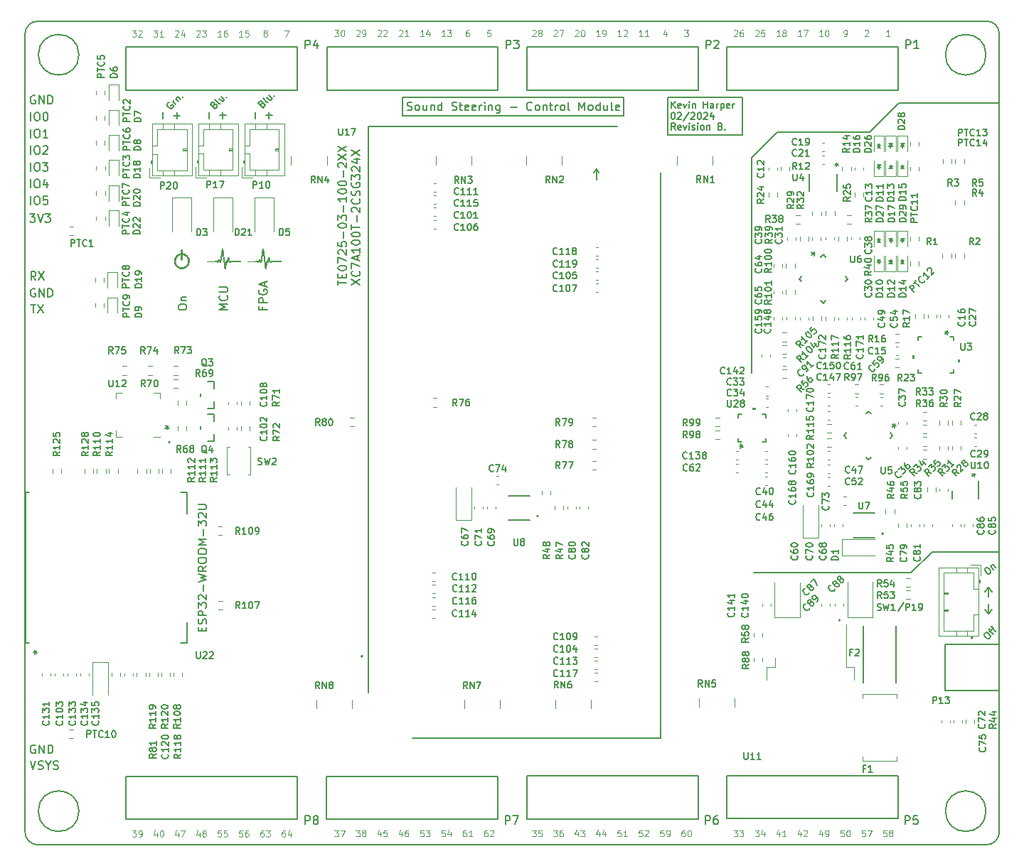
<source format=gbr>
%TF.GenerationSoftware,KiCad,Pcbnew,(6.0.11)*%
%TF.CreationDate,2024-03-19T14:27:04-04:00*%
%TF.ProjectId,Ultrasonic Sound Steering - Control Rev. B,556c7472-6173-46f6-9e69-6320536f756e,rev?*%
%TF.SameCoordinates,Original*%
%TF.FileFunction,Legend,Top*%
%TF.FilePolarity,Positive*%
%FSLAX46Y46*%
G04 Gerber Fmt 4.6, Leading zero omitted, Abs format (unit mm)*
G04 Created by KiCad (PCBNEW (6.0.11)) date 2024-03-19 14:27:04*
%MOMM*%
%LPD*%
G01*
G04 APERTURE LIST*
%ADD10C,0.150000*%
%ADD11C,0.200000*%
%ADD12C,0.100000*%
%ADD13C,0.120000*%
%ADD14C,0.127000*%
%ADD15C,0.152400*%
G04 APERTURE END LIST*
D10*
X97980000Y-50435000D02*
X118355000Y-50435000D01*
X118355000Y-50435000D02*
X118355000Y-55560000D01*
X118355000Y-55560000D02*
X97980000Y-55560000D01*
X97980000Y-55560000D02*
X97980000Y-50435000D01*
X188800000Y-61950000D02*
X189200000Y-61950000D01*
X187780000Y-76080000D02*
X187600000Y-75820000D01*
X187610000Y-73660000D02*
X187790000Y-73400000D01*
X187400000Y-75780000D02*
X187800000Y-75780000D01*
X200230000Y-117490000D02*
X200630000Y-117990000D01*
X189000000Y-61990000D02*
X188820000Y-62250000D01*
X190220000Y-75920000D02*
X190400000Y-76180000D01*
X169505000Y-137260000D02*
X189880000Y-137260000D01*
X189880000Y-137260000D02*
X189880000Y-142385000D01*
X189880000Y-142385000D02*
X169505000Y-142385000D01*
X169505000Y-142385000D02*
X169505000Y-137260000D01*
X189180000Y-62250000D02*
X189000000Y-61990000D01*
X189190000Y-73560000D02*
X189010000Y-73300000D01*
X187590000Y-62360000D02*
X187770000Y-62100000D01*
X190230000Y-62260000D02*
X190590000Y-62260000D01*
D11*
X103184853Y-97520000D02*
G75*
G03*
X103184853Y-97520000I-84853J0D01*
G01*
D10*
X171380000Y-56390000D02*
X162420000Y-56390000D01*
X162420000Y-56390000D02*
X162420000Y-60900000D01*
X162420000Y-60900000D02*
X171380000Y-60900000D01*
X171380000Y-60900000D02*
X171380000Y-56390000D01*
X187410000Y-62100000D02*
X187590000Y-62360000D01*
X190400000Y-64880000D02*
X190580000Y-64620000D01*
X188830000Y-73560000D02*
X189190000Y-73560000D01*
X187430000Y-73400000D02*
X187610000Y-73660000D01*
X190580000Y-64620000D02*
X190220000Y-64620000D01*
X201932082Y-48903256D02*
G75*
G03*
X200372060Y-47345192I-1500082J58056D01*
G01*
X121830000Y-137335000D02*
X142205000Y-137335000D01*
X142205000Y-137335000D02*
X142205000Y-142460000D01*
X142205000Y-142460000D02*
X121830000Y-142460000D01*
X121830000Y-142460000D02*
X121830000Y-137335000D01*
X187610000Y-64940000D02*
X187610000Y-64770000D01*
X190600000Y-64920000D02*
X190200000Y-64920000D01*
X187620000Y-64510000D02*
X187440000Y-64770000D01*
X189210000Y-64920000D02*
X188810000Y-64920000D01*
X189020000Y-64450000D02*
X189020000Y-64620000D01*
X190400000Y-62430000D02*
X190400000Y-62260000D01*
X187620000Y-73230000D02*
X187620000Y-73400000D01*
X193930000Y-110620000D02*
X201930000Y-110620000D01*
X200347886Y-51350000D02*
G75*
G03*
X200347886Y-51350000I-2417696J0D01*
G01*
X201030000Y-117490000D02*
X200630000Y-117990000D01*
X188820000Y-75920000D02*
X189000000Y-76180000D01*
X189010000Y-64880000D02*
X189190000Y-64620000D01*
X200230000Y-115320000D02*
X200630000Y-114820000D01*
X121880000Y-50435000D02*
X142255000Y-50435000D01*
X142255000Y-50435000D02*
X142255000Y-55560000D01*
X142255000Y-55560000D02*
X121880000Y-55560000D01*
X121880000Y-55560000D02*
X121880000Y-50435000D01*
X187800000Y-64770000D02*
X187620000Y-64510000D01*
X190400000Y-76180000D02*
X190580000Y-75920000D01*
X189000000Y-76180000D02*
X189180000Y-75920000D01*
X187790000Y-73400000D02*
X187430000Y-73400000D01*
D11*
X195730000Y-84480000D02*
G75*
G03*
X195730000Y-84480000I-84853J0D01*
G01*
D10*
X169480000Y-50435000D02*
X189855000Y-50435000D01*
X189855000Y-50435000D02*
X189855000Y-55560000D01*
X189855000Y-55560000D02*
X169480000Y-55560000D01*
X169480000Y-55560000D02*
X169480000Y-50435000D01*
X175480000Y-60610000D02*
X172480000Y-63610000D01*
X190600000Y-76220000D02*
X190200000Y-76220000D01*
X189010000Y-73300000D02*
X188830000Y-73560000D01*
X187790000Y-62400000D02*
X187390000Y-62400000D01*
X188820000Y-62250000D02*
X189180000Y-62250000D01*
X188990000Y-62420000D02*
X188990000Y-62250000D01*
D11*
X153970000Y-65020000D02*
X153680000Y-65390000D01*
D10*
X187600000Y-75820000D02*
X187420000Y-76080000D01*
X200630000Y-117990000D02*
X200630000Y-116830000D01*
X200347869Y-141500000D02*
G75*
G03*
X200347869Y-141500000I-2417696J0D01*
G01*
X189190000Y-64620000D02*
X188830000Y-64620000D01*
X190590000Y-73570000D02*
X190410000Y-73310000D01*
X145705000Y-137285000D02*
X166080000Y-137285000D01*
X166080000Y-137285000D02*
X166080000Y-142410000D01*
X166080000Y-142410000D02*
X145705000Y-142410000D01*
X145705000Y-142410000D02*
X145705000Y-137285000D01*
X189000000Y-73730000D02*
X189000000Y-73560000D01*
X189010000Y-75750000D02*
X189010000Y-75920000D01*
X97930000Y-137335000D02*
X118305000Y-137335000D01*
X118305000Y-137335000D02*
X118305000Y-142460000D01*
X118305000Y-142460000D02*
X97930000Y-142460000D01*
X97930000Y-142460000D02*
X97930000Y-137335000D01*
X190410000Y-75750000D02*
X190410000Y-75920000D01*
X201930000Y-57110000D02*
X189980000Y-57110000D01*
X87490202Y-47353000D02*
X200372060Y-47345192D01*
X92347874Y-51350000D02*
G75*
G03*
X92347874Y-51350000I-2417696J0D01*
G01*
X190400000Y-73740000D02*
X190400000Y-73570000D01*
X188830000Y-64620000D02*
X189010000Y-64880000D01*
X145705000Y-50435000D02*
X166080000Y-50435000D01*
X166080000Y-50435000D02*
X166080000Y-55560000D01*
X166080000Y-55560000D02*
X145705000Y-55560000D01*
X145705000Y-55560000D02*
X145705000Y-50435000D01*
X190210000Y-61960000D02*
X190610000Y-61960000D01*
X190410000Y-62000000D02*
X190230000Y-62260000D01*
X190580000Y-75920000D02*
X190220000Y-75920000D01*
X187810000Y-73700000D02*
X187410000Y-73700000D01*
X172680000Y-113110000D02*
X191440000Y-113110000D01*
X189980000Y-57110000D02*
X186480000Y-60610000D01*
X200371877Y-145503021D02*
G75*
G03*
X201929944Y-143942924I58023J1500121D01*
G01*
X190410000Y-64450000D02*
X190410000Y-64620000D01*
D11*
X153970000Y-66280000D02*
X153970000Y-65020000D01*
D10*
X187600000Y-61930000D02*
X187600000Y-62100000D01*
X200630000Y-114820000D02*
X200630000Y-115980000D01*
X187440000Y-64770000D02*
X187800000Y-64770000D01*
X87490204Y-47352958D02*
G75*
G03*
X85932136Y-48913076I-58004J-1500142D01*
G01*
X201932136Y-48903258D02*
X201929944Y-143942924D01*
X172480000Y-63610000D02*
X172480000Y-89320000D01*
X189200000Y-76220000D02*
X188800000Y-76220000D01*
X187770000Y-62100000D02*
X187410000Y-62100000D01*
X92347911Y-141500000D02*
G75*
G03*
X92347911Y-141500000I-2417696J0D01*
G01*
X187420000Y-76080000D02*
X187780000Y-76080000D01*
X190230000Y-73570000D02*
X190590000Y-73570000D01*
X186480000Y-60610000D02*
X175480000Y-60610000D01*
X85932060Y-143944933D02*
X85932136Y-48913076D01*
X157210000Y-58660000D02*
X130900000Y-58660000D01*
X130900000Y-58660000D02*
X130900000Y-56390000D01*
X130900000Y-56390000D02*
X157210000Y-56390000D01*
X157210000Y-56390000D02*
X157210000Y-58660000D01*
X190210000Y-73270000D02*
X190610000Y-73270000D01*
D11*
X154250000Y-65400000D02*
X153970000Y-65020000D01*
D10*
X85932127Y-143944936D02*
G75*
G03*
X87492136Y-145502999I1500073J-58064D01*
G01*
X191440000Y-113110000D02*
X193930000Y-110620000D01*
X187420000Y-64470000D02*
X187820000Y-64470000D01*
X190220000Y-64620000D02*
X190400000Y-64880000D01*
X190590000Y-62260000D02*
X190410000Y-62000000D01*
X200371878Y-145503000D02*
X87492136Y-145502999D01*
X189180000Y-75920000D02*
X188820000Y-75920000D01*
X190410000Y-73310000D02*
X190230000Y-73570000D01*
D11*
X182990000Y-118740000D02*
G75*
G03*
X182990000Y-118740000I-84853J0D01*
G01*
D10*
X201030000Y-115320000D02*
X200630000Y-114820000D01*
X188810000Y-73260000D02*
X189210000Y-73260000D01*
X187590000Y-76250000D02*
X187590000Y-76080000D01*
D12*
X125327958Y-143764285D02*
X125792243Y-143764285D01*
X125542243Y-144050000D01*
X125649386Y-144050000D01*
X125720815Y-144085714D01*
X125756529Y-144121428D01*
X125792243Y-144192857D01*
X125792243Y-144371428D01*
X125756529Y-144442857D01*
X125720815Y-144478571D01*
X125649386Y-144514285D01*
X125435101Y-144514285D01*
X125363672Y-144478571D01*
X125327958Y-144442857D01*
X126220815Y-144085714D02*
X126149386Y-144050000D01*
X126113672Y-144014285D01*
X126077958Y-143942857D01*
X126077958Y-143907142D01*
X126113672Y-143835714D01*
X126149386Y-143800000D01*
X126220815Y-143764285D01*
X126363672Y-143764285D01*
X126435101Y-143800000D01*
X126470815Y-143835714D01*
X126506529Y-143907142D01*
X126506529Y-143942857D01*
X126470815Y-144014285D01*
X126435101Y-144050000D01*
X126363672Y-144085714D01*
X126220815Y-144085714D01*
X126149386Y-144121428D01*
X126113672Y-144157142D01*
X126077958Y-144228571D01*
X126077958Y-144371428D01*
X126113672Y-144442857D01*
X126149386Y-144478571D01*
X126220815Y-144514285D01*
X126363672Y-144514285D01*
X126435101Y-144478571D01*
X126470815Y-144442857D01*
X126506529Y-144371428D01*
X126506529Y-144228571D01*
X126470815Y-144157142D01*
X126435101Y-144121428D01*
X126363672Y-144085714D01*
X138782958Y-48414285D02*
X138640101Y-48414285D01*
X138568672Y-48450000D01*
X138532958Y-48485714D01*
X138461529Y-48592857D01*
X138425815Y-48735714D01*
X138425815Y-49021428D01*
X138461529Y-49092857D01*
X138497243Y-49128571D01*
X138568672Y-49164285D01*
X138711529Y-49164285D01*
X138782958Y-49128571D01*
X138818672Y-49092857D01*
X138854386Y-49021428D01*
X138854386Y-48842857D01*
X138818672Y-48771428D01*
X138782958Y-48735714D01*
X138711529Y-48700000D01*
X138568672Y-48700000D01*
X138497243Y-48735714D01*
X138461529Y-48771428D01*
X138425815Y-48842857D01*
X172827958Y-143764285D02*
X173292243Y-143764285D01*
X173042243Y-144050000D01*
X173149386Y-144050000D01*
X173220815Y-144085714D01*
X173256529Y-144121428D01*
X173292243Y-144192857D01*
X173292243Y-144371428D01*
X173256529Y-144442857D01*
X173220815Y-144478571D01*
X173149386Y-144514285D01*
X172935101Y-144514285D01*
X172863672Y-144478571D01*
X172827958Y-144442857D01*
X173935101Y-144014285D02*
X173935101Y-144514285D01*
X173756529Y-143728571D02*
X173577958Y-144264285D01*
X174042243Y-144264285D01*
D10*
X86605595Y-67202380D02*
X86605595Y-66202380D01*
X87272261Y-66202380D02*
X87462738Y-66202380D01*
X87557976Y-66250000D01*
X87653214Y-66345238D01*
X87700833Y-66535714D01*
X87700833Y-66869047D01*
X87653214Y-67059523D01*
X87557976Y-67154761D01*
X87462738Y-67202380D01*
X87272261Y-67202380D01*
X87177023Y-67154761D01*
X87081785Y-67059523D01*
X87034166Y-66869047D01*
X87034166Y-66535714D01*
X87081785Y-66345238D01*
X87177023Y-66250000D01*
X87272261Y-66202380D01*
X88557976Y-66535714D02*
X88557976Y-67202380D01*
X88319880Y-66154761D02*
X88081785Y-66869047D01*
X88700833Y-66869047D01*
D12*
X114473672Y-48760714D02*
X114402243Y-48725000D01*
X114366529Y-48689285D01*
X114330815Y-48617857D01*
X114330815Y-48582142D01*
X114366529Y-48510714D01*
X114402243Y-48475000D01*
X114473672Y-48439285D01*
X114616529Y-48439285D01*
X114687958Y-48475000D01*
X114723672Y-48510714D01*
X114759386Y-48582142D01*
X114759386Y-48617857D01*
X114723672Y-48689285D01*
X114687958Y-48725000D01*
X114616529Y-48760714D01*
X114473672Y-48760714D01*
X114402243Y-48796428D01*
X114366529Y-48832142D01*
X114330815Y-48903571D01*
X114330815Y-49046428D01*
X114366529Y-49117857D01*
X114402243Y-49153571D01*
X114473672Y-49189285D01*
X114616529Y-49189285D01*
X114687958Y-49153571D01*
X114723672Y-49117857D01*
X114759386Y-49046428D01*
X114759386Y-48903571D01*
X114723672Y-48832142D01*
X114687958Y-48796428D01*
X114616529Y-48760714D01*
D10*
X110052380Y-81757142D02*
X109052380Y-81757142D01*
X109766666Y-81423809D01*
X109052380Y-81090476D01*
X110052380Y-81090476D01*
X109957142Y-80042857D02*
X110004761Y-80090476D01*
X110052380Y-80233333D01*
X110052380Y-80328571D01*
X110004761Y-80471428D01*
X109909523Y-80566666D01*
X109814285Y-80614285D01*
X109623809Y-80661904D01*
X109480952Y-80661904D01*
X109290476Y-80614285D01*
X109195238Y-80566666D01*
X109100000Y-80471428D01*
X109052380Y-80328571D01*
X109052380Y-80233333D01*
X109100000Y-80090476D01*
X109147619Y-80042857D01*
X109052380Y-79614285D02*
X109861904Y-79614285D01*
X109957142Y-79566666D01*
X110004761Y-79519047D01*
X110052380Y-79423809D01*
X110052380Y-79233333D01*
X110004761Y-79138095D01*
X109957142Y-79090476D01*
X109861904Y-79042857D01*
X109052380Y-79042857D01*
D12*
X164460815Y-143764285D02*
X164317958Y-143764285D01*
X164246529Y-143800000D01*
X164210815Y-143835714D01*
X164139386Y-143942857D01*
X164103672Y-144085714D01*
X164103672Y-144371428D01*
X164139386Y-144442857D01*
X164175101Y-144478571D01*
X164246529Y-144514285D01*
X164389386Y-144514285D01*
X164460815Y-144478571D01*
X164496529Y-144442857D01*
X164532243Y-144371428D01*
X164532243Y-144192857D01*
X164496529Y-144121428D01*
X164460815Y-144085714D01*
X164389386Y-144050000D01*
X164246529Y-144050000D01*
X164175101Y-144085714D01*
X164139386Y-144121428D01*
X164103672Y-144192857D01*
X164996529Y-143764285D02*
X165067958Y-143764285D01*
X165139386Y-143800000D01*
X165175101Y-143835714D01*
X165210815Y-143907142D01*
X165246529Y-144050000D01*
X165246529Y-144228571D01*
X165210815Y-144371428D01*
X165175101Y-144442857D01*
X165139386Y-144478571D01*
X165067958Y-144514285D01*
X164996529Y-144514285D01*
X164925101Y-144478571D01*
X164889386Y-144442857D01*
X164853672Y-144371428D01*
X164817958Y-144228571D01*
X164817958Y-144050000D01*
X164853672Y-143907142D01*
X164889386Y-143835714D01*
X164925101Y-143800000D01*
X164996529Y-143764285D01*
D10*
X87148095Y-133660000D02*
X87052857Y-133612380D01*
X86910000Y-133612380D01*
X86767142Y-133660000D01*
X86671904Y-133755238D01*
X86624285Y-133850476D01*
X86576666Y-134040952D01*
X86576666Y-134183809D01*
X86624285Y-134374285D01*
X86671904Y-134469523D01*
X86767142Y-134564761D01*
X86910000Y-134612380D01*
X87005238Y-134612380D01*
X87148095Y-134564761D01*
X87195714Y-134517142D01*
X87195714Y-134183809D01*
X87005238Y-134183809D01*
X87624285Y-134612380D02*
X87624285Y-133612380D01*
X88195714Y-134612380D01*
X88195714Y-133612380D01*
X88671904Y-134612380D02*
X88671904Y-133612380D01*
X88910000Y-133612380D01*
X89052857Y-133660000D01*
X89148095Y-133755238D01*
X89195714Y-133850476D01*
X89243333Y-134040952D01*
X89243333Y-134183809D01*
X89195714Y-134374285D01*
X89148095Y-134469523D01*
X89052857Y-134564761D01*
X88910000Y-134612380D01*
X88671904Y-134612380D01*
D12*
X104165815Y-144039285D02*
X104165815Y-144539285D01*
X103987243Y-143753571D02*
X103808672Y-144289285D01*
X104272958Y-144289285D01*
X104487243Y-143789285D02*
X104987243Y-143789285D01*
X104665815Y-144539285D01*
X116865815Y-143789285D02*
X116722958Y-143789285D01*
X116651529Y-143825000D01*
X116615815Y-143860714D01*
X116544386Y-143967857D01*
X116508672Y-144110714D01*
X116508672Y-144396428D01*
X116544386Y-144467857D01*
X116580101Y-144503571D01*
X116651529Y-144539285D01*
X116794386Y-144539285D01*
X116865815Y-144503571D01*
X116901529Y-144467857D01*
X116937243Y-144396428D01*
X116937243Y-144217857D01*
X116901529Y-144146428D01*
X116865815Y-144110714D01*
X116794386Y-144075000D01*
X116651529Y-144075000D01*
X116580101Y-144110714D01*
X116544386Y-144146428D01*
X116508672Y-144217857D01*
X117580101Y-144039285D02*
X117580101Y-144539285D01*
X117401529Y-143753571D02*
X117222958Y-144289285D01*
X117687243Y-144289285D01*
X116835101Y-48439285D02*
X117335101Y-48439285D01*
X117013672Y-49189285D01*
X170328672Y-48485714D02*
X170364386Y-48450000D01*
X170435815Y-48414285D01*
X170614386Y-48414285D01*
X170685815Y-48450000D01*
X170721529Y-48485714D01*
X170757243Y-48557142D01*
X170757243Y-48628571D01*
X170721529Y-48735714D01*
X170292958Y-49164285D01*
X170757243Y-49164285D01*
X171400101Y-48414285D02*
X171257243Y-48414285D01*
X171185815Y-48450000D01*
X171150101Y-48485714D01*
X171078672Y-48592857D01*
X171042958Y-48735714D01*
X171042958Y-49021428D01*
X171078672Y-49092857D01*
X171114386Y-49128571D01*
X171185815Y-49164285D01*
X171328672Y-49164285D01*
X171400101Y-49128571D01*
X171435815Y-49092857D01*
X171471529Y-49021428D01*
X171471529Y-48842857D01*
X171435815Y-48771428D01*
X171400101Y-48735714D01*
X171328672Y-48700000D01*
X171185815Y-48700000D01*
X171114386Y-48735714D01*
X171078672Y-48771428D01*
X171042958Y-48842857D01*
X109322243Y-49189285D02*
X108893672Y-49189285D01*
X109107958Y-49189285D02*
X109107958Y-48439285D01*
X109036529Y-48546428D01*
X108965101Y-48617857D01*
X108893672Y-48653571D01*
X109965101Y-48439285D02*
X109822243Y-48439285D01*
X109750815Y-48475000D01*
X109715101Y-48510714D01*
X109643672Y-48617857D01*
X109607958Y-48760714D01*
X109607958Y-49046428D01*
X109643672Y-49117857D01*
X109679386Y-49153571D01*
X109750815Y-49189285D01*
X109893672Y-49189285D01*
X109965101Y-49153571D01*
X110000815Y-49117857D01*
X110036529Y-49046428D01*
X110036529Y-48867857D01*
X110000815Y-48796428D01*
X109965101Y-48760714D01*
X109893672Y-48725000D01*
X109750815Y-48725000D01*
X109679386Y-48760714D01*
X109643672Y-48796428D01*
X109607958Y-48867857D01*
D10*
X86510357Y-70312380D02*
X87129404Y-70312380D01*
X86796071Y-70693333D01*
X86938928Y-70693333D01*
X87034166Y-70740952D01*
X87081785Y-70788571D01*
X87129404Y-70883809D01*
X87129404Y-71121904D01*
X87081785Y-71217142D01*
X87034166Y-71264761D01*
X86938928Y-71312380D01*
X86653214Y-71312380D01*
X86557976Y-71264761D01*
X86510357Y-71217142D01*
X87415119Y-70312380D02*
X87748452Y-71312380D01*
X88081785Y-70312380D01*
X88319880Y-70312380D02*
X88938928Y-70312380D01*
X88605595Y-70693333D01*
X88748452Y-70693333D01*
X88843690Y-70740952D01*
X88891309Y-70788571D01*
X88938928Y-70883809D01*
X88938928Y-71121904D01*
X88891309Y-71217142D01*
X88843690Y-71264761D01*
X88748452Y-71312380D01*
X88462738Y-71312380D01*
X88367500Y-71264761D01*
X88319880Y-71217142D01*
D12*
X151760815Y-144014285D02*
X151760815Y-144514285D01*
X151582243Y-143728571D02*
X151403672Y-144264285D01*
X151867958Y-144264285D01*
X152082243Y-143764285D02*
X152546529Y-143764285D01*
X152296529Y-144050000D01*
X152403672Y-144050000D01*
X152475101Y-144085714D01*
X152510815Y-144121428D01*
X152546529Y-144192857D01*
X152546529Y-144371428D01*
X152510815Y-144442857D01*
X152475101Y-144478571D01*
X152403672Y-144514285D01*
X152189386Y-144514285D01*
X152117958Y-144478571D01*
X152082243Y-144442857D01*
X148827958Y-143764285D02*
X149292243Y-143764285D01*
X149042243Y-144050000D01*
X149149386Y-144050000D01*
X149220815Y-144085714D01*
X149256529Y-144121428D01*
X149292243Y-144192857D01*
X149292243Y-144371428D01*
X149256529Y-144442857D01*
X149220815Y-144478571D01*
X149149386Y-144514285D01*
X148935101Y-144514285D01*
X148863672Y-144478571D01*
X148827958Y-144442857D01*
X149935101Y-143764285D02*
X149792243Y-143764285D01*
X149720815Y-143800000D01*
X149685101Y-143835714D01*
X149613672Y-143942857D01*
X149577958Y-144085714D01*
X149577958Y-144371428D01*
X149613672Y-144442857D01*
X149649386Y-144478571D01*
X149720815Y-144514285D01*
X149863672Y-144514285D01*
X149935101Y-144478571D01*
X149970815Y-144442857D01*
X150006529Y-144371428D01*
X150006529Y-144192857D01*
X149970815Y-144121428D01*
X149935101Y-144085714D01*
X149863672Y-144050000D01*
X149720815Y-144050000D01*
X149649386Y-144085714D01*
X149613672Y-144121428D01*
X149577958Y-144192857D01*
D10*
X200153096Y-120347343D02*
X200260845Y-120239593D01*
X200341658Y-120212656D01*
X200449407Y-120212656D01*
X200584094Y-120293468D01*
X200772656Y-120482030D01*
X200853468Y-120616717D01*
X200853468Y-120724467D01*
X200826531Y-120805279D01*
X200718781Y-120913028D01*
X200637969Y-120939966D01*
X200530219Y-120939966D01*
X200395532Y-120859154D01*
X200206971Y-120670592D01*
X200126158Y-120535905D01*
X200126158Y-120428155D01*
X200153096Y-120347343D01*
X200745719Y-120131844D02*
X200961218Y-119916345D01*
X201203654Y-120428155D02*
X200718781Y-119943282D01*
X200691844Y-119862470D01*
X200718781Y-119781658D01*
X200772656Y-119727783D01*
X201068967Y-119808595D02*
X201284467Y-119593096D01*
X201526903Y-120104906D02*
X201042030Y-119620033D01*
X201015093Y-119539221D01*
X201042030Y-119458409D01*
X201095905Y-119404534D01*
X87213333Y-78212380D02*
X86880000Y-77736190D01*
X86641904Y-78212380D02*
X86641904Y-77212380D01*
X87022857Y-77212380D01*
X87118095Y-77260000D01*
X87165714Y-77307619D01*
X87213333Y-77402857D01*
X87213333Y-77545714D01*
X87165714Y-77640952D01*
X87118095Y-77688571D01*
X87022857Y-77736190D01*
X86641904Y-77736190D01*
X87546666Y-77212380D02*
X88213333Y-78212380D01*
X88213333Y-77212380D02*
X87546666Y-78212380D01*
D12*
X161956529Y-143764285D02*
X161599386Y-143764285D01*
X161563672Y-144121428D01*
X161599386Y-144085714D01*
X161670815Y-144050000D01*
X161849386Y-144050000D01*
X161920815Y-144085714D01*
X161956529Y-144121428D01*
X161992243Y-144192857D01*
X161992243Y-144371428D01*
X161956529Y-144442857D01*
X161920815Y-144478571D01*
X161849386Y-144514285D01*
X161670815Y-144514285D01*
X161599386Y-144478571D01*
X161563672Y-144442857D01*
X162349386Y-144514285D02*
X162492243Y-144514285D01*
X162563672Y-144478571D01*
X162599386Y-144442857D01*
X162670815Y-144335714D01*
X162706529Y-144192857D01*
X162706529Y-143907142D01*
X162670815Y-143835714D01*
X162635101Y-143800000D01*
X162563672Y-143764285D01*
X162420815Y-143764285D01*
X162349386Y-143800000D01*
X162313672Y-143835714D01*
X162277958Y-143907142D01*
X162277958Y-144085714D01*
X162313672Y-144157142D01*
X162349386Y-144192857D01*
X162420815Y-144228571D01*
X162563672Y-144228571D01*
X162635101Y-144192857D01*
X162670815Y-144157142D01*
X162706529Y-144085714D01*
X170287958Y-143764285D02*
X170752243Y-143764285D01*
X170502243Y-144050000D01*
X170609386Y-144050000D01*
X170680815Y-144085714D01*
X170716529Y-144121428D01*
X170752243Y-144192857D01*
X170752243Y-144371428D01*
X170716529Y-144442857D01*
X170680815Y-144478571D01*
X170609386Y-144514285D01*
X170395101Y-144514285D01*
X170323672Y-144478571D01*
X170287958Y-144442857D01*
X171002243Y-143764285D02*
X171466529Y-143764285D01*
X171216529Y-144050000D01*
X171323672Y-144050000D01*
X171395101Y-144085714D01*
X171430815Y-144121428D01*
X171466529Y-144192857D01*
X171466529Y-144371428D01*
X171430815Y-144442857D01*
X171395101Y-144478571D01*
X171323672Y-144514285D01*
X171109386Y-144514285D01*
X171037958Y-144478571D01*
X171002243Y-144442857D01*
D10*
X86605595Y-69202380D02*
X86605595Y-68202380D01*
X87272261Y-68202380D02*
X87462738Y-68202380D01*
X87557976Y-68250000D01*
X87653214Y-68345238D01*
X87700833Y-68535714D01*
X87700833Y-68869047D01*
X87653214Y-69059523D01*
X87557976Y-69154761D01*
X87462738Y-69202380D01*
X87272261Y-69202380D01*
X87177023Y-69154761D01*
X87081785Y-69059523D01*
X87034166Y-68869047D01*
X87034166Y-68535714D01*
X87081785Y-68345238D01*
X87177023Y-68250000D01*
X87272261Y-68202380D01*
X88605595Y-68202380D02*
X88129404Y-68202380D01*
X88081785Y-68678571D01*
X88129404Y-68630952D01*
X88224642Y-68583333D01*
X88462738Y-68583333D01*
X88557976Y-68630952D01*
X88605595Y-68678571D01*
X88653214Y-68773809D01*
X88653214Y-69011904D01*
X88605595Y-69107142D01*
X88557976Y-69154761D01*
X88462738Y-69202380D01*
X88224642Y-69202380D01*
X88129404Y-69154761D01*
X88081785Y-69107142D01*
D12*
X178377243Y-49164285D02*
X177948672Y-49164285D01*
X178162958Y-49164285D02*
X178162958Y-48414285D01*
X178091529Y-48521428D01*
X178020101Y-48592857D01*
X177948672Y-48628571D01*
X178627243Y-48414285D02*
X179127243Y-48414285D01*
X178805815Y-49164285D01*
D10*
X162907976Y-57723904D02*
X162907976Y-56923904D01*
X163365119Y-57723904D02*
X163022261Y-57266761D01*
X163365119Y-56923904D02*
X162907976Y-57381047D01*
X164012738Y-57685809D02*
X163936547Y-57723904D01*
X163784166Y-57723904D01*
X163707976Y-57685809D01*
X163669880Y-57609619D01*
X163669880Y-57304857D01*
X163707976Y-57228666D01*
X163784166Y-57190571D01*
X163936547Y-57190571D01*
X164012738Y-57228666D01*
X164050833Y-57304857D01*
X164050833Y-57381047D01*
X163669880Y-57457238D01*
X164317500Y-57190571D02*
X164507976Y-57723904D01*
X164698452Y-57190571D01*
X165003214Y-57723904D02*
X165003214Y-57190571D01*
X165003214Y-56923904D02*
X164965119Y-56962000D01*
X165003214Y-57000095D01*
X165041309Y-56962000D01*
X165003214Y-56923904D01*
X165003214Y-57000095D01*
X165384166Y-57190571D02*
X165384166Y-57723904D01*
X165384166Y-57266761D02*
X165422261Y-57228666D01*
X165498452Y-57190571D01*
X165612738Y-57190571D01*
X165688928Y-57228666D01*
X165727023Y-57304857D01*
X165727023Y-57723904D01*
X166717500Y-57723904D02*
X166717500Y-56923904D01*
X166717500Y-57304857D02*
X167174642Y-57304857D01*
X167174642Y-57723904D02*
X167174642Y-56923904D01*
X167898452Y-57723904D02*
X167898452Y-57304857D01*
X167860357Y-57228666D01*
X167784166Y-57190571D01*
X167631785Y-57190571D01*
X167555595Y-57228666D01*
X167898452Y-57685809D02*
X167822261Y-57723904D01*
X167631785Y-57723904D01*
X167555595Y-57685809D01*
X167517500Y-57609619D01*
X167517500Y-57533428D01*
X167555595Y-57457238D01*
X167631785Y-57419142D01*
X167822261Y-57419142D01*
X167898452Y-57381047D01*
X168279404Y-57723904D02*
X168279404Y-57190571D01*
X168279404Y-57342952D02*
X168317500Y-57266761D01*
X168355595Y-57228666D01*
X168431785Y-57190571D01*
X168507976Y-57190571D01*
X168774642Y-57190571D02*
X168774642Y-57990571D01*
X168774642Y-57228666D02*
X168850833Y-57190571D01*
X169003214Y-57190571D01*
X169079404Y-57228666D01*
X169117500Y-57266761D01*
X169155595Y-57342952D01*
X169155595Y-57571523D01*
X169117500Y-57647714D01*
X169079404Y-57685809D01*
X169003214Y-57723904D01*
X168850833Y-57723904D01*
X168774642Y-57685809D01*
X169803214Y-57685809D02*
X169727023Y-57723904D01*
X169574642Y-57723904D01*
X169498452Y-57685809D01*
X169460357Y-57609619D01*
X169460357Y-57304857D01*
X169498452Y-57228666D01*
X169574642Y-57190571D01*
X169727023Y-57190571D01*
X169803214Y-57228666D01*
X169841309Y-57304857D01*
X169841309Y-57381047D01*
X169460357Y-57457238D01*
X170184166Y-57723904D02*
X170184166Y-57190571D01*
X170184166Y-57342952D02*
X170222261Y-57266761D01*
X170260357Y-57228666D01*
X170336547Y-57190571D01*
X170412738Y-57190571D01*
X163060357Y-58211904D02*
X163136547Y-58211904D01*
X163212738Y-58250000D01*
X163250833Y-58288095D01*
X163288928Y-58364285D01*
X163327023Y-58516666D01*
X163327023Y-58707142D01*
X163288928Y-58859523D01*
X163250833Y-58935714D01*
X163212738Y-58973809D01*
X163136547Y-59011904D01*
X163060357Y-59011904D01*
X162984166Y-58973809D01*
X162946071Y-58935714D01*
X162907976Y-58859523D01*
X162869880Y-58707142D01*
X162869880Y-58516666D01*
X162907976Y-58364285D01*
X162946071Y-58288095D01*
X162984166Y-58250000D01*
X163060357Y-58211904D01*
X163631785Y-58288095D02*
X163669880Y-58250000D01*
X163746071Y-58211904D01*
X163936547Y-58211904D01*
X164012738Y-58250000D01*
X164050833Y-58288095D01*
X164088928Y-58364285D01*
X164088928Y-58440476D01*
X164050833Y-58554761D01*
X163593690Y-59011904D01*
X164088928Y-59011904D01*
X165003214Y-58173809D02*
X164317500Y-59202380D01*
X165231785Y-58288095D02*
X165269880Y-58250000D01*
X165346071Y-58211904D01*
X165536547Y-58211904D01*
X165612738Y-58250000D01*
X165650833Y-58288095D01*
X165688928Y-58364285D01*
X165688928Y-58440476D01*
X165650833Y-58554761D01*
X165193690Y-59011904D01*
X165688928Y-59011904D01*
X166184166Y-58211904D02*
X166260357Y-58211904D01*
X166336547Y-58250000D01*
X166374642Y-58288095D01*
X166412738Y-58364285D01*
X166450833Y-58516666D01*
X166450833Y-58707142D01*
X166412738Y-58859523D01*
X166374642Y-58935714D01*
X166336547Y-58973809D01*
X166260357Y-59011904D01*
X166184166Y-59011904D01*
X166107976Y-58973809D01*
X166069880Y-58935714D01*
X166031785Y-58859523D01*
X165993690Y-58707142D01*
X165993690Y-58516666D01*
X166031785Y-58364285D01*
X166069880Y-58288095D01*
X166107976Y-58250000D01*
X166184166Y-58211904D01*
X166755595Y-58288095D02*
X166793690Y-58250000D01*
X166869880Y-58211904D01*
X167060357Y-58211904D01*
X167136547Y-58250000D01*
X167174642Y-58288095D01*
X167212738Y-58364285D01*
X167212738Y-58440476D01*
X167174642Y-58554761D01*
X166717500Y-59011904D01*
X167212738Y-59011904D01*
X167898452Y-58478571D02*
X167898452Y-59011904D01*
X167707976Y-58173809D02*
X167517500Y-58745238D01*
X168012738Y-58745238D01*
X163365119Y-60299904D02*
X163098452Y-59918952D01*
X162907976Y-60299904D02*
X162907976Y-59499904D01*
X163212738Y-59499904D01*
X163288928Y-59538000D01*
X163327023Y-59576095D01*
X163365119Y-59652285D01*
X163365119Y-59766571D01*
X163327023Y-59842761D01*
X163288928Y-59880857D01*
X163212738Y-59918952D01*
X162907976Y-59918952D01*
X164012738Y-60261809D02*
X163936547Y-60299904D01*
X163784166Y-60299904D01*
X163707976Y-60261809D01*
X163669880Y-60185619D01*
X163669880Y-59880857D01*
X163707976Y-59804666D01*
X163784166Y-59766571D01*
X163936547Y-59766571D01*
X164012738Y-59804666D01*
X164050833Y-59880857D01*
X164050833Y-59957047D01*
X163669880Y-60033238D01*
X164317500Y-59766571D02*
X164507976Y-60299904D01*
X164698452Y-59766571D01*
X165003214Y-60299904D02*
X165003214Y-59766571D01*
X165003214Y-59499904D02*
X164965119Y-59538000D01*
X165003214Y-59576095D01*
X165041309Y-59538000D01*
X165003214Y-59499904D01*
X165003214Y-59576095D01*
X165346071Y-60261809D02*
X165422261Y-60299904D01*
X165574642Y-60299904D01*
X165650833Y-60261809D01*
X165688928Y-60185619D01*
X165688928Y-60147523D01*
X165650833Y-60071333D01*
X165574642Y-60033238D01*
X165460357Y-60033238D01*
X165384166Y-59995142D01*
X165346071Y-59918952D01*
X165346071Y-59880857D01*
X165384166Y-59804666D01*
X165460357Y-59766571D01*
X165574642Y-59766571D01*
X165650833Y-59804666D01*
X166031785Y-60299904D02*
X166031785Y-59766571D01*
X166031785Y-59499904D02*
X165993690Y-59538000D01*
X166031785Y-59576095D01*
X166069880Y-59538000D01*
X166031785Y-59499904D01*
X166031785Y-59576095D01*
X166527023Y-60299904D02*
X166450833Y-60261809D01*
X166412738Y-60223714D01*
X166374642Y-60147523D01*
X166374642Y-59918952D01*
X166412738Y-59842761D01*
X166450833Y-59804666D01*
X166527023Y-59766571D01*
X166641309Y-59766571D01*
X166717500Y-59804666D01*
X166755595Y-59842761D01*
X166793690Y-59918952D01*
X166793690Y-60147523D01*
X166755595Y-60223714D01*
X166717500Y-60261809D01*
X166641309Y-60299904D01*
X166527023Y-60299904D01*
X167136547Y-59766571D02*
X167136547Y-60299904D01*
X167136547Y-59842761D02*
X167174642Y-59804666D01*
X167250833Y-59766571D01*
X167365119Y-59766571D01*
X167441309Y-59804666D01*
X167479404Y-59880857D01*
X167479404Y-60299904D01*
X168736547Y-59880857D02*
X168850833Y-59918952D01*
X168888928Y-59957047D01*
X168927023Y-60033238D01*
X168927023Y-60147523D01*
X168888928Y-60223714D01*
X168850833Y-60261809D01*
X168774642Y-60299904D01*
X168469880Y-60299904D01*
X168469880Y-59499904D01*
X168736547Y-59499904D01*
X168812738Y-59538000D01*
X168850833Y-59576095D01*
X168888928Y-59652285D01*
X168888928Y-59728476D01*
X168850833Y-59804666D01*
X168812738Y-59842761D01*
X168736547Y-59880857D01*
X168469880Y-59880857D01*
X169269880Y-60223714D02*
X169307976Y-60261809D01*
X169269880Y-60299904D01*
X169231785Y-60261809D01*
X169269880Y-60223714D01*
X169269880Y-60299904D01*
X123207380Y-78807261D02*
X123207380Y-78235833D01*
X124207380Y-78521547D02*
X123207380Y-78521547D01*
X123683571Y-77902500D02*
X123683571Y-77569166D01*
X124207380Y-77426309D02*
X124207380Y-77902500D01*
X123207380Y-77902500D01*
X123207380Y-77426309D01*
X123207380Y-76807261D02*
X123207380Y-76712023D01*
X123255000Y-76616785D01*
X123302619Y-76569166D01*
X123397857Y-76521547D01*
X123588333Y-76473928D01*
X123826428Y-76473928D01*
X124016904Y-76521547D01*
X124112142Y-76569166D01*
X124159761Y-76616785D01*
X124207380Y-76712023D01*
X124207380Y-76807261D01*
X124159761Y-76902500D01*
X124112142Y-76950119D01*
X124016904Y-76997738D01*
X123826428Y-77045357D01*
X123588333Y-77045357D01*
X123397857Y-76997738D01*
X123302619Y-76950119D01*
X123255000Y-76902500D01*
X123207380Y-76807261D01*
X123207380Y-76140595D02*
X123207380Y-75473928D01*
X124207380Y-75902500D01*
X123302619Y-75140595D02*
X123255000Y-75092976D01*
X123207380Y-74997738D01*
X123207380Y-74759642D01*
X123255000Y-74664404D01*
X123302619Y-74616785D01*
X123397857Y-74569166D01*
X123493095Y-74569166D01*
X123635952Y-74616785D01*
X124207380Y-75188214D01*
X124207380Y-74569166D01*
X123207380Y-73664404D02*
X123207380Y-74140595D01*
X123683571Y-74188214D01*
X123635952Y-74140595D01*
X123588333Y-74045357D01*
X123588333Y-73807261D01*
X123635952Y-73712023D01*
X123683571Y-73664404D01*
X123778809Y-73616785D01*
X124016904Y-73616785D01*
X124112142Y-73664404D01*
X124159761Y-73712023D01*
X124207380Y-73807261D01*
X124207380Y-74045357D01*
X124159761Y-74140595D01*
X124112142Y-74188214D01*
X123826428Y-73188214D02*
X123826428Y-72426309D01*
X123207380Y-71759642D02*
X123207380Y-71664404D01*
X123255000Y-71569166D01*
X123302619Y-71521547D01*
X123397857Y-71473928D01*
X123588333Y-71426309D01*
X123826428Y-71426309D01*
X124016904Y-71473928D01*
X124112142Y-71521547D01*
X124159761Y-71569166D01*
X124207380Y-71664404D01*
X124207380Y-71759642D01*
X124159761Y-71854880D01*
X124112142Y-71902500D01*
X124016904Y-71950119D01*
X123826428Y-71997738D01*
X123588333Y-71997738D01*
X123397857Y-71950119D01*
X123302619Y-71902500D01*
X123255000Y-71854880D01*
X123207380Y-71759642D01*
X123207380Y-71092976D02*
X123207380Y-70473928D01*
X123588333Y-70807261D01*
X123588333Y-70664404D01*
X123635952Y-70569166D01*
X123683571Y-70521547D01*
X123778809Y-70473928D01*
X124016904Y-70473928D01*
X124112142Y-70521547D01*
X124159761Y-70569166D01*
X124207380Y-70664404D01*
X124207380Y-70950119D01*
X124159761Y-71045357D01*
X124112142Y-71092976D01*
X123826428Y-70045357D02*
X123826428Y-69283452D01*
X124207380Y-68283452D02*
X124207380Y-68854880D01*
X124207380Y-68569166D02*
X123207380Y-68569166D01*
X123350238Y-68664404D01*
X123445476Y-68759642D01*
X123493095Y-68854880D01*
X123207380Y-67664404D02*
X123207380Y-67569166D01*
X123255000Y-67473928D01*
X123302619Y-67426309D01*
X123397857Y-67378690D01*
X123588333Y-67331071D01*
X123826428Y-67331071D01*
X124016904Y-67378690D01*
X124112142Y-67426309D01*
X124159761Y-67473928D01*
X124207380Y-67569166D01*
X124207380Y-67664404D01*
X124159761Y-67759642D01*
X124112142Y-67807261D01*
X124016904Y-67854880D01*
X123826428Y-67902500D01*
X123588333Y-67902500D01*
X123397857Y-67854880D01*
X123302619Y-67807261D01*
X123255000Y-67759642D01*
X123207380Y-67664404D01*
X123207380Y-66712023D02*
X123207380Y-66616785D01*
X123255000Y-66521547D01*
X123302619Y-66473928D01*
X123397857Y-66426309D01*
X123588333Y-66378690D01*
X123826428Y-66378690D01*
X124016904Y-66426309D01*
X124112142Y-66473928D01*
X124159761Y-66521547D01*
X124207380Y-66616785D01*
X124207380Y-66712023D01*
X124159761Y-66807261D01*
X124112142Y-66854880D01*
X124016904Y-66902500D01*
X123826428Y-66950119D01*
X123588333Y-66950119D01*
X123397857Y-66902500D01*
X123302619Y-66854880D01*
X123255000Y-66807261D01*
X123207380Y-66712023D01*
X123826428Y-65950119D02*
X123826428Y-65188214D01*
X123302619Y-64759642D02*
X123255000Y-64712023D01*
X123207380Y-64616785D01*
X123207380Y-64378690D01*
X123255000Y-64283452D01*
X123302619Y-64235833D01*
X123397857Y-64188214D01*
X123493095Y-64188214D01*
X123635952Y-64235833D01*
X124207380Y-64807261D01*
X124207380Y-64188214D01*
X123207380Y-63854880D02*
X124207380Y-63188214D01*
X123207380Y-63188214D02*
X124207380Y-63854880D01*
X123207380Y-62902500D02*
X124207380Y-62235833D01*
X123207380Y-62235833D02*
X124207380Y-62902500D01*
X124817380Y-78759642D02*
X125817380Y-78092976D01*
X124817380Y-78092976D02*
X125817380Y-78759642D01*
X125722142Y-77140595D02*
X125769761Y-77188214D01*
X125817380Y-77331071D01*
X125817380Y-77426309D01*
X125769761Y-77569166D01*
X125674523Y-77664404D01*
X125579285Y-77712023D01*
X125388809Y-77759642D01*
X125245952Y-77759642D01*
X125055476Y-77712023D01*
X124960238Y-77664404D01*
X124865000Y-77569166D01*
X124817380Y-77426309D01*
X124817380Y-77331071D01*
X124865000Y-77188214D01*
X124912619Y-77140595D01*
X124817380Y-76807261D02*
X124817380Y-76140595D01*
X125817380Y-76569166D01*
X125531666Y-75807261D02*
X125531666Y-75331071D01*
X125817380Y-75902500D02*
X124817380Y-75569166D01*
X125817380Y-75235833D01*
X125817380Y-74378690D02*
X125817380Y-74950119D01*
X125817380Y-74664404D02*
X124817380Y-74664404D01*
X124960238Y-74759642D01*
X125055476Y-74854880D01*
X125103095Y-74950119D01*
X124817380Y-73759642D02*
X124817380Y-73664404D01*
X124865000Y-73569166D01*
X124912619Y-73521547D01*
X125007857Y-73473928D01*
X125198333Y-73426309D01*
X125436428Y-73426309D01*
X125626904Y-73473928D01*
X125722142Y-73521547D01*
X125769761Y-73569166D01*
X125817380Y-73664404D01*
X125817380Y-73759642D01*
X125769761Y-73854880D01*
X125722142Y-73902500D01*
X125626904Y-73950119D01*
X125436428Y-73997738D01*
X125198333Y-73997738D01*
X125007857Y-73950119D01*
X124912619Y-73902500D01*
X124865000Y-73854880D01*
X124817380Y-73759642D01*
X124817380Y-72807261D02*
X124817380Y-72712023D01*
X124865000Y-72616785D01*
X124912619Y-72569166D01*
X125007857Y-72521547D01*
X125198333Y-72473928D01*
X125436428Y-72473928D01*
X125626904Y-72521547D01*
X125722142Y-72569166D01*
X125769761Y-72616785D01*
X125817380Y-72712023D01*
X125817380Y-72807261D01*
X125769761Y-72902500D01*
X125722142Y-72950119D01*
X125626904Y-72997738D01*
X125436428Y-73045357D01*
X125198333Y-73045357D01*
X125007857Y-72997738D01*
X124912619Y-72950119D01*
X124865000Y-72902500D01*
X124817380Y-72807261D01*
X124817380Y-72188214D02*
X124817380Y-71616785D01*
X125817380Y-71902500D02*
X124817380Y-71902500D01*
X125436428Y-71283452D02*
X125436428Y-70521547D01*
X124912619Y-70092976D02*
X124865000Y-70045357D01*
X124817380Y-69950119D01*
X124817380Y-69712023D01*
X124865000Y-69616785D01*
X124912619Y-69569166D01*
X125007857Y-69521547D01*
X125103095Y-69521547D01*
X125245952Y-69569166D01*
X125817380Y-70140595D01*
X125817380Y-69521547D01*
X125722142Y-68521547D02*
X125769761Y-68569166D01*
X125817380Y-68712023D01*
X125817380Y-68807261D01*
X125769761Y-68950119D01*
X125674523Y-69045357D01*
X125579285Y-69092976D01*
X125388809Y-69140595D01*
X125245952Y-69140595D01*
X125055476Y-69092976D01*
X124960238Y-69045357D01*
X124865000Y-68950119D01*
X124817380Y-68807261D01*
X124817380Y-68712023D01*
X124865000Y-68569166D01*
X124912619Y-68521547D01*
X125769761Y-68140595D02*
X125817380Y-67997738D01*
X125817380Y-67759642D01*
X125769761Y-67664404D01*
X125722142Y-67616785D01*
X125626904Y-67569166D01*
X125531666Y-67569166D01*
X125436428Y-67616785D01*
X125388809Y-67664404D01*
X125341190Y-67759642D01*
X125293571Y-67950119D01*
X125245952Y-68045357D01*
X125198333Y-68092976D01*
X125103095Y-68140595D01*
X125007857Y-68140595D01*
X124912619Y-68092976D01*
X124865000Y-68045357D01*
X124817380Y-67950119D01*
X124817380Y-67712023D01*
X124865000Y-67569166D01*
X124865000Y-66616785D02*
X124817380Y-66712023D01*
X124817380Y-66854880D01*
X124865000Y-66997738D01*
X124960238Y-67092976D01*
X125055476Y-67140595D01*
X125245952Y-67188214D01*
X125388809Y-67188214D01*
X125579285Y-67140595D01*
X125674523Y-67092976D01*
X125769761Y-66997738D01*
X125817380Y-66854880D01*
X125817380Y-66759642D01*
X125769761Y-66616785D01*
X125722142Y-66569166D01*
X125388809Y-66569166D01*
X125388809Y-66759642D01*
X124817380Y-66235833D02*
X124817380Y-65616785D01*
X125198333Y-65950119D01*
X125198333Y-65807261D01*
X125245952Y-65712023D01*
X125293571Y-65664404D01*
X125388809Y-65616785D01*
X125626904Y-65616785D01*
X125722142Y-65664404D01*
X125769761Y-65712023D01*
X125817380Y-65807261D01*
X125817380Y-66092976D01*
X125769761Y-66188214D01*
X125722142Y-66235833D01*
X124912619Y-65235833D02*
X124865000Y-65188214D01*
X124817380Y-65092976D01*
X124817380Y-64854880D01*
X124865000Y-64759642D01*
X124912619Y-64712023D01*
X125007857Y-64664404D01*
X125103095Y-64664404D01*
X125245952Y-64712023D01*
X125817380Y-65283452D01*
X125817380Y-64664404D01*
X125150714Y-63807261D02*
X125817380Y-63807261D01*
X124769761Y-64045357D02*
X125484047Y-64283452D01*
X125484047Y-63664404D01*
X124817380Y-63378690D02*
X125817380Y-62712023D01*
X124817380Y-62712023D02*
X125817380Y-63378690D01*
X104172380Y-81517619D02*
X104172380Y-81327142D01*
X104220000Y-81231904D01*
X104315238Y-81136666D01*
X104505714Y-81089047D01*
X104839047Y-81089047D01*
X105029523Y-81136666D01*
X105124761Y-81231904D01*
X105172380Y-81327142D01*
X105172380Y-81517619D01*
X105124761Y-81612857D01*
X105029523Y-81708095D01*
X104839047Y-81755714D01*
X104505714Y-81755714D01*
X104315238Y-81708095D01*
X104220000Y-81612857D01*
X104172380Y-81517619D01*
X104505714Y-80660476D02*
X105172380Y-80660476D01*
X104600952Y-80660476D02*
X104553333Y-80612857D01*
X104505714Y-80517619D01*
X104505714Y-80374761D01*
X104553333Y-80279523D01*
X104648571Y-80231904D01*
X105172380Y-80231904D01*
X86618095Y-81112380D02*
X87189523Y-81112380D01*
X86903809Y-82112380D02*
X86903809Y-81112380D01*
X87427619Y-81112380D02*
X88094285Y-82112380D01*
X88094285Y-81112380D02*
X87427619Y-82112380D01*
D12*
X138420815Y-143764285D02*
X138277958Y-143764285D01*
X138206529Y-143800000D01*
X138170815Y-143835714D01*
X138099386Y-143942857D01*
X138063672Y-144085714D01*
X138063672Y-144371428D01*
X138099386Y-144442857D01*
X138135101Y-144478571D01*
X138206529Y-144514285D01*
X138349386Y-144514285D01*
X138420815Y-144478571D01*
X138456529Y-144442857D01*
X138492243Y-144371428D01*
X138492243Y-144192857D01*
X138456529Y-144121428D01*
X138420815Y-144085714D01*
X138349386Y-144050000D01*
X138206529Y-144050000D01*
X138135101Y-144085714D01*
X138099386Y-144121428D01*
X138063672Y-144192857D01*
X139206529Y-144514285D02*
X138777958Y-144514285D01*
X138992243Y-144514285D02*
X138992243Y-143764285D01*
X138920815Y-143871428D01*
X138849386Y-143942857D01*
X138777958Y-143978571D01*
D10*
X87139404Y-79260000D02*
X87044166Y-79212380D01*
X86901309Y-79212380D01*
X86758452Y-79260000D01*
X86663214Y-79355238D01*
X86615595Y-79450476D01*
X86567976Y-79640952D01*
X86567976Y-79783809D01*
X86615595Y-79974285D01*
X86663214Y-80069523D01*
X86758452Y-80164761D01*
X86901309Y-80212380D01*
X86996547Y-80212380D01*
X87139404Y-80164761D01*
X87187023Y-80117142D01*
X87187023Y-79783809D01*
X86996547Y-79783809D01*
X87615595Y-80212380D02*
X87615595Y-79212380D01*
X88187023Y-80212380D01*
X88187023Y-79212380D01*
X88663214Y-80212380D02*
X88663214Y-79212380D01*
X88901309Y-79212380D01*
X89044166Y-79260000D01*
X89139404Y-79355238D01*
X89187023Y-79450476D01*
X89234642Y-79640952D01*
X89234642Y-79783809D01*
X89187023Y-79974285D01*
X89139404Y-80069523D01*
X89044166Y-80164761D01*
X88901309Y-80212380D01*
X88663214Y-80212380D01*
D12*
X125368672Y-48485714D02*
X125404386Y-48450000D01*
X125475815Y-48414285D01*
X125654386Y-48414285D01*
X125725815Y-48450000D01*
X125761529Y-48485714D01*
X125797243Y-48557142D01*
X125797243Y-48628571D01*
X125761529Y-48735714D01*
X125332958Y-49164285D01*
X125797243Y-49164285D01*
X126154386Y-49164285D02*
X126297243Y-49164285D01*
X126368672Y-49128571D01*
X126404386Y-49092857D01*
X126475815Y-48985714D01*
X126511529Y-48842857D01*
X126511529Y-48557142D01*
X126475815Y-48485714D01*
X126440101Y-48450000D01*
X126368672Y-48414285D01*
X126225815Y-48414285D01*
X126154386Y-48450000D01*
X126118672Y-48485714D01*
X126082958Y-48557142D01*
X126082958Y-48735714D01*
X126118672Y-48807142D01*
X126154386Y-48842857D01*
X126225815Y-48878571D01*
X126368672Y-48878571D01*
X126440101Y-48842857D01*
X126475815Y-48807142D01*
X126511529Y-48735714D01*
D10*
X195887619Y-84470000D02*
X195649523Y-84470000D01*
X195744761Y-84231904D02*
X195649523Y-84470000D01*
X195744761Y-84708095D01*
X195459047Y-84327142D02*
X195649523Y-84470000D01*
X195459047Y-84612857D01*
D12*
X98697958Y-48439285D02*
X99162243Y-48439285D01*
X98912243Y-48725000D01*
X99019386Y-48725000D01*
X99090815Y-48760714D01*
X99126529Y-48796428D01*
X99162243Y-48867857D01*
X99162243Y-49046428D01*
X99126529Y-49117857D01*
X99090815Y-49153571D01*
X99019386Y-49189285D01*
X98805101Y-49189285D01*
X98733672Y-49153571D01*
X98697958Y-49117857D01*
X99447958Y-48510714D02*
X99483672Y-48475000D01*
X99555101Y-48439285D01*
X99733672Y-48439285D01*
X99805101Y-48475000D01*
X99840815Y-48510714D01*
X99876529Y-48582142D01*
X99876529Y-48653571D01*
X99840815Y-48760714D01*
X99412243Y-49189285D01*
X99876529Y-49189285D01*
X128260815Y-144014285D02*
X128260815Y-144514285D01*
X128082243Y-143728571D02*
X127903672Y-144264285D01*
X128367958Y-144264285D01*
X129010815Y-143764285D02*
X128653672Y-143764285D01*
X128617958Y-144121428D01*
X128653672Y-144085714D01*
X128725101Y-144050000D01*
X128903672Y-144050000D01*
X128975101Y-144085714D01*
X129010815Y-144121428D01*
X129046529Y-144192857D01*
X129046529Y-144371428D01*
X129010815Y-144442857D01*
X128975101Y-144478571D01*
X128903672Y-144514285D01*
X128725101Y-144514285D01*
X128653672Y-144478571D01*
X128617958Y-144442857D01*
X183416529Y-143764285D02*
X183059386Y-143764285D01*
X183023672Y-144121428D01*
X183059386Y-144085714D01*
X183130815Y-144050000D01*
X183309386Y-144050000D01*
X183380815Y-144085714D01*
X183416529Y-144121428D01*
X183452243Y-144192857D01*
X183452243Y-144371428D01*
X183416529Y-144442857D01*
X183380815Y-144478571D01*
X183309386Y-144514285D01*
X183130815Y-144514285D01*
X183059386Y-144478571D01*
X183023672Y-144442857D01*
X183916529Y-143764285D02*
X183987958Y-143764285D01*
X184059386Y-143800000D01*
X184095101Y-143835714D01*
X184130815Y-143907142D01*
X184166529Y-144050000D01*
X184166529Y-144228571D01*
X184130815Y-144371428D01*
X184095101Y-144442857D01*
X184059386Y-144478571D01*
X183987958Y-144514285D01*
X183916529Y-144514285D01*
X183845101Y-144478571D01*
X183809386Y-144442857D01*
X183773672Y-144371428D01*
X183737958Y-144228571D01*
X183737958Y-144050000D01*
X183773672Y-143907142D01*
X183809386Y-143835714D01*
X183845101Y-143800000D01*
X183916529Y-143764285D01*
X130800815Y-144014285D02*
X130800815Y-144514285D01*
X130622243Y-143728571D02*
X130443672Y-144264285D01*
X130907958Y-144264285D01*
X131515101Y-143764285D02*
X131372243Y-143764285D01*
X131300815Y-143800000D01*
X131265101Y-143835714D01*
X131193672Y-143942857D01*
X131157958Y-144085714D01*
X131157958Y-144371428D01*
X131193672Y-144442857D01*
X131229386Y-144478571D01*
X131300815Y-144514285D01*
X131443672Y-144514285D01*
X131515101Y-144478571D01*
X131550815Y-144442857D01*
X131586529Y-144371428D01*
X131586529Y-144192857D01*
X131550815Y-144121428D01*
X131515101Y-144085714D01*
X131443672Y-144050000D01*
X131300815Y-144050000D01*
X131229386Y-144085714D01*
X131193672Y-144121428D01*
X131157958Y-144192857D01*
D10*
X114983571Y-58179047D02*
X114983571Y-58940952D01*
X114602619Y-58560000D02*
X115364523Y-58560000D01*
X113373571Y-58179047D02*
X113373571Y-58940952D01*
D12*
X162282958Y-48664285D02*
X162282958Y-49164285D01*
X162104386Y-48378571D02*
X161925815Y-48914285D01*
X162390101Y-48914285D01*
X159416529Y-143764285D02*
X159059386Y-143764285D01*
X159023672Y-144121428D01*
X159059386Y-144085714D01*
X159130815Y-144050000D01*
X159309386Y-144050000D01*
X159380815Y-144085714D01*
X159416529Y-144121428D01*
X159452243Y-144192857D01*
X159452243Y-144371428D01*
X159416529Y-144442857D01*
X159380815Y-144478571D01*
X159309386Y-144514285D01*
X159130815Y-144514285D01*
X159059386Y-144478571D01*
X159023672Y-144442857D01*
X159737958Y-143835714D02*
X159773672Y-143800000D01*
X159845101Y-143764285D01*
X160023672Y-143764285D01*
X160095101Y-143800000D01*
X160130815Y-143835714D01*
X160166529Y-143907142D01*
X160166529Y-143978571D01*
X160130815Y-144085714D01*
X159702243Y-144514285D01*
X160166529Y-144514285D01*
X148868672Y-48485714D02*
X148904386Y-48450000D01*
X148975815Y-48414285D01*
X149154386Y-48414285D01*
X149225815Y-48450000D01*
X149261529Y-48485714D01*
X149297243Y-48557142D01*
X149297243Y-48628571D01*
X149261529Y-48735714D01*
X148832958Y-49164285D01*
X149297243Y-49164285D01*
X149547243Y-48414285D02*
X150047243Y-48414285D01*
X149725815Y-49164285D01*
D10*
X114151251Y-57187935D02*
X114259001Y-57134061D01*
X114312876Y-57134061D01*
X114393688Y-57160998D01*
X114474500Y-57241810D01*
X114501438Y-57322622D01*
X114501438Y-57376497D01*
X114474500Y-57457309D01*
X114259001Y-57672809D01*
X113693316Y-57107123D01*
X113881877Y-56918561D01*
X113962690Y-56891624D01*
X114016564Y-56891624D01*
X114097377Y-56918561D01*
X114151251Y-56972436D01*
X114178189Y-57053248D01*
X114178189Y-57107123D01*
X114151251Y-57187935D01*
X113962690Y-57376497D01*
X114905499Y-57026311D02*
X114824687Y-57053248D01*
X114743874Y-57026311D01*
X114259001Y-56541438D01*
X114986311Y-56191251D02*
X115363435Y-56568375D01*
X114743874Y-56433688D02*
X115040186Y-56730000D01*
X115120998Y-56756937D01*
X115201810Y-56730000D01*
X115282622Y-56649187D01*
X115309560Y-56568375D01*
X115309560Y-56514500D01*
X115578934Y-56245126D02*
X115632809Y-56245126D01*
X115632809Y-56299001D01*
X115578934Y-56299001D01*
X115578934Y-56245126D01*
X115632809Y-56299001D01*
D12*
X103813672Y-48510714D02*
X103849386Y-48475000D01*
X103920815Y-48439285D01*
X104099386Y-48439285D01*
X104170815Y-48475000D01*
X104206529Y-48510714D01*
X104242243Y-48582142D01*
X104242243Y-48653571D01*
X104206529Y-48760714D01*
X103777958Y-49189285D01*
X104242243Y-49189285D01*
X104885101Y-48689285D02*
X104885101Y-49189285D01*
X104706529Y-48403571D02*
X104527958Y-48939285D01*
X104992243Y-48939285D01*
X188894386Y-49164285D02*
X188465815Y-49164285D01*
X188680101Y-49164285D02*
X188680101Y-48414285D01*
X188608672Y-48521428D01*
X188537243Y-48592857D01*
X188465815Y-48628571D01*
X98692958Y-143789285D02*
X99157243Y-143789285D01*
X98907243Y-144075000D01*
X99014386Y-144075000D01*
X99085815Y-144110714D01*
X99121529Y-144146428D01*
X99157243Y-144217857D01*
X99157243Y-144396428D01*
X99121529Y-144467857D01*
X99085815Y-144503571D01*
X99014386Y-144539285D01*
X98800101Y-144539285D01*
X98728672Y-144503571D01*
X98692958Y-144467857D01*
X99514386Y-144539285D02*
X99657243Y-144539285D01*
X99728672Y-144503571D01*
X99764386Y-144467857D01*
X99835815Y-144360714D01*
X99871529Y-144217857D01*
X99871529Y-143932142D01*
X99835815Y-143860714D01*
X99800101Y-143825000D01*
X99728672Y-143789285D01*
X99585815Y-143789285D01*
X99514386Y-143825000D01*
X99478672Y-143860714D01*
X99442958Y-143932142D01*
X99442958Y-144110714D01*
X99478672Y-144182142D01*
X99514386Y-144217857D01*
X99585815Y-144253571D01*
X99728672Y-144253571D01*
X99800101Y-144217857D01*
X99835815Y-144182142D01*
X99871529Y-144110714D01*
X146287958Y-143764285D02*
X146752243Y-143764285D01*
X146502243Y-144050000D01*
X146609386Y-144050000D01*
X146680815Y-144085714D01*
X146716529Y-144121428D01*
X146752243Y-144192857D01*
X146752243Y-144371428D01*
X146716529Y-144442857D01*
X146680815Y-144478571D01*
X146609386Y-144514285D01*
X146395101Y-144514285D01*
X146323672Y-144478571D01*
X146287958Y-144442857D01*
X147430815Y-143764285D02*
X147073672Y-143764285D01*
X147037958Y-144121428D01*
X147073672Y-144085714D01*
X147145101Y-144050000D01*
X147323672Y-144050000D01*
X147395101Y-144085714D01*
X147430815Y-144121428D01*
X147466529Y-144192857D01*
X147466529Y-144371428D01*
X147430815Y-144442857D01*
X147395101Y-144478571D01*
X147323672Y-144514285D01*
X147145101Y-144514285D01*
X147073672Y-144478571D01*
X147037958Y-144442857D01*
D10*
X180017619Y-75040000D02*
X179779523Y-75040000D01*
X179874761Y-74801904D02*
X179779523Y-75040000D01*
X179874761Y-75278095D01*
X179589047Y-74897142D02*
X179779523Y-75040000D01*
X179589047Y-75182857D01*
D12*
X175837243Y-49164285D02*
X175408672Y-49164285D01*
X175622958Y-49164285D02*
X175622958Y-48414285D01*
X175551529Y-48521428D01*
X175480101Y-48592857D01*
X175408672Y-48628571D01*
X176265815Y-48735714D02*
X176194386Y-48700000D01*
X176158672Y-48664285D01*
X176122958Y-48592857D01*
X176122958Y-48557142D01*
X176158672Y-48485714D01*
X176194386Y-48450000D01*
X176265815Y-48414285D01*
X176408672Y-48414285D01*
X176480101Y-48450000D01*
X176515815Y-48485714D01*
X176551529Y-48557142D01*
X176551529Y-48592857D01*
X176515815Y-48664285D01*
X176480101Y-48700000D01*
X176408672Y-48735714D01*
X176265815Y-48735714D01*
X176194386Y-48771428D01*
X176158672Y-48807142D01*
X176122958Y-48878571D01*
X176122958Y-49021428D01*
X176158672Y-49092857D01*
X176194386Y-49128571D01*
X176265815Y-49164285D01*
X176408672Y-49164285D01*
X176480101Y-49128571D01*
X176515815Y-49092857D01*
X176551529Y-49021428D01*
X176551529Y-48878571D01*
X176515815Y-48807142D01*
X176480101Y-48771428D01*
X176408672Y-48735714D01*
X178300815Y-144014285D02*
X178300815Y-144514285D01*
X178122243Y-143728571D02*
X177943672Y-144264285D01*
X178407958Y-144264285D01*
X178657958Y-143835714D02*
X178693672Y-143800000D01*
X178765101Y-143764285D01*
X178943672Y-143764285D01*
X179015101Y-143800000D01*
X179050815Y-143835714D01*
X179086529Y-143907142D01*
X179086529Y-143978571D01*
X179050815Y-144085714D01*
X178622243Y-144514285D01*
X179086529Y-144514285D01*
X111821529Y-143789285D02*
X111464386Y-143789285D01*
X111428672Y-144146428D01*
X111464386Y-144110714D01*
X111535815Y-144075000D01*
X111714386Y-144075000D01*
X111785815Y-144110714D01*
X111821529Y-144146428D01*
X111857243Y-144217857D01*
X111857243Y-144396428D01*
X111821529Y-144467857D01*
X111785815Y-144503571D01*
X111714386Y-144539285D01*
X111535815Y-144539285D01*
X111464386Y-144503571D01*
X111428672Y-144467857D01*
X112500101Y-143789285D02*
X112357243Y-143789285D01*
X112285815Y-143825000D01*
X112250101Y-143860714D01*
X112178672Y-143967857D01*
X112142958Y-144110714D01*
X112142958Y-144396428D01*
X112178672Y-144467857D01*
X112214386Y-144503571D01*
X112285815Y-144539285D01*
X112428672Y-144539285D01*
X112500101Y-144503571D01*
X112535815Y-144467857D01*
X112571529Y-144396428D01*
X112571529Y-144217857D01*
X112535815Y-144146428D01*
X112500101Y-144110714D01*
X112428672Y-144075000D01*
X112285815Y-144075000D01*
X112214386Y-144110714D01*
X112178672Y-144146428D01*
X112142958Y-144217857D01*
X109281529Y-143789285D02*
X108924386Y-143789285D01*
X108888672Y-144146428D01*
X108924386Y-144110714D01*
X108995815Y-144075000D01*
X109174386Y-144075000D01*
X109245815Y-144110714D01*
X109281529Y-144146428D01*
X109317243Y-144217857D01*
X109317243Y-144396428D01*
X109281529Y-144467857D01*
X109245815Y-144503571D01*
X109174386Y-144539285D01*
X108995815Y-144539285D01*
X108924386Y-144503571D01*
X108888672Y-144467857D01*
X109995815Y-143789285D02*
X109638672Y-143789285D01*
X109602958Y-144146428D01*
X109638672Y-144110714D01*
X109710101Y-144075000D01*
X109888672Y-144075000D01*
X109960101Y-144110714D01*
X109995815Y-144146428D01*
X110031529Y-144217857D01*
X110031529Y-144396428D01*
X109995815Y-144467857D01*
X109960101Y-144503571D01*
X109888672Y-144539285D01*
X109710101Y-144539285D01*
X109638672Y-144503571D01*
X109602958Y-144467857D01*
X185956529Y-143764285D02*
X185599386Y-143764285D01*
X185563672Y-144121428D01*
X185599386Y-144085714D01*
X185670815Y-144050000D01*
X185849386Y-144050000D01*
X185920815Y-144085714D01*
X185956529Y-144121428D01*
X185992243Y-144192857D01*
X185992243Y-144371428D01*
X185956529Y-144442857D01*
X185920815Y-144478571D01*
X185849386Y-144514285D01*
X185670815Y-144514285D01*
X185599386Y-144478571D01*
X185563672Y-144442857D01*
X186242243Y-143764285D02*
X186742243Y-143764285D01*
X186420815Y-144514285D01*
X183457243Y-49164285D02*
X183600101Y-49164285D01*
X183671529Y-49128571D01*
X183707243Y-49092857D01*
X183778672Y-48985714D01*
X183814386Y-48842857D01*
X183814386Y-48557142D01*
X183778672Y-48485714D01*
X183742958Y-48450000D01*
X183671529Y-48414285D01*
X183528672Y-48414285D01*
X183457243Y-48450000D01*
X183421529Y-48485714D01*
X183385815Y-48557142D01*
X183385815Y-48735714D01*
X183421529Y-48807142D01*
X183457243Y-48842857D01*
X183528672Y-48878571D01*
X183671529Y-48878571D01*
X183742958Y-48842857D01*
X183778672Y-48807142D01*
X183814386Y-48735714D01*
X122787958Y-143764285D02*
X123252243Y-143764285D01*
X123002243Y-144050000D01*
X123109386Y-144050000D01*
X123180815Y-144085714D01*
X123216529Y-144121428D01*
X123252243Y-144192857D01*
X123252243Y-144371428D01*
X123216529Y-144442857D01*
X123180815Y-144478571D01*
X123109386Y-144514285D01*
X122895101Y-144514285D01*
X122823672Y-144478571D01*
X122787958Y-144442857D01*
X123502243Y-143764285D02*
X124002243Y-143764285D01*
X123680815Y-144514285D01*
X114325815Y-143789285D02*
X114182958Y-143789285D01*
X114111529Y-143825000D01*
X114075815Y-143860714D01*
X114004386Y-143967857D01*
X113968672Y-144110714D01*
X113968672Y-144396428D01*
X114004386Y-144467857D01*
X114040101Y-144503571D01*
X114111529Y-144539285D01*
X114254386Y-144539285D01*
X114325815Y-144503571D01*
X114361529Y-144467857D01*
X114397243Y-144396428D01*
X114397243Y-144217857D01*
X114361529Y-144146428D01*
X114325815Y-144110714D01*
X114254386Y-144075000D01*
X114111529Y-144075000D01*
X114040101Y-144110714D01*
X114004386Y-144146428D01*
X113968672Y-144217857D01*
X114647243Y-143789285D02*
X115111529Y-143789285D01*
X114861529Y-144075000D01*
X114968672Y-144075000D01*
X115040101Y-144110714D01*
X115075815Y-144146428D01*
X115111529Y-144217857D01*
X115111529Y-144396428D01*
X115075815Y-144467857D01*
X115040101Y-144503571D01*
X114968672Y-144539285D01*
X114754386Y-144539285D01*
X114682958Y-144503571D01*
X114647243Y-144467857D01*
D10*
X114229571Y-81423215D02*
X114229571Y-81756548D01*
X114753380Y-81756548D02*
X113753380Y-81756548D01*
X113753380Y-81280358D01*
X114753380Y-80899405D02*
X113753380Y-80899405D01*
X113753380Y-80518453D01*
X113801000Y-80423215D01*
X113848619Y-80375596D01*
X113943857Y-80327977D01*
X114086714Y-80327977D01*
X114181952Y-80375596D01*
X114229571Y-80423215D01*
X114277190Y-80518453D01*
X114277190Y-80899405D01*
X113801000Y-79375596D02*
X113753380Y-79470834D01*
X113753380Y-79613691D01*
X113801000Y-79756548D01*
X113896238Y-79851786D01*
X113991476Y-79899405D01*
X114181952Y-79947024D01*
X114324809Y-79947024D01*
X114515285Y-79899405D01*
X114610523Y-79851786D01*
X114705761Y-79756548D01*
X114753380Y-79613691D01*
X114753380Y-79518453D01*
X114705761Y-79375596D01*
X114658142Y-79327977D01*
X114324809Y-79327977D01*
X114324809Y-79518453D01*
X114467666Y-78947024D02*
X114467666Y-78470834D01*
X114753380Y-79042262D02*
X113753380Y-78708929D01*
X114753380Y-78375596D01*
X200210439Y-112610000D02*
X200318189Y-112502250D01*
X200399001Y-112475312D01*
X200506751Y-112475312D01*
X200641438Y-112556125D01*
X200830000Y-112744687D01*
X200910812Y-112879374D01*
X200910812Y-112987123D01*
X200883874Y-113067935D01*
X200776125Y-113175685D01*
X200695312Y-113202622D01*
X200587563Y-113202622D01*
X200452876Y-113121810D01*
X200264314Y-112933248D01*
X200183502Y-112798561D01*
X200183502Y-112690812D01*
X200210439Y-112610000D01*
X200883874Y-112313688D02*
X201260998Y-112690812D01*
X200937749Y-112367563D02*
X200937749Y-112313688D01*
X200964687Y-112232876D01*
X201045499Y-112152064D01*
X201126311Y-112125126D01*
X201207123Y-112152064D01*
X201503435Y-112448375D01*
D12*
X135916529Y-143764285D02*
X135559386Y-143764285D01*
X135523672Y-144121428D01*
X135559386Y-144085714D01*
X135630815Y-144050000D01*
X135809386Y-144050000D01*
X135880815Y-144085714D01*
X135916529Y-144121428D01*
X135952243Y-144192857D01*
X135952243Y-144371428D01*
X135916529Y-144442857D01*
X135880815Y-144478571D01*
X135809386Y-144514285D01*
X135630815Y-144514285D01*
X135559386Y-144478571D01*
X135523672Y-144442857D01*
X136595101Y-144014285D02*
X136595101Y-144514285D01*
X136416529Y-143728571D02*
X136237958Y-144264285D01*
X136702243Y-144264285D01*
X154377243Y-49164285D02*
X153948672Y-49164285D01*
X154162958Y-49164285D02*
X154162958Y-48414285D01*
X154091529Y-48521428D01*
X154020101Y-48592857D01*
X153948672Y-48628571D01*
X154734386Y-49164285D02*
X154877243Y-49164285D01*
X154948672Y-49128571D01*
X154984386Y-49092857D01*
X155055815Y-48985714D01*
X155091529Y-48842857D01*
X155091529Y-48557142D01*
X155055815Y-48485714D01*
X155020101Y-48450000D01*
X154948672Y-48414285D01*
X154805815Y-48414285D01*
X154734386Y-48450000D01*
X154698672Y-48485714D01*
X154662958Y-48557142D01*
X154662958Y-48735714D01*
X154698672Y-48807142D01*
X154734386Y-48842857D01*
X154805815Y-48878571D01*
X154948672Y-48878571D01*
X155020101Y-48842857D01*
X155055815Y-48807142D01*
X155091529Y-48735714D01*
D10*
X108451251Y-57327935D02*
X108559001Y-57274061D01*
X108612876Y-57274061D01*
X108693688Y-57300998D01*
X108774500Y-57381810D01*
X108801438Y-57462622D01*
X108801438Y-57516497D01*
X108774500Y-57597309D01*
X108559001Y-57812809D01*
X107993316Y-57247123D01*
X108181877Y-57058561D01*
X108262690Y-57031624D01*
X108316564Y-57031624D01*
X108397377Y-57058561D01*
X108451251Y-57112436D01*
X108478189Y-57193248D01*
X108478189Y-57247123D01*
X108451251Y-57327935D01*
X108262690Y-57516497D01*
X109205499Y-57166311D02*
X109124687Y-57193248D01*
X109043874Y-57166311D01*
X108559001Y-56681438D01*
X109286311Y-56331251D02*
X109663435Y-56708375D01*
X109043874Y-56573688D02*
X109340186Y-56870000D01*
X109420998Y-56896937D01*
X109501810Y-56870000D01*
X109582622Y-56789187D01*
X109609560Y-56708375D01*
X109609560Y-56654500D01*
X109878934Y-56385126D02*
X109932809Y-56385126D01*
X109932809Y-56439001D01*
X109878934Y-56439001D01*
X109878934Y-56385126D01*
X109932809Y-56439001D01*
D12*
X159457243Y-49164285D02*
X159028672Y-49164285D01*
X159242958Y-49164285D02*
X159242958Y-48414285D01*
X159171529Y-48521428D01*
X159100101Y-48592857D01*
X159028672Y-48628571D01*
X160171529Y-49164285D02*
X159742958Y-49164285D01*
X159957243Y-49164285D02*
X159957243Y-48414285D01*
X159885815Y-48521428D01*
X159814386Y-48592857D01*
X159742958Y-48628571D01*
X127908672Y-48485714D02*
X127944386Y-48450000D01*
X128015815Y-48414285D01*
X128194386Y-48414285D01*
X128265815Y-48450000D01*
X128301529Y-48485714D01*
X128337243Y-48557142D01*
X128337243Y-48628571D01*
X128301529Y-48735714D01*
X127872958Y-49164285D01*
X128337243Y-49164285D01*
X128622958Y-48485714D02*
X128658672Y-48450000D01*
X128730101Y-48414285D01*
X128908672Y-48414285D01*
X128980101Y-48450000D01*
X129015815Y-48485714D01*
X129051529Y-48557142D01*
X129051529Y-48628571D01*
X129015815Y-48735714D01*
X128587243Y-49164285D01*
X129051529Y-49164285D01*
X180840815Y-144014285D02*
X180840815Y-144514285D01*
X180662243Y-143728571D02*
X180483672Y-144264285D01*
X180947958Y-144264285D01*
X181269386Y-144514285D02*
X181412243Y-144514285D01*
X181483672Y-144478571D01*
X181519386Y-144442857D01*
X181590815Y-144335714D01*
X181626529Y-144192857D01*
X181626529Y-143907142D01*
X181590815Y-143835714D01*
X181555101Y-143800000D01*
X181483672Y-143764285D01*
X181340815Y-143764285D01*
X181269386Y-143800000D01*
X181233672Y-143835714D01*
X181197958Y-143907142D01*
X181197958Y-144085714D01*
X181233672Y-144157142D01*
X181269386Y-144192857D01*
X181340815Y-144228571D01*
X181483672Y-144228571D01*
X181555101Y-144192857D01*
X181590815Y-144157142D01*
X181626529Y-144085714D01*
D10*
X190572857Y-116633809D02*
X189887142Y-117662380D01*
X109493571Y-58199047D02*
X109493571Y-58960952D01*
X109112619Y-58580000D02*
X109874523Y-58580000D01*
X107883571Y-58199047D02*
X107883571Y-58960952D01*
D12*
X141358672Y-48414285D02*
X141001529Y-48414285D01*
X140965815Y-48771428D01*
X141001529Y-48735714D01*
X141072958Y-48700000D01*
X141251529Y-48700000D01*
X141322958Y-48735714D01*
X141358672Y-48771428D01*
X141394386Y-48842857D01*
X141394386Y-49021428D01*
X141358672Y-49092857D01*
X141322958Y-49128571D01*
X141251529Y-49164285D01*
X141072958Y-49164285D01*
X141001529Y-49128571D01*
X140965815Y-49092857D01*
X140960815Y-143764285D02*
X140817958Y-143764285D01*
X140746529Y-143800000D01*
X140710815Y-143835714D01*
X140639386Y-143942857D01*
X140603672Y-144085714D01*
X140603672Y-144371428D01*
X140639386Y-144442857D01*
X140675101Y-144478571D01*
X140746529Y-144514285D01*
X140889386Y-144514285D01*
X140960815Y-144478571D01*
X140996529Y-144442857D01*
X141032243Y-144371428D01*
X141032243Y-144192857D01*
X140996529Y-144121428D01*
X140960815Y-144085714D01*
X140889386Y-144050000D01*
X140746529Y-144050000D01*
X140675101Y-144085714D01*
X140639386Y-144121428D01*
X140603672Y-144192857D01*
X141317958Y-143835714D02*
X141353672Y-143800000D01*
X141425101Y-143764285D01*
X141603672Y-143764285D01*
X141675101Y-143800000D01*
X141710815Y-143835714D01*
X141746529Y-143907142D01*
X141746529Y-143978571D01*
X141710815Y-144085714D01*
X141282243Y-144514285D01*
X141746529Y-144514285D01*
D10*
X199087619Y-101420000D02*
X198849523Y-101420000D01*
X198944761Y-101181904D02*
X198849523Y-101420000D01*
X198944761Y-101658095D01*
X198659047Y-101277142D02*
X198849523Y-101420000D01*
X198659047Y-101562857D01*
D12*
X156917243Y-49164285D02*
X156488672Y-49164285D01*
X156702958Y-49164285D02*
X156702958Y-48414285D01*
X156631529Y-48521428D01*
X156560101Y-48592857D01*
X156488672Y-48628571D01*
X157202958Y-48485714D02*
X157238672Y-48450000D01*
X157310101Y-48414285D01*
X157488672Y-48414285D01*
X157560101Y-48450000D01*
X157595815Y-48485714D01*
X157631529Y-48557142D01*
X157631529Y-48628571D01*
X157595815Y-48735714D01*
X157167243Y-49164285D01*
X157631529Y-49164285D01*
X106353672Y-48510714D02*
X106389386Y-48475000D01*
X106460815Y-48439285D01*
X106639386Y-48439285D01*
X106710815Y-48475000D01*
X106746529Y-48510714D01*
X106782243Y-48582142D01*
X106782243Y-48653571D01*
X106746529Y-48760714D01*
X106317958Y-49189285D01*
X106782243Y-49189285D01*
X107032243Y-48439285D02*
X107496529Y-48439285D01*
X107246529Y-48725000D01*
X107353672Y-48725000D01*
X107425101Y-48760714D01*
X107460815Y-48796428D01*
X107496529Y-48867857D01*
X107496529Y-49046428D01*
X107460815Y-49117857D01*
X107425101Y-49153571D01*
X107353672Y-49189285D01*
X107139386Y-49189285D01*
X107067958Y-49153571D01*
X107032243Y-49117857D01*
X135957243Y-49164285D02*
X135528672Y-49164285D01*
X135742958Y-49164285D02*
X135742958Y-48414285D01*
X135671529Y-48521428D01*
X135600101Y-48592857D01*
X135528672Y-48628571D01*
X136207243Y-48414285D02*
X136671529Y-48414285D01*
X136421529Y-48700000D01*
X136528672Y-48700000D01*
X136600101Y-48735714D01*
X136635815Y-48771428D01*
X136671529Y-48842857D01*
X136671529Y-49021428D01*
X136635815Y-49092857D01*
X136600101Y-49128571D01*
X136528672Y-49164285D01*
X136314386Y-49164285D01*
X136242958Y-49128571D01*
X136207243Y-49092857D01*
X106705815Y-144039285D02*
X106705815Y-144539285D01*
X106527243Y-143753571D02*
X106348672Y-144289285D01*
X106812958Y-144289285D01*
X107205815Y-144110714D02*
X107134386Y-144075000D01*
X107098672Y-144039285D01*
X107062958Y-143967857D01*
X107062958Y-143932142D01*
X107098672Y-143860714D01*
X107134386Y-143825000D01*
X107205815Y-143789285D01*
X107348672Y-143789285D01*
X107420101Y-143825000D01*
X107455815Y-143860714D01*
X107491529Y-143932142D01*
X107491529Y-143967857D01*
X107455815Y-144039285D01*
X107420101Y-144075000D01*
X107348672Y-144110714D01*
X107205815Y-144110714D01*
X107134386Y-144146428D01*
X107098672Y-144182142D01*
X107062958Y-144253571D01*
X107062958Y-144396428D01*
X107098672Y-144467857D01*
X107134386Y-144503571D01*
X107205815Y-144539285D01*
X107348672Y-144539285D01*
X107420101Y-144503571D01*
X107455815Y-144467857D01*
X107491529Y-144396428D01*
X107491529Y-144253571D01*
X107455815Y-144182142D01*
X107420101Y-144146428D01*
X107348672Y-144110714D01*
D10*
X86605595Y-63212380D02*
X86605595Y-62212380D01*
X87272261Y-62212380D02*
X87462738Y-62212380D01*
X87557976Y-62260000D01*
X87653214Y-62355238D01*
X87700833Y-62545714D01*
X87700833Y-62879047D01*
X87653214Y-63069523D01*
X87557976Y-63164761D01*
X87462738Y-63212380D01*
X87272261Y-63212380D01*
X87177023Y-63164761D01*
X87081785Y-63069523D01*
X87034166Y-62879047D01*
X87034166Y-62545714D01*
X87081785Y-62355238D01*
X87177023Y-62260000D01*
X87272261Y-62212380D01*
X88081785Y-62307619D02*
X88129404Y-62260000D01*
X88224642Y-62212380D01*
X88462738Y-62212380D01*
X88557976Y-62260000D01*
X88605595Y-62307619D01*
X88653214Y-62402857D01*
X88653214Y-62498095D01*
X88605595Y-62640952D01*
X88034166Y-63212380D01*
X88653214Y-63212380D01*
D11*
X131427142Y-57939761D02*
X131569999Y-57987380D01*
X131808095Y-57987380D01*
X131903333Y-57939761D01*
X131950952Y-57892142D01*
X131998571Y-57796904D01*
X131998571Y-57701666D01*
X131950952Y-57606428D01*
X131903333Y-57558809D01*
X131808095Y-57511190D01*
X131617619Y-57463571D01*
X131522380Y-57415952D01*
X131474761Y-57368333D01*
X131427142Y-57273095D01*
X131427142Y-57177857D01*
X131474761Y-57082619D01*
X131522380Y-57035000D01*
X131617619Y-56987380D01*
X131855714Y-56987380D01*
X131998571Y-57035000D01*
X132569999Y-57987380D02*
X132474761Y-57939761D01*
X132427142Y-57892142D01*
X132379523Y-57796904D01*
X132379523Y-57511190D01*
X132427142Y-57415952D01*
X132474761Y-57368333D01*
X132569999Y-57320714D01*
X132712857Y-57320714D01*
X132808095Y-57368333D01*
X132855714Y-57415952D01*
X132903333Y-57511190D01*
X132903333Y-57796904D01*
X132855714Y-57892142D01*
X132808095Y-57939761D01*
X132712857Y-57987380D01*
X132569999Y-57987380D01*
X133760476Y-57320714D02*
X133760476Y-57987380D01*
X133331904Y-57320714D02*
X133331904Y-57844523D01*
X133379523Y-57939761D01*
X133474761Y-57987380D01*
X133617619Y-57987380D01*
X133712857Y-57939761D01*
X133760476Y-57892142D01*
X134236666Y-57320714D02*
X134236666Y-57987380D01*
X134236666Y-57415952D02*
X134284285Y-57368333D01*
X134379523Y-57320714D01*
X134522380Y-57320714D01*
X134617619Y-57368333D01*
X134665238Y-57463571D01*
X134665238Y-57987380D01*
X135570000Y-57987380D02*
X135570000Y-56987380D01*
X135570000Y-57939761D02*
X135474761Y-57987380D01*
X135284285Y-57987380D01*
X135189047Y-57939761D01*
X135141428Y-57892142D01*
X135093809Y-57796904D01*
X135093809Y-57511190D01*
X135141428Y-57415952D01*
X135189047Y-57368333D01*
X135284285Y-57320714D01*
X135474761Y-57320714D01*
X135570000Y-57368333D01*
X136760476Y-57939761D02*
X136903333Y-57987380D01*
X137141428Y-57987380D01*
X137236666Y-57939761D01*
X137284285Y-57892142D01*
X137331904Y-57796904D01*
X137331904Y-57701666D01*
X137284285Y-57606428D01*
X137236666Y-57558809D01*
X137141428Y-57511190D01*
X136950952Y-57463571D01*
X136855714Y-57415952D01*
X136808095Y-57368333D01*
X136760476Y-57273095D01*
X136760476Y-57177857D01*
X136808095Y-57082619D01*
X136855714Y-57035000D01*
X136950952Y-56987380D01*
X137189047Y-56987380D01*
X137331904Y-57035000D01*
X137617619Y-57320714D02*
X137998571Y-57320714D01*
X137760476Y-56987380D02*
X137760476Y-57844523D01*
X137808095Y-57939761D01*
X137903333Y-57987380D01*
X137998571Y-57987380D01*
X138712857Y-57939761D02*
X138617619Y-57987380D01*
X138427142Y-57987380D01*
X138331904Y-57939761D01*
X138284285Y-57844523D01*
X138284285Y-57463571D01*
X138331904Y-57368333D01*
X138427142Y-57320714D01*
X138617619Y-57320714D01*
X138712857Y-57368333D01*
X138760476Y-57463571D01*
X138760476Y-57558809D01*
X138284285Y-57654047D01*
X139570000Y-57939761D02*
X139474761Y-57987380D01*
X139284285Y-57987380D01*
X139189047Y-57939761D01*
X139141428Y-57844523D01*
X139141428Y-57463571D01*
X139189047Y-57368333D01*
X139284285Y-57320714D01*
X139474761Y-57320714D01*
X139570000Y-57368333D01*
X139617619Y-57463571D01*
X139617619Y-57558809D01*
X139141428Y-57654047D01*
X140046190Y-57987380D02*
X140046190Y-57320714D01*
X140046190Y-57511190D02*
X140093809Y-57415952D01*
X140141428Y-57368333D01*
X140236666Y-57320714D01*
X140331904Y-57320714D01*
X140665238Y-57987380D02*
X140665238Y-57320714D01*
X140665238Y-56987380D02*
X140617619Y-57035000D01*
X140665238Y-57082619D01*
X140712857Y-57035000D01*
X140665238Y-56987380D01*
X140665238Y-57082619D01*
X141141428Y-57320714D02*
X141141428Y-57987380D01*
X141141428Y-57415952D02*
X141189047Y-57368333D01*
X141284285Y-57320714D01*
X141427142Y-57320714D01*
X141522380Y-57368333D01*
X141570000Y-57463571D01*
X141570000Y-57987380D01*
X142474761Y-57320714D02*
X142474761Y-58130238D01*
X142427142Y-58225476D01*
X142379523Y-58273095D01*
X142284285Y-58320714D01*
X142141428Y-58320714D01*
X142046190Y-58273095D01*
X142474761Y-57939761D02*
X142379523Y-57987380D01*
X142189047Y-57987380D01*
X142093809Y-57939761D01*
X142046190Y-57892142D01*
X141998571Y-57796904D01*
X141998571Y-57511190D01*
X142046190Y-57415952D01*
X142093809Y-57368333D01*
X142189047Y-57320714D01*
X142379523Y-57320714D01*
X142474761Y-57368333D01*
X143712857Y-57606428D02*
X144474761Y-57606428D01*
X146284285Y-57892142D02*
X146236666Y-57939761D01*
X146093809Y-57987380D01*
X145998571Y-57987380D01*
X145855714Y-57939761D01*
X145760476Y-57844523D01*
X145712857Y-57749285D01*
X145665238Y-57558809D01*
X145665238Y-57415952D01*
X145712857Y-57225476D01*
X145760476Y-57130238D01*
X145855714Y-57035000D01*
X145998571Y-56987380D01*
X146093809Y-56987380D01*
X146236666Y-57035000D01*
X146284285Y-57082619D01*
X146855714Y-57987380D02*
X146760476Y-57939761D01*
X146712857Y-57892142D01*
X146665238Y-57796904D01*
X146665238Y-57511190D01*
X146712857Y-57415952D01*
X146760476Y-57368333D01*
X146855714Y-57320714D01*
X146998571Y-57320714D01*
X147093809Y-57368333D01*
X147141428Y-57415952D01*
X147189047Y-57511190D01*
X147189047Y-57796904D01*
X147141428Y-57892142D01*
X147093809Y-57939761D01*
X146998571Y-57987380D01*
X146855714Y-57987380D01*
X147617619Y-57320714D02*
X147617619Y-57987380D01*
X147617619Y-57415952D02*
X147665238Y-57368333D01*
X147760476Y-57320714D01*
X147903333Y-57320714D01*
X147998571Y-57368333D01*
X148046190Y-57463571D01*
X148046190Y-57987380D01*
X148379523Y-57320714D02*
X148760476Y-57320714D01*
X148522380Y-56987380D02*
X148522380Y-57844523D01*
X148570000Y-57939761D01*
X148665238Y-57987380D01*
X148760476Y-57987380D01*
X149093809Y-57987380D02*
X149093809Y-57320714D01*
X149093809Y-57511190D02*
X149141428Y-57415952D01*
X149189047Y-57368333D01*
X149284285Y-57320714D01*
X149379523Y-57320714D01*
X149855714Y-57987380D02*
X149760476Y-57939761D01*
X149712857Y-57892142D01*
X149665238Y-57796904D01*
X149665238Y-57511190D01*
X149712857Y-57415952D01*
X149760476Y-57368333D01*
X149855714Y-57320714D01*
X149998571Y-57320714D01*
X150093809Y-57368333D01*
X150141428Y-57415952D01*
X150189047Y-57511190D01*
X150189047Y-57796904D01*
X150141428Y-57892142D01*
X150093809Y-57939761D01*
X149998571Y-57987380D01*
X149855714Y-57987380D01*
X150760476Y-57987380D02*
X150665238Y-57939761D01*
X150617619Y-57844523D01*
X150617619Y-56987380D01*
X151903333Y-57987380D02*
X151903333Y-56987380D01*
X152236666Y-57701666D01*
X152569999Y-56987380D01*
X152569999Y-57987380D01*
X153189047Y-57987380D02*
X153093809Y-57939761D01*
X153046190Y-57892142D01*
X152998571Y-57796904D01*
X152998571Y-57511190D01*
X153046190Y-57415952D01*
X153093809Y-57368333D01*
X153189047Y-57320714D01*
X153331904Y-57320714D01*
X153427142Y-57368333D01*
X153474761Y-57415952D01*
X153522380Y-57511190D01*
X153522380Y-57796904D01*
X153474761Y-57892142D01*
X153427142Y-57939761D01*
X153331904Y-57987380D01*
X153189047Y-57987380D01*
X154379523Y-57987380D02*
X154379523Y-56987380D01*
X154379523Y-57939761D02*
X154284285Y-57987380D01*
X154093809Y-57987380D01*
X153998571Y-57939761D01*
X153950952Y-57892142D01*
X153903333Y-57796904D01*
X153903333Y-57511190D01*
X153950952Y-57415952D01*
X153998571Y-57368333D01*
X154093809Y-57320714D01*
X154284285Y-57320714D01*
X154379523Y-57368333D01*
X155284285Y-57320714D02*
X155284285Y-57987380D01*
X154855714Y-57320714D02*
X154855714Y-57844523D01*
X154903333Y-57939761D01*
X154998571Y-57987380D01*
X155141428Y-57987380D01*
X155236666Y-57939761D01*
X155284285Y-57892142D01*
X155903333Y-57987380D02*
X155808095Y-57939761D01*
X155760476Y-57844523D01*
X155760476Y-56987380D01*
X156665238Y-57939761D02*
X156569999Y-57987380D01*
X156379523Y-57987380D01*
X156284285Y-57939761D01*
X156236666Y-57844523D01*
X156236666Y-57463571D01*
X156284285Y-57368333D01*
X156379523Y-57320714D01*
X156569999Y-57320714D01*
X156665238Y-57368333D01*
X156712857Y-57463571D01*
X156712857Y-57558809D01*
X156236666Y-57654047D01*
D12*
X122792958Y-48414285D02*
X123257243Y-48414285D01*
X123007243Y-48700000D01*
X123114386Y-48700000D01*
X123185815Y-48735714D01*
X123221529Y-48771428D01*
X123257243Y-48842857D01*
X123257243Y-49021428D01*
X123221529Y-49092857D01*
X123185815Y-49128571D01*
X123114386Y-49164285D01*
X122900101Y-49164285D01*
X122828672Y-49128571D01*
X122792958Y-49092857D01*
X123721529Y-48414285D02*
X123792958Y-48414285D01*
X123864386Y-48450000D01*
X123900101Y-48485714D01*
X123935815Y-48557142D01*
X123971529Y-48700000D01*
X123971529Y-48878571D01*
X123935815Y-49021428D01*
X123900101Y-49092857D01*
X123864386Y-49128571D01*
X123792958Y-49164285D01*
X123721529Y-49164285D01*
X123650101Y-49128571D01*
X123614386Y-49092857D01*
X123578672Y-49021428D01*
X123542958Y-48878571D01*
X123542958Y-48700000D01*
X123578672Y-48557142D01*
X123614386Y-48485714D01*
X123650101Y-48450000D01*
X123721529Y-48414285D01*
X130448672Y-48485714D02*
X130484386Y-48450000D01*
X130555815Y-48414285D01*
X130734386Y-48414285D01*
X130805815Y-48450000D01*
X130841529Y-48485714D01*
X130877243Y-48557142D01*
X130877243Y-48628571D01*
X130841529Y-48735714D01*
X130412958Y-49164285D01*
X130877243Y-49164285D01*
X131591529Y-49164285D02*
X131162958Y-49164285D01*
X131377243Y-49164285D02*
X131377243Y-48414285D01*
X131305815Y-48521428D01*
X131234386Y-48592857D01*
X131162958Y-48628571D01*
D10*
X86555714Y-135512380D02*
X86889047Y-136512380D01*
X87222380Y-135512380D01*
X87508095Y-136464761D02*
X87650952Y-136512380D01*
X87889047Y-136512380D01*
X87984285Y-136464761D01*
X88031904Y-136417142D01*
X88079523Y-136321904D01*
X88079523Y-136226666D01*
X88031904Y-136131428D01*
X87984285Y-136083809D01*
X87889047Y-136036190D01*
X87698571Y-135988571D01*
X87603333Y-135940952D01*
X87555714Y-135893333D01*
X87508095Y-135798095D01*
X87508095Y-135702857D01*
X87555714Y-135607619D01*
X87603333Y-135560000D01*
X87698571Y-135512380D01*
X87936666Y-135512380D01*
X88079523Y-135560000D01*
X88698571Y-136036190D02*
X88698571Y-136512380D01*
X88365238Y-135512380D02*
X88698571Y-136036190D01*
X89031904Y-135512380D01*
X89317619Y-136464761D02*
X89460476Y-136512380D01*
X89698571Y-136512380D01*
X89793809Y-136464761D01*
X89841428Y-136417142D01*
X89889047Y-136321904D01*
X89889047Y-136226666D01*
X89841428Y-136131428D01*
X89793809Y-136083809D01*
X89698571Y-136036190D01*
X89508095Y-135988571D01*
X89412857Y-135940952D01*
X89365238Y-135893333D01*
X89317619Y-135798095D01*
X89317619Y-135702857D01*
X89365238Y-135607619D01*
X89412857Y-135560000D01*
X89508095Y-135512380D01*
X89746190Y-135512380D01*
X89889047Y-135560000D01*
D12*
X146328672Y-48485714D02*
X146364386Y-48450000D01*
X146435815Y-48414285D01*
X146614386Y-48414285D01*
X146685815Y-48450000D01*
X146721529Y-48485714D01*
X146757243Y-48557142D01*
X146757243Y-48628571D01*
X146721529Y-48735714D01*
X146292958Y-49164285D01*
X146757243Y-49164285D01*
X147185815Y-48735714D02*
X147114386Y-48700000D01*
X147078672Y-48664285D01*
X147042958Y-48592857D01*
X147042958Y-48557142D01*
X147078672Y-48485714D01*
X147114386Y-48450000D01*
X147185815Y-48414285D01*
X147328672Y-48414285D01*
X147400101Y-48450000D01*
X147435815Y-48485714D01*
X147471529Y-48557142D01*
X147471529Y-48592857D01*
X147435815Y-48664285D01*
X147400101Y-48700000D01*
X147328672Y-48735714D01*
X147185815Y-48735714D01*
X147114386Y-48771428D01*
X147078672Y-48807142D01*
X147042958Y-48878571D01*
X147042958Y-49021428D01*
X147078672Y-49092857D01*
X147114386Y-49128571D01*
X147185815Y-49164285D01*
X147328672Y-49164285D01*
X147400101Y-49128571D01*
X147435815Y-49092857D01*
X147471529Y-49021428D01*
X147471529Y-48878571D01*
X147435815Y-48807142D01*
X147400101Y-48771428D01*
X147328672Y-48735714D01*
X175760815Y-144014285D02*
X175760815Y-144514285D01*
X175582243Y-143728571D02*
X175403672Y-144264285D01*
X175867958Y-144264285D01*
X176546529Y-144514285D02*
X176117958Y-144514285D01*
X176332243Y-144514285D02*
X176332243Y-143764285D01*
X176260815Y-143871428D01*
X176189386Y-143942857D01*
X176117958Y-143978571D01*
X180917243Y-49164285D02*
X180488672Y-49164285D01*
X180702958Y-49164285D02*
X180702958Y-48414285D01*
X180631529Y-48521428D01*
X180560101Y-48592857D01*
X180488672Y-48628571D01*
X181381529Y-48414285D02*
X181452958Y-48414285D01*
X181524386Y-48450000D01*
X181560101Y-48485714D01*
X181595815Y-48557142D01*
X181631529Y-48700000D01*
X181631529Y-48878571D01*
X181595815Y-49021428D01*
X181560101Y-49092857D01*
X181524386Y-49128571D01*
X181452958Y-49164285D01*
X181381529Y-49164285D01*
X181310101Y-49128571D01*
X181274386Y-49092857D01*
X181238672Y-49021428D01*
X181202958Y-48878571D01*
X181202958Y-48700000D01*
X181238672Y-48557142D01*
X181274386Y-48485714D01*
X181310101Y-48450000D01*
X181381529Y-48414285D01*
X133417243Y-49164285D02*
X132988672Y-49164285D01*
X133202958Y-49164285D02*
X133202958Y-48414285D01*
X133131529Y-48521428D01*
X133060101Y-48592857D01*
X132988672Y-48628571D01*
X134060101Y-48664285D02*
X134060101Y-49164285D01*
X133881529Y-48378571D02*
X133702958Y-48914285D01*
X134167243Y-48914285D01*
X172868672Y-48485714D02*
X172904386Y-48450000D01*
X172975815Y-48414285D01*
X173154386Y-48414285D01*
X173225815Y-48450000D01*
X173261529Y-48485714D01*
X173297243Y-48557142D01*
X173297243Y-48628571D01*
X173261529Y-48735714D01*
X172832958Y-49164285D01*
X173297243Y-49164285D01*
X173975815Y-48414285D02*
X173618672Y-48414285D01*
X173582958Y-48771428D01*
X173618672Y-48735714D01*
X173690101Y-48700000D01*
X173868672Y-48700000D01*
X173940101Y-48735714D01*
X173975815Y-48771428D01*
X174011529Y-48842857D01*
X174011529Y-49021428D01*
X173975815Y-49092857D01*
X173940101Y-49128571D01*
X173868672Y-49164285D01*
X173690101Y-49164285D01*
X173618672Y-49128571D01*
X173582958Y-49092857D01*
D10*
X86605595Y-61212380D02*
X86605595Y-60212380D01*
X87272261Y-60212380D02*
X87462738Y-60212380D01*
X87557976Y-60260000D01*
X87653214Y-60355238D01*
X87700833Y-60545714D01*
X87700833Y-60879047D01*
X87653214Y-61069523D01*
X87557976Y-61164761D01*
X87462738Y-61212380D01*
X87272261Y-61212380D01*
X87177023Y-61164761D01*
X87081785Y-61069523D01*
X87034166Y-60879047D01*
X87034166Y-60545714D01*
X87081785Y-60355238D01*
X87177023Y-60260000D01*
X87272261Y-60212380D01*
X88653214Y-61212380D02*
X88081785Y-61212380D01*
X88367500Y-61212380D02*
X88367500Y-60212380D01*
X88272261Y-60355238D01*
X88177023Y-60450476D01*
X88081785Y-60498095D01*
X87129404Y-56260000D02*
X87034166Y-56212380D01*
X86891309Y-56212380D01*
X86748452Y-56260000D01*
X86653214Y-56355238D01*
X86605595Y-56450476D01*
X86557976Y-56640952D01*
X86557976Y-56783809D01*
X86605595Y-56974285D01*
X86653214Y-57069523D01*
X86748452Y-57164761D01*
X86891309Y-57212380D01*
X86986547Y-57212380D01*
X87129404Y-57164761D01*
X87177023Y-57117142D01*
X87177023Y-56783809D01*
X86986547Y-56783809D01*
X87605595Y-57212380D02*
X87605595Y-56212380D01*
X88177023Y-57212380D01*
X88177023Y-56212380D01*
X88653214Y-57212380D02*
X88653214Y-56212380D01*
X88891309Y-56212380D01*
X89034166Y-56260000D01*
X89129404Y-56355238D01*
X89177023Y-56450476D01*
X89224642Y-56640952D01*
X89224642Y-56783809D01*
X89177023Y-56974285D01*
X89129404Y-57069523D01*
X89034166Y-57164761D01*
X88891309Y-57212380D01*
X88653214Y-57212380D01*
D12*
X151408672Y-48485714D02*
X151444386Y-48450000D01*
X151515815Y-48414285D01*
X151694386Y-48414285D01*
X151765815Y-48450000D01*
X151801529Y-48485714D01*
X151837243Y-48557142D01*
X151837243Y-48628571D01*
X151801529Y-48735714D01*
X151372958Y-49164285D01*
X151837243Y-49164285D01*
X152301529Y-48414285D02*
X152372958Y-48414285D01*
X152444386Y-48450000D01*
X152480101Y-48485714D01*
X152515815Y-48557142D01*
X152551529Y-48700000D01*
X152551529Y-48878571D01*
X152515815Y-49021428D01*
X152480101Y-49092857D01*
X152444386Y-49128571D01*
X152372958Y-49164285D01*
X152301529Y-49164285D01*
X152230101Y-49128571D01*
X152194386Y-49092857D01*
X152158672Y-49021428D01*
X152122958Y-48878571D01*
X152122958Y-48700000D01*
X152158672Y-48557142D01*
X152194386Y-48485714D01*
X152230101Y-48450000D01*
X152301529Y-48414285D01*
D10*
X103993571Y-58229047D02*
X103993571Y-58990952D01*
X103612619Y-58610000D02*
X104374523Y-58610000D01*
X102383571Y-58229047D02*
X102383571Y-58990952D01*
D12*
X164430101Y-48414285D02*
X164894386Y-48414285D01*
X164644386Y-48700000D01*
X164751529Y-48700000D01*
X164822958Y-48735714D01*
X164858672Y-48771428D01*
X164894386Y-48842857D01*
X164894386Y-49021428D01*
X164858672Y-49092857D01*
X164822958Y-49128571D01*
X164751529Y-49164285D01*
X164537243Y-49164285D01*
X164465815Y-49128571D01*
X164430101Y-49092857D01*
D10*
X189637619Y-95540000D02*
X189399523Y-95540000D01*
X189494761Y-95301904D02*
X189399523Y-95540000D01*
X189494761Y-95778095D01*
X189209047Y-95397142D02*
X189399523Y-95540000D01*
X189209047Y-95682857D01*
D12*
X101625815Y-144039285D02*
X101625815Y-144539285D01*
X101447243Y-143753571D02*
X101268672Y-144289285D01*
X101732958Y-144289285D01*
X102161529Y-143789285D02*
X102232958Y-143789285D01*
X102304386Y-143825000D01*
X102340101Y-143860714D01*
X102375815Y-143932142D01*
X102411529Y-144075000D01*
X102411529Y-144253571D01*
X102375815Y-144396428D01*
X102340101Y-144467857D01*
X102304386Y-144503571D01*
X102232958Y-144539285D01*
X102161529Y-144539285D01*
X102090101Y-144503571D01*
X102054386Y-144467857D01*
X102018672Y-144396428D01*
X101982958Y-144253571D01*
X101982958Y-144075000D01*
X102018672Y-143932142D01*
X102054386Y-143860714D01*
X102090101Y-143825000D01*
X102161529Y-143789285D01*
X156876529Y-143764285D02*
X156519386Y-143764285D01*
X156483672Y-144121428D01*
X156519386Y-144085714D01*
X156590815Y-144050000D01*
X156769386Y-144050000D01*
X156840815Y-144085714D01*
X156876529Y-144121428D01*
X156912243Y-144192857D01*
X156912243Y-144371428D01*
X156876529Y-144442857D01*
X156840815Y-144478571D01*
X156769386Y-144514285D01*
X156590815Y-144514285D01*
X156519386Y-144478571D01*
X156483672Y-144442857D01*
X157626529Y-144514285D02*
X157197958Y-144514285D01*
X157412243Y-144514285D02*
X157412243Y-143764285D01*
X157340815Y-143871428D01*
X157269386Y-143942857D01*
X157197958Y-143978571D01*
X101237958Y-48439285D02*
X101702243Y-48439285D01*
X101452243Y-48725000D01*
X101559386Y-48725000D01*
X101630815Y-48760714D01*
X101666529Y-48796428D01*
X101702243Y-48867857D01*
X101702243Y-49046428D01*
X101666529Y-49117857D01*
X101630815Y-49153571D01*
X101559386Y-49189285D01*
X101345101Y-49189285D01*
X101273672Y-49153571D01*
X101237958Y-49117857D01*
X102416529Y-49189285D02*
X101987958Y-49189285D01*
X102202243Y-49189285D02*
X102202243Y-48439285D01*
X102130815Y-48546428D01*
X102059386Y-48617857D01*
X101987958Y-48653571D01*
X154300815Y-144014285D02*
X154300815Y-144514285D01*
X154122243Y-143728571D02*
X153943672Y-144264285D01*
X154407958Y-144264285D01*
X155015101Y-144014285D02*
X155015101Y-144514285D01*
X154836529Y-143728571D02*
X154657958Y-144264285D01*
X155122243Y-144264285D01*
X185925815Y-48485714D02*
X185961529Y-48450000D01*
X186032958Y-48414285D01*
X186211529Y-48414285D01*
X186282958Y-48450000D01*
X186318672Y-48485714D01*
X186354386Y-48557142D01*
X186354386Y-48628571D01*
X186318672Y-48735714D01*
X185890101Y-49164285D01*
X186354386Y-49164285D01*
D10*
X86605595Y-59212380D02*
X86605595Y-58212380D01*
X87272261Y-58212380D02*
X87462738Y-58212380D01*
X87557976Y-58260000D01*
X87653214Y-58355238D01*
X87700833Y-58545714D01*
X87700833Y-58879047D01*
X87653214Y-59069523D01*
X87557976Y-59164761D01*
X87462738Y-59212380D01*
X87272261Y-59212380D01*
X87177023Y-59164761D01*
X87081785Y-59069523D01*
X87034166Y-58879047D01*
X87034166Y-58545714D01*
X87081785Y-58355238D01*
X87177023Y-58260000D01*
X87272261Y-58212380D01*
X88319880Y-58212380D02*
X88415119Y-58212380D01*
X88510357Y-58260000D01*
X88557976Y-58307619D01*
X88605595Y-58402857D01*
X88653214Y-58593333D01*
X88653214Y-58831428D01*
X88605595Y-59021904D01*
X88557976Y-59117142D01*
X88510357Y-59164761D01*
X88415119Y-59212380D01*
X88319880Y-59212380D01*
X88224642Y-59164761D01*
X88177023Y-59117142D01*
X88129404Y-59021904D01*
X88081785Y-58831428D01*
X88081785Y-58593333D01*
X88129404Y-58402857D01*
X88177023Y-58307619D01*
X88224642Y-58260000D01*
X88319880Y-58212380D01*
D12*
X188496529Y-143764285D02*
X188139386Y-143764285D01*
X188103672Y-144121428D01*
X188139386Y-144085714D01*
X188210815Y-144050000D01*
X188389386Y-144050000D01*
X188460815Y-144085714D01*
X188496529Y-144121428D01*
X188532243Y-144192857D01*
X188532243Y-144371428D01*
X188496529Y-144442857D01*
X188460815Y-144478571D01*
X188389386Y-144514285D01*
X188210815Y-144514285D01*
X188139386Y-144478571D01*
X188103672Y-144442857D01*
X188960815Y-144085714D02*
X188889386Y-144050000D01*
X188853672Y-144014285D01*
X188817958Y-143942857D01*
X188817958Y-143907142D01*
X188853672Y-143835714D01*
X188889386Y-143800000D01*
X188960815Y-143764285D01*
X189103672Y-143764285D01*
X189175101Y-143800000D01*
X189210815Y-143835714D01*
X189246529Y-143907142D01*
X189246529Y-143942857D01*
X189210815Y-144014285D01*
X189175101Y-144050000D01*
X189103672Y-144085714D01*
X188960815Y-144085714D01*
X188889386Y-144121428D01*
X188853672Y-144157142D01*
X188817958Y-144228571D01*
X188817958Y-144371428D01*
X188853672Y-144442857D01*
X188889386Y-144478571D01*
X188960815Y-144514285D01*
X189103672Y-144514285D01*
X189175101Y-144478571D01*
X189210815Y-144442857D01*
X189246529Y-144371428D01*
X189246529Y-144228571D01*
X189210815Y-144157142D01*
X189175101Y-144121428D01*
X189103672Y-144085714D01*
D10*
X86605595Y-65202380D02*
X86605595Y-64202380D01*
X87272261Y-64202380D02*
X87462738Y-64202380D01*
X87557976Y-64250000D01*
X87653214Y-64345238D01*
X87700833Y-64535714D01*
X87700833Y-64869047D01*
X87653214Y-65059523D01*
X87557976Y-65154761D01*
X87462738Y-65202380D01*
X87272261Y-65202380D01*
X87177023Y-65154761D01*
X87081785Y-65059523D01*
X87034166Y-64869047D01*
X87034166Y-64535714D01*
X87081785Y-64345238D01*
X87177023Y-64250000D01*
X87272261Y-64202380D01*
X88034166Y-64202380D02*
X88653214Y-64202380D01*
X88319880Y-64583333D01*
X88462738Y-64583333D01*
X88557976Y-64630952D01*
X88605595Y-64678571D01*
X88653214Y-64773809D01*
X88653214Y-65011904D01*
X88605595Y-65107142D01*
X88557976Y-65154761D01*
X88462738Y-65202380D01*
X88177023Y-65202380D01*
X88081785Y-65154761D01*
X88034166Y-65107142D01*
D12*
X111862243Y-49189285D02*
X111433672Y-49189285D01*
X111647958Y-49189285D02*
X111647958Y-48439285D01*
X111576529Y-48546428D01*
X111505101Y-48617857D01*
X111433672Y-48653571D01*
X112540815Y-48439285D02*
X112183672Y-48439285D01*
X112147958Y-48796428D01*
X112183672Y-48760714D01*
X112255101Y-48725000D01*
X112433672Y-48725000D01*
X112505101Y-48760714D01*
X112540815Y-48796428D01*
X112576529Y-48867857D01*
X112576529Y-49046428D01*
X112540815Y-49117857D01*
X112505101Y-49153571D01*
X112433672Y-49189285D01*
X112255101Y-49189285D01*
X112183672Y-49153571D01*
X112147958Y-49117857D01*
X133376529Y-143764285D02*
X133019386Y-143764285D01*
X132983672Y-144121428D01*
X133019386Y-144085714D01*
X133090815Y-144050000D01*
X133269386Y-144050000D01*
X133340815Y-144085714D01*
X133376529Y-144121428D01*
X133412243Y-144192857D01*
X133412243Y-144371428D01*
X133376529Y-144442857D01*
X133340815Y-144478571D01*
X133269386Y-144514285D01*
X133090815Y-144514285D01*
X133019386Y-144478571D01*
X132983672Y-144442857D01*
X133662243Y-143764285D02*
X134126529Y-143764285D01*
X133876529Y-144050000D01*
X133983672Y-144050000D01*
X134055101Y-144085714D01*
X134090815Y-144121428D01*
X134126529Y-144192857D01*
X134126529Y-144371428D01*
X134090815Y-144442857D01*
X134055101Y-144478571D01*
X133983672Y-144514285D01*
X133769386Y-144514285D01*
X133697958Y-144478571D01*
X133662243Y-144442857D01*
D10*
X103079627Y-57024687D02*
X102998815Y-57051624D01*
X102918003Y-57132436D01*
X102864128Y-57240186D01*
X102864128Y-57347935D01*
X102891065Y-57428748D01*
X102971877Y-57563435D01*
X103052690Y-57644247D01*
X103187377Y-57725059D01*
X103268189Y-57751996D01*
X103375938Y-57751996D01*
X103483688Y-57698122D01*
X103537563Y-57644247D01*
X103591438Y-57536497D01*
X103591438Y-57482622D01*
X103402876Y-57294061D01*
X103295126Y-57401810D01*
X103887749Y-57294061D02*
X103510625Y-56916937D01*
X103618375Y-57024687D02*
X103591438Y-56943874D01*
X103591438Y-56889999D01*
X103618375Y-56809187D01*
X103672250Y-56755312D01*
X103860812Y-56566751D02*
X104237935Y-56943874D01*
X103914687Y-56620625D02*
X103914687Y-56566751D01*
X103941624Y-56485938D01*
X104022436Y-56405126D01*
X104103248Y-56378189D01*
X104184061Y-56405126D01*
X104480372Y-56701438D01*
X104695871Y-56378189D02*
X104749746Y-56378189D01*
X104749746Y-56432064D01*
X104695871Y-56432064D01*
X104695871Y-56378189D01*
X104749746Y-56432064D01*
%TO.C,PTC9*%
X98401904Y-82605238D02*
X97601904Y-82605238D01*
X97601904Y-82300476D01*
X97640000Y-82224285D01*
X97678095Y-82186190D01*
X97754285Y-82148095D01*
X97868571Y-82148095D01*
X97944761Y-82186190D01*
X97982857Y-82224285D01*
X98020952Y-82300476D01*
X98020952Y-82605238D01*
X97601904Y-81919523D02*
X97601904Y-81462380D01*
X98401904Y-81690952D02*
X97601904Y-81690952D01*
X98325714Y-80738571D02*
X98363809Y-80776666D01*
X98401904Y-80890952D01*
X98401904Y-80967142D01*
X98363809Y-81081428D01*
X98287619Y-81157619D01*
X98211428Y-81195714D01*
X98059047Y-81233809D01*
X97944761Y-81233809D01*
X97792380Y-81195714D01*
X97716190Y-81157619D01*
X97640000Y-81081428D01*
X97601904Y-80967142D01*
X97601904Y-80890952D01*
X97640000Y-80776666D01*
X97678095Y-80738571D01*
X98401904Y-80357619D02*
X98401904Y-80205238D01*
X98363809Y-80129047D01*
X98325714Y-80090952D01*
X98211428Y-80014761D01*
X98059047Y-79976666D01*
X97754285Y-79976666D01*
X97678095Y-80014761D01*
X97640000Y-80052857D01*
X97601904Y-80129047D01*
X97601904Y-80281428D01*
X97640000Y-80357619D01*
X97678095Y-80395714D01*
X97754285Y-80433809D01*
X97944761Y-80433809D01*
X98020952Y-80395714D01*
X98059047Y-80357619D01*
X98097142Y-80281428D01*
X98097142Y-80129047D01*
X98059047Y-80052857D01*
X98020952Y-80014761D01*
X97944761Y-79976666D01*
%TO.C,D16*%
X185341904Y-62961428D02*
X184541904Y-62961428D01*
X184541904Y-62770952D01*
X184580000Y-62656666D01*
X184656190Y-62580476D01*
X184732380Y-62542380D01*
X184884761Y-62504285D01*
X184999047Y-62504285D01*
X185151428Y-62542380D01*
X185227619Y-62580476D01*
X185303809Y-62656666D01*
X185341904Y-62770952D01*
X185341904Y-62961428D01*
X185341904Y-61742380D02*
X185341904Y-62199523D01*
X185341904Y-61970952D02*
X184541904Y-61970952D01*
X184656190Y-62047142D01*
X184732380Y-62123333D01*
X184770476Y-62199523D01*
X184541904Y-61056666D02*
X184541904Y-61209047D01*
X184580000Y-61285238D01*
X184618095Y-61323333D01*
X184732380Y-61399523D01*
X184884761Y-61437619D01*
X185189523Y-61437619D01*
X185265714Y-61399523D01*
X185303809Y-61361428D01*
X185341904Y-61285238D01*
X185341904Y-61132857D01*
X185303809Y-61056666D01*
X185265714Y-61018571D01*
X185189523Y-60980476D01*
X184999047Y-60980476D01*
X184922857Y-61018571D01*
X184884761Y-61056666D01*
X184846666Y-61132857D01*
X184846666Y-61285238D01*
X184884761Y-61361428D01*
X184922857Y-61399523D01*
X184999047Y-61437619D01*
%TO.C,D22*%
X99621904Y-72701428D02*
X98821904Y-72701428D01*
X98821904Y-72510952D01*
X98860000Y-72396666D01*
X98936190Y-72320476D01*
X99012380Y-72282380D01*
X99164761Y-72244285D01*
X99279047Y-72244285D01*
X99431428Y-72282380D01*
X99507619Y-72320476D01*
X99583809Y-72396666D01*
X99621904Y-72510952D01*
X99621904Y-72701428D01*
X98898095Y-71939523D02*
X98860000Y-71901428D01*
X98821904Y-71825238D01*
X98821904Y-71634761D01*
X98860000Y-71558571D01*
X98898095Y-71520476D01*
X98974285Y-71482380D01*
X99050476Y-71482380D01*
X99164761Y-71520476D01*
X99621904Y-71977619D01*
X99621904Y-71482380D01*
X98898095Y-71177619D02*
X98860000Y-71139523D01*
X98821904Y-71063333D01*
X98821904Y-70872857D01*
X98860000Y-70796666D01*
X98898095Y-70758571D01*
X98974285Y-70720476D01*
X99050476Y-70720476D01*
X99164761Y-70758571D01*
X99621904Y-71215714D01*
X99621904Y-70720476D01*
%TO.C,C46*%
X173455714Y-106743214D02*
X173417619Y-106781309D01*
X173303333Y-106819404D01*
X173227142Y-106819404D01*
X173112857Y-106781309D01*
X173036666Y-106705119D01*
X172998571Y-106628928D01*
X172960476Y-106476547D01*
X172960476Y-106362261D01*
X172998571Y-106209880D01*
X173036666Y-106133690D01*
X173112857Y-106057500D01*
X173227142Y-106019404D01*
X173303333Y-106019404D01*
X173417619Y-106057500D01*
X173455714Y-106095595D01*
X174141428Y-106286071D02*
X174141428Y-106819404D01*
X173950952Y-105981309D02*
X173760476Y-106552738D01*
X174255714Y-106552738D01*
X174903333Y-106019404D02*
X174750952Y-106019404D01*
X174674761Y-106057500D01*
X174636666Y-106095595D01*
X174560476Y-106209880D01*
X174522380Y-106362261D01*
X174522380Y-106667023D01*
X174560476Y-106743214D01*
X174598571Y-106781309D01*
X174674761Y-106819404D01*
X174827142Y-106819404D01*
X174903333Y-106781309D01*
X174941428Y-106743214D01*
X174979523Y-106667023D01*
X174979523Y-106476547D01*
X174941428Y-106400357D01*
X174903333Y-106362261D01*
X174827142Y-106324166D01*
X174674761Y-106324166D01*
X174598571Y-106362261D01*
X174560476Y-106400357D01*
X174522380Y-106476547D01*
%TO.C,U17*%
X123264523Y-60121904D02*
X123264523Y-60769523D01*
X123302619Y-60845714D01*
X123340714Y-60883809D01*
X123416904Y-60921904D01*
X123569285Y-60921904D01*
X123645476Y-60883809D01*
X123683571Y-60845714D01*
X123721666Y-60769523D01*
X123721666Y-60121904D01*
X124521666Y-60921904D02*
X124064523Y-60921904D01*
X124293095Y-60921904D02*
X124293095Y-60121904D01*
X124216904Y-60236190D01*
X124140714Y-60312380D01*
X124064523Y-60350476D01*
X124788333Y-60121904D02*
X125321666Y-60121904D01*
X124978809Y-60921904D01*
%TO.C,C72*%
X200175714Y-131144285D02*
X200213809Y-131182380D01*
X200251904Y-131296666D01*
X200251904Y-131372857D01*
X200213809Y-131487142D01*
X200137619Y-131563333D01*
X200061428Y-131601428D01*
X199909047Y-131639523D01*
X199794761Y-131639523D01*
X199642380Y-131601428D01*
X199566190Y-131563333D01*
X199490000Y-131487142D01*
X199451904Y-131372857D01*
X199451904Y-131296666D01*
X199490000Y-131182380D01*
X199528095Y-131144285D01*
X199451904Y-130877619D02*
X199451904Y-130344285D01*
X200251904Y-130687142D01*
X199528095Y-130077619D02*
X199490000Y-130039523D01*
X199451904Y-129963333D01*
X199451904Y-129772857D01*
X199490000Y-129696666D01*
X199528095Y-129658571D01*
X199604285Y-129620476D01*
X199680476Y-129620476D01*
X199794761Y-129658571D01*
X200251904Y-130115714D01*
X200251904Y-129620476D01*
%TO.C,C103*%
X90335714Y-130765238D02*
X90373809Y-130803333D01*
X90411904Y-130917619D01*
X90411904Y-130993809D01*
X90373809Y-131108095D01*
X90297619Y-131184285D01*
X90221428Y-131222380D01*
X90069047Y-131260476D01*
X89954761Y-131260476D01*
X89802380Y-131222380D01*
X89726190Y-131184285D01*
X89650000Y-131108095D01*
X89611904Y-130993809D01*
X89611904Y-130917619D01*
X89650000Y-130803333D01*
X89688095Y-130765238D01*
X90411904Y-130003333D02*
X90411904Y-130460476D01*
X90411904Y-130231904D02*
X89611904Y-130231904D01*
X89726190Y-130308095D01*
X89802380Y-130384285D01*
X89840476Y-130460476D01*
X89611904Y-129508095D02*
X89611904Y-129431904D01*
X89650000Y-129355714D01*
X89688095Y-129317619D01*
X89764285Y-129279523D01*
X89916666Y-129241428D01*
X90107142Y-129241428D01*
X90259523Y-129279523D01*
X90335714Y-129317619D01*
X90373809Y-129355714D01*
X90411904Y-129431904D01*
X90411904Y-129508095D01*
X90373809Y-129584285D01*
X90335714Y-129622380D01*
X90259523Y-129660476D01*
X90107142Y-129698571D01*
X89916666Y-129698571D01*
X89764285Y-129660476D01*
X89688095Y-129622380D01*
X89650000Y-129584285D01*
X89611904Y-129508095D01*
X89611904Y-128974761D02*
X89611904Y-128479523D01*
X89916666Y-128746190D01*
X89916666Y-128631904D01*
X89954761Y-128555714D01*
X89992857Y-128517619D01*
X90069047Y-128479523D01*
X90259523Y-128479523D01*
X90335714Y-128517619D01*
X90373809Y-128555714D01*
X90411904Y-128631904D01*
X90411904Y-128860476D01*
X90373809Y-128936666D01*
X90335714Y-128974761D01*
%TO.C,C21*%
X177785714Y-63345714D02*
X177747619Y-63383809D01*
X177633333Y-63421904D01*
X177557142Y-63421904D01*
X177442857Y-63383809D01*
X177366666Y-63307619D01*
X177328571Y-63231428D01*
X177290476Y-63079047D01*
X177290476Y-62964761D01*
X177328571Y-62812380D01*
X177366666Y-62736190D01*
X177442857Y-62660000D01*
X177557142Y-62621904D01*
X177633333Y-62621904D01*
X177747619Y-62660000D01*
X177785714Y-62698095D01*
X178090476Y-62698095D02*
X178128571Y-62660000D01*
X178204761Y-62621904D01*
X178395238Y-62621904D01*
X178471428Y-62660000D01*
X178509523Y-62698095D01*
X178547619Y-62774285D01*
X178547619Y-62850476D01*
X178509523Y-62964761D01*
X178052380Y-63421904D01*
X178547619Y-63421904D01*
X179309523Y-63421904D02*
X178852380Y-63421904D01*
X179080952Y-63421904D02*
X179080952Y-62621904D01*
X179004761Y-62736190D01*
X178928571Y-62812380D01*
X178852380Y-62850476D01*
%TO.C,*%
%TO.C,R1*%
X193796666Y-73981904D02*
X193530000Y-73600952D01*
X193339523Y-73981904D02*
X193339523Y-73181904D01*
X193644285Y-73181904D01*
X193720476Y-73220000D01*
X193758571Y-73258095D01*
X193796666Y-73334285D01*
X193796666Y-73448571D01*
X193758571Y-73524761D01*
X193720476Y-73562857D01*
X193644285Y-73600952D01*
X193339523Y-73600952D01*
X194558571Y-73981904D02*
X194101428Y-73981904D01*
X194330000Y-73981904D02*
X194330000Y-73181904D01*
X194253809Y-73296190D01*
X194177619Y-73372380D01*
X194101428Y-73410476D01*
%TO.C,*%
%TO.C,RN6*%
X149407619Y-126821904D02*
X149140952Y-126440952D01*
X148950476Y-126821904D02*
X148950476Y-126021904D01*
X149255238Y-126021904D01*
X149331428Y-126060000D01*
X149369523Y-126098095D01*
X149407619Y-126174285D01*
X149407619Y-126288571D01*
X149369523Y-126364761D01*
X149331428Y-126402857D01*
X149255238Y-126440952D01*
X148950476Y-126440952D01*
X149750476Y-126821904D02*
X149750476Y-126021904D01*
X150207619Y-126821904D01*
X150207619Y-126021904D01*
X150931428Y-126021904D02*
X150779047Y-126021904D01*
X150702857Y-126060000D01*
X150664761Y-126098095D01*
X150588571Y-126212380D01*
X150550476Y-126364761D01*
X150550476Y-126669523D01*
X150588571Y-126745714D01*
X150626666Y-126783809D01*
X150702857Y-126821904D01*
X150855238Y-126821904D01*
X150931428Y-126783809D01*
X150969523Y-126745714D01*
X151007619Y-126669523D01*
X151007619Y-126479047D01*
X150969523Y-126402857D01*
X150931428Y-126364761D01*
X150855238Y-126326666D01*
X150702857Y-126326666D01*
X150626666Y-126364761D01*
X150588571Y-126402857D01*
X150550476Y-126479047D01*
%TO.C,C15*%
X186865714Y-86925714D02*
X186827619Y-86963809D01*
X186713333Y-87001904D01*
X186637142Y-87001904D01*
X186522857Y-86963809D01*
X186446666Y-86887619D01*
X186408571Y-86811428D01*
X186370476Y-86659047D01*
X186370476Y-86544761D01*
X186408571Y-86392380D01*
X186446666Y-86316190D01*
X186522857Y-86240000D01*
X186637142Y-86201904D01*
X186713333Y-86201904D01*
X186827619Y-86240000D01*
X186865714Y-86278095D01*
X187627619Y-87001904D02*
X187170476Y-87001904D01*
X187399047Y-87001904D02*
X187399047Y-86201904D01*
X187322857Y-86316190D01*
X187246666Y-86392380D01*
X187170476Y-86430476D01*
X188351428Y-86201904D02*
X187970476Y-86201904D01*
X187932380Y-86582857D01*
X187970476Y-86544761D01*
X188046666Y-86506666D01*
X188237142Y-86506666D01*
X188313333Y-86544761D01*
X188351428Y-86582857D01*
X188389523Y-86659047D01*
X188389523Y-86849523D01*
X188351428Y-86925714D01*
X188313333Y-86963809D01*
X188237142Y-87001904D01*
X188046666Y-87001904D01*
X187970476Y-86963809D01*
X187932380Y-86925714D01*
%TO.C,R40*%
X186701904Y-77134285D02*
X186320952Y-77400952D01*
X186701904Y-77591428D02*
X185901904Y-77591428D01*
X185901904Y-77286666D01*
X185940000Y-77210476D01*
X185978095Y-77172380D01*
X186054285Y-77134285D01*
X186168571Y-77134285D01*
X186244761Y-77172380D01*
X186282857Y-77210476D01*
X186320952Y-77286666D01*
X186320952Y-77591428D01*
X186168571Y-76448571D02*
X186701904Y-76448571D01*
X185863809Y-76639047D02*
X186435238Y-76829523D01*
X186435238Y-76334285D01*
X185901904Y-75877142D02*
X185901904Y-75800952D01*
X185940000Y-75724761D01*
X185978095Y-75686666D01*
X186054285Y-75648571D01*
X186206666Y-75610476D01*
X186397142Y-75610476D01*
X186549523Y-75648571D01*
X186625714Y-75686666D01*
X186663809Y-75724761D01*
X186701904Y-75800952D01*
X186701904Y-75877142D01*
X186663809Y-75953333D01*
X186625714Y-75991428D01*
X186549523Y-76029523D01*
X186397142Y-76067619D01*
X186206666Y-76067619D01*
X186054285Y-76029523D01*
X185978095Y-75991428D01*
X185940000Y-75953333D01*
X185901904Y-75877142D01*
%TO.C,C28*%
X199015714Y-94755714D02*
X198977619Y-94793809D01*
X198863333Y-94831904D01*
X198787142Y-94831904D01*
X198672857Y-94793809D01*
X198596666Y-94717619D01*
X198558571Y-94641428D01*
X198520476Y-94489047D01*
X198520476Y-94374761D01*
X198558571Y-94222380D01*
X198596666Y-94146190D01*
X198672857Y-94070000D01*
X198787142Y-94031904D01*
X198863333Y-94031904D01*
X198977619Y-94070000D01*
X199015714Y-94108095D01*
X199320476Y-94108095D02*
X199358571Y-94070000D01*
X199434761Y-94031904D01*
X199625238Y-94031904D01*
X199701428Y-94070000D01*
X199739523Y-94108095D01*
X199777619Y-94184285D01*
X199777619Y-94260476D01*
X199739523Y-94374761D01*
X199282380Y-94831904D01*
X199777619Y-94831904D01*
X200234761Y-94374761D02*
X200158571Y-94336666D01*
X200120476Y-94298571D01*
X200082380Y-94222380D01*
X200082380Y-94184285D01*
X200120476Y-94108095D01*
X200158571Y-94070000D01*
X200234761Y-94031904D01*
X200387142Y-94031904D01*
X200463333Y-94070000D01*
X200501428Y-94108095D01*
X200539523Y-94184285D01*
X200539523Y-94222380D01*
X200501428Y-94298571D01*
X200463333Y-94336666D01*
X200387142Y-94374761D01*
X200234761Y-94374761D01*
X200158571Y-94412857D01*
X200120476Y-94450952D01*
X200082380Y-94527142D01*
X200082380Y-94679523D01*
X200120476Y-94755714D01*
X200158571Y-94793809D01*
X200234761Y-94831904D01*
X200387142Y-94831904D01*
X200463333Y-94793809D01*
X200501428Y-94755714D01*
X200539523Y-94679523D01*
X200539523Y-94527142D01*
X200501428Y-94450952D01*
X200463333Y-94412857D01*
X200387142Y-94374761D01*
%TO.C,R39*%
X174871904Y-73324285D02*
X174490952Y-73590952D01*
X174871904Y-73781428D02*
X174071904Y-73781428D01*
X174071904Y-73476666D01*
X174110000Y-73400476D01*
X174148095Y-73362380D01*
X174224285Y-73324285D01*
X174338571Y-73324285D01*
X174414761Y-73362380D01*
X174452857Y-73400476D01*
X174490952Y-73476666D01*
X174490952Y-73781428D01*
X174071904Y-73057619D02*
X174071904Y-72562380D01*
X174376666Y-72829047D01*
X174376666Y-72714761D01*
X174414761Y-72638571D01*
X174452857Y-72600476D01*
X174529047Y-72562380D01*
X174719523Y-72562380D01*
X174795714Y-72600476D01*
X174833809Y-72638571D01*
X174871904Y-72714761D01*
X174871904Y-72943333D01*
X174833809Y-73019523D01*
X174795714Y-73057619D01*
X174871904Y-72181428D02*
X174871904Y-72029047D01*
X174833809Y-71952857D01*
X174795714Y-71914761D01*
X174681428Y-71838571D01*
X174529047Y-71800476D01*
X174224285Y-71800476D01*
X174148095Y-71838571D01*
X174110000Y-71876666D01*
X174071904Y-71952857D01*
X174071904Y-72105238D01*
X174110000Y-72181428D01*
X174148095Y-72219523D01*
X174224285Y-72257619D01*
X174414761Y-72257619D01*
X174490952Y-72219523D01*
X174529047Y-72181428D01*
X174567142Y-72105238D01*
X174567142Y-71952857D01*
X174529047Y-71876666D01*
X174490952Y-71838571D01*
X174414761Y-71800476D01*
%TO.C,*%
%TO.C,U7*%
X185200476Y-104656904D02*
X185200476Y-105304523D01*
X185238571Y-105380714D01*
X185276666Y-105418809D01*
X185352857Y-105456904D01*
X185505238Y-105456904D01*
X185581428Y-105418809D01*
X185619523Y-105380714D01*
X185657619Y-105304523D01*
X185657619Y-104656904D01*
X185962380Y-104656904D02*
X186495714Y-104656904D01*
X186152857Y-105456904D01*
%TO.C,C112*%
X137344761Y-115255714D02*
X137306666Y-115293809D01*
X137192380Y-115331904D01*
X137116190Y-115331904D01*
X137001904Y-115293809D01*
X136925714Y-115217619D01*
X136887619Y-115141428D01*
X136849523Y-114989047D01*
X136849523Y-114874761D01*
X136887619Y-114722380D01*
X136925714Y-114646190D01*
X137001904Y-114570000D01*
X137116190Y-114531904D01*
X137192380Y-114531904D01*
X137306666Y-114570000D01*
X137344761Y-114608095D01*
X138106666Y-115331904D02*
X137649523Y-115331904D01*
X137878095Y-115331904D02*
X137878095Y-114531904D01*
X137801904Y-114646190D01*
X137725714Y-114722380D01*
X137649523Y-114760476D01*
X138868571Y-115331904D02*
X138411428Y-115331904D01*
X138640000Y-115331904D02*
X138640000Y-114531904D01*
X138563809Y-114646190D01*
X138487619Y-114722380D01*
X138411428Y-114760476D01*
X139173333Y-114608095D02*
X139211428Y-114570000D01*
X139287619Y-114531904D01*
X139478095Y-114531904D01*
X139554285Y-114570000D01*
X139592380Y-114608095D01*
X139630476Y-114684285D01*
X139630476Y-114760476D01*
X139592380Y-114874761D01*
X139135238Y-115331904D01*
X139630476Y-115331904D01*
%TO.C,D18*%
X99631904Y-66001428D02*
X98831904Y-66001428D01*
X98831904Y-65810952D01*
X98870000Y-65696666D01*
X98946190Y-65620476D01*
X99022380Y-65582380D01*
X99174761Y-65544285D01*
X99289047Y-65544285D01*
X99441428Y-65582380D01*
X99517619Y-65620476D01*
X99593809Y-65696666D01*
X99631904Y-65810952D01*
X99631904Y-66001428D01*
X99631904Y-64782380D02*
X99631904Y-65239523D01*
X99631904Y-65010952D02*
X98831904Y-65010952D01*
X98946190Y-65087142D01*
X99022380Y-65163333D01*
X99060476Y-65239523D01*
X99174761Y-64325238D02*
X99136666Y-64401428D01*
X99098571Y-64439523D01*
X99022380Y-64477619D01*
X98984285Y-64477619D01*
X98908095Y-64439523D01*
X98870000Y-64401428D01*
X98831904Y-64325238D01*
X98831904Y-64172857D01*
X98870000Y-64096666D01*
X98908095Y-64058571D01*
X98984285Y-64020476D01*
X99022380Y-64020476D01*
X99098571Y-64058571D01*
X99136666Y-64096666D01*
X99174761Y-64172857D01*
X99174761Y-64325238D01*
X99212857Y-64401428D01*
X99250952Y-64439523D01*
X99327142Y-64477619D01*
X99479523Y-64477619D01*
X99555714Y-64439523D01*
X99593809Y-64401428D01*
X99631904Y-64325238D01*
X99631904Y-64172857D01*
X99593809Y-64096666D01*
X99555714Y-64058571D01*
X99479523Y-64020476D01*
X99327142Y-64020476D01*
X99250952Y-64058571D01*
X99212857Y-64096666D01*
X99174761Y-64172857D01*
%TO.C,C82*%
X152945714Y-110924285D02*
X152983809Y-110962380D01*
X153021904Y-111076666D01*
X153021904Y-111152857D01*
X152983809Y-111267142D01*
X152907619Y-111343333D01*
X152831428Y-111381428D01*
X152679047Y-111419523D01*
X152564761Y-111419523D01*
X152412380Y-111381428D01*
X152336190Y-111343333D01*
X152260000Y-111267142D01*
X152221904Y-111152857D01*
X152221904Y-111076666D01*
X152260000Y-110962380D01*
X152298095Y-110924285D01*
X152564761Y-110467142D02*
X152526666Y-110543333D01*
X152488571Y-110581428D01*
X152412380Y-110619523D01*
X152374285Y-110619523D01*
X152298095Y-110581428D01*
X152260000Y-110543333D01*
X152221904Y-110467142D01*
X152221904Y-110314761D01*
X152260000Y-110238571D01*
X152298095Y-110200476D01*
X152374285Y-110162380D01*
X152412380Y-110162380D01*
X152488571Y-110200476D01*
X152526666Y-110238571D01*
X152564761Y-110314761D01*
X152564761Y-110467142D01*
X152602857Y-110543333D01*
X152640952Y-110581428D01*
X152717142Y-110619523D01*
X152869523Y-110619523D01*
X152945714Y-110581428D01*
X152983809Y-110543333D01*
X153021904Y-110467142D01*
X153021904Y-110314761D01*
X152983809Y-110238571D01*
X152945714Y-110200476D01*
X152869523Y-110162380D01*
X152717142Y-110162380D01*
X152640952Y-110200476D01*
X152602857Y-110238571D01*
X152564761Y-110314761D01*
X152298095Y-109857619D02*
X152260000Y-109819523D01*
X152221904Y-109743333D01*
X152221904Y-109552857D01*
X152260000Y-109476666D01*
X152298095Y-109438571D01*
X152374285Y-109400476D01*
X152450476Y-109400476D01*
X152564761Y-109438571D01*
X153021904Y-109895714D01*
X153021904Y-109400476D01*
%TO.C,C87*%
X179288375Y-115425685D02*
X179288375Y-115479560D01*
X179234500Y-115587309D01*
X179180625Y-115641184D01*
X179072876Y-115695059D01*
X178965126Y-115695059D01*
X178884314Y-115668122D01*
X178749627Y-115587309D01*
X178668815Y-115506497D01*
X178588003Y-115371810D01*
X178561065Y-115290998D01*
X178561065Y-115183248D01*
X178614940Y-115075499D01*
X178668815Y-115021624D01*
X178776564Y-114967749D01*
X178830439Y-114967749D01*
X179342250Y-114833062D02*
X179261438Y-114860000D01*
X179207563Y-114860000D01*
X179126751Y-114833062D01*
X179099813Y-114806125D01*
X179072876Y-114725312D01*
X179072876Y-114671438D01*
X179099813Y-114590625D01*
X179207563Y-114482876D01*
X179288375Y-114455938D01*
X179342250Y-114455938D01*
X179423062Y-114482876D01*
X179450000Y-114509813D01*
X179476937Y-114590625D01*
X179476937Y-114644500D01*
X179450000Y-114725312D01*
X179342250Y-114833062D01*
X179315312Y-114913874D01*
X179315312Y-114967749D01*
X179342250Y-115048561D01*
X179450000Y-115156311D01*
X179530812Y-115183248D01*
X179584687Y-115183248D01*
X179665499Y-115156311D01*
X179773248Y-115048561D01*
X179800186Y-114967749D01*
X179800186Y-114913874D01*
X179773248Y-114833062D01*
X179665499Y-114725312D01*
X179584687Y-114698375D01*
X179530812Y-114698375D01*
X179450000Y-114725312D01*
X179503874Y-114186564D02*
X179880998Y-113809441D01*
X180204247Y-114617563D01*
%TO.C,R47*%
X149941904Y-110954285D02*
X149560952Y-111220952D01*
X149941904Y-111411428D02*
X149141904Y-111411428D01*
X149141904Y-111106666D01*
X149180000Y-111030476D01*
X149218095Y-110992380D01*
X149294285Y-110954285D01*
X149408571Y-110954285D01*
X149484761Y-110992380D01*
X149522857Y-111030476D01*
X149560952Y-111106666D01*
X149560952Y-111411428D01*
X149408571Y-110268571D02*
X149941904Y-110268571D01*
X149103809Y-110459047D02*
X149675238Y-110649523D01*
X149675238Y-110154285D01*
X149141904Y-109925714D02*
X149141904Y-109392380D01*
X149941904Y-109735238D01*
%TO.C,R74*%
X100213214Y-86951904D02*
X99946547Y-86570952D01*
X99756071Y-86951904D02*
X99756071Y-86151904D01*
X100060833Y-86151904D01*
X100137023Y-86190000D01*
X100175119Y-86228095D01*
X100213214Y-86304285D01*
X100213214Y-86418571D01*
X100175119Y-86494761D01*
X100137023Y-86532857D01*
X100060833Y-86570952D01*
X99756071Y-86570952D01*
X100479880Y-86151904D02*
X101013214Y-86151904D01*
X100670357Y-86951904D01*
X101660833Y-86418571D02*
X101660833Y-86951904D01*
X101470357Y-86113809D02*
X101279880Y-86685238D01*
X101775119Y-86685238D01*
%TO.C,D8*%
X99701904Y-62710476D02*
X98901904Y-62710476D01*
X98901904Y-62520000D01*
X98940000Y-62405714D01*
X99016190Y-62329523D01*
X99092380Y-62291428D01*
X99244761Y-62253333D01*
X99359047Y-62253333D01*
X99511428Y-62291428D01*
X99587619Y-62329523D01*
X99663809Y-62405714D01*
X99701904Y-62520000D01*
X99701904Y-62710476D01*
X99244761Y-61796190D02*
X99206666Y-61872380D01*
X99168571Y-61910476D01*
X99092380Y-61948571D01*
X99054285Y-61948571D01*
X98978095Y-61910476D01*
X98940000Y-61872380D01*
X98901904Y-61796190D01*
X98901904Y-61643809D01*
X98940000Y-61567619D01*
X98978095Y-61529523D01*
X99054285Y-61491428D01*
X99092380Y-61491428D01*
X99168571Y-61529523D01*
X99206666Y-61567619D01*
X99244761Y-61643809D01*
X99244761Y-61796190D01*
X99282857Y-61872380D01*
X99320952Y-61910476D01*
X99397142Y-61948571D01*
X99549523Y-61948571D01*
X99625714Y-61910476D01*
X99663809Y-61872380D01*
X99701904Y-61796190D01*
X99701904Y-61643809D01*
X99663809Y-61567619D01*
X99625714Y-61529523D01*
X99549523Y-61491428D01*
X99397142Y-61491428D01*
X99320952Y-61529523D01*
X99282857Y-61567619D01*
X99244761Y-61643809D01*
%TO.C,C47*%
X184100714Y-101098214D02*
X184062619Y-101136309D01*
X183948333Y-101174404D01*
X183872142Y-101174404D01*
X183757857Y-101136309D01*
X183681666Y-101060119D01*
X183643571Y-100983928D01*
X183605476Y-100831547D01*
X183605476Y-100717261D01*
X183643571Y-100564880D01*
X183681666Y-100488690D01*
X183757857Y-100412500D01*
X183872142Y-100374404D01*
X183948333Y-100374404D01*
X184062619Y-100412500D01*
X184100714Y-100450595D01*
X184786428Y-100641071D02*
X184786428Y-101174404D01*
X184595952Y-100336309D02*
X184405476Y-100907738D01*
X184900714Y-100907738D01*
X185129285Y-100374404D02*
X185662619Y-100374404D01*
X185319761Y-101174404D01*
%TO.C,D3*%
X106399523Y-72886903D02*
X106399523Y-72086903D01*
X106590000Y-72086903D01*
X106704285Y-72124999D01*
X106780476Y-72201189D01*
X106818571Y-72277379D01*
X106856666Y-72429760D01*
X106856666Y-72544046D01*
X106818571Y-72696427D01*
X106780476Y-72772618D01*
X106704285Y-72848808D01*
X106590000Y-72886903D01*
X106399523Y-72886903D01*
X107123333Y-72086903D02*
X107618571Y-72086903D01*
X107351904Y-72391665D01*
X107466190Y-72391665D01*
X107542380Y-72429760D01*
X107580476Y-72467856D01*
X107618571Y-72544046D01*
X107618571Y-72734522D01*
X107580476Y-72810713D01*
X107542380Y-72848808D01*
X107466190Y-72886903D01*
X107237619Y-72886903D01*
X107161428Y-72848808D01*
X107123333Y-72810713D01*
%TO.C,R46*%
X189411904Y-103714285D02*
X189030952Y-103980952D01*
X189411904Y-104171428D02*
X188611904Y-104171428D01*
X188611904Y-103866666D01*
X188650000Y-103790476D01*
X188688095Y-103752380D01*
X188764285Y-103714285D01*
X188878571Y-103714285D01*
X188954761Y-103752380D01*
X188992857Y-103790476D01*
X189030952Y-103866666D01*
X189030952Y-104171428D01*
X188878571Y-103028571D02*
X189411904Y-103028571D01*
X188573809Y-103219047D02*
X189145238Y-103409523D01*
X189145238Y-102914285D01*
X188611904Y-102266666D02*
X188611904Y-102419047D01*
X188650000Y-102495238D01*
X188688095Y-102533333D01*
X188802380Y-102609523D01*
X188954761Y-102647619D01*
X189259523Y-102647619D01*
X189335714Y-102609523D01*
X189373809Y-102571428D01*
X189411904Y-102495238D01*
X189411904Y-102342857D01*
X189373809Y-102266666D01*
X189335714Y-102228571D01*
X189259523Y-102190476D01*
X189069047Y-102190476D01*
X188992857Y-102228571D01*
X188954761Y-102266666D01*
X188916666Y-102342857D01*
X188916666Y-102495238D01*
X188954761Y-102571428D01*
X188992857Y-102609523D01*
X189069047Y-102647619D01*
%TO.C,PTC7*%
X98331904Y-69325238D02*
X97531904Y-69325238D01*
X97531904Y-69020476D01*
X97570000Y-68944285D01*
X97608095Y-68906190D01*
X97684285Y-68868095D01*
X97798571Y-68868095D01*
X97874761Y-68906190D01*
X97912857Y-68944285D01*
X97950952Y-69020476D01*
X97950952Y-69325238D01*
X97531904Y-68639523D02*
X97531904Y-68182380D01*
X98331904Y-68410952D02*
X97531904Y-68410952D01*
X98255714Y-67458571D02*
X98293809Y-67496666D01*
X98331904Y-67610952D01*
X98331904Y-67687142D01*
X98293809Y-67801428D01*
X98217619Y-67877619D01*
X98141428Y-67915714D01*
X97989047Y-67953809D01*
X97874761Y-67953809D01*
X97722380Y-67915714D01*
X97646190Y-67877619D01*
X97570000Y-67801428D01*
X97531904Y-67687142D01*
X97531904Y-67610952D01*
X97570000Y-67496666D01*
X97608095Y-67458571D01*
X97531904Y-67191904D02*
X97531904Y-66658571D01*
X98331904Y-67001428D01*
%TO.C,C67*%
X138615714Y-109334285D02*
X138653809Y-109372380D01*
X138691904Y-109486666D01*
X138691904Y-109562857D01*
X138653809Y-109677142D01*
X138577619Y-109753333D01*
X138501428Y-109791428D01*
X138349047Y-109829523D01*
X138234761Y-109829523D01*
X138082380Y-109791428D01*
X138006190Y-109753333D01*
X137930000Y-109677142D01*
X137891904Y-109562857D01*
X137891904Y-109486666D01*
X137930000Y-109372380D01*
X137968095Y-109334285D01*
X137891904Y-108648571D02*
X137891904Y-108800952D01*
X137930000Y-108877142D01*
X137968095Y-108915238D01*
X138082380Y-108991428D01*
X138234761Y-109029523D01*
X138539523Y-109029523D01*
X138615714Y-108991428D01*
X138653809Y-108953333D01*
X138691904Y-108877142D01*
X138691904Y-108724761D01*
X138653809Y-108648571D01*
X138615714Y-108610476D01*
X138539523Y-108572380D01*
X138349047Y-108572380D01*
X138272857Y-108610476D01*
X138234761Y-108648571D01*
X138196666Y-108724761D01*
X138196666Y-108877142D01*
X138234761Y-108953333D01*
X138272857Y-108991428D01*
X138349047Y-109029523D01*
X137891904Y-108305714D02*
X137891904Y-107772380D01*
X138691904Y-108115238D01*
%TO.C,*%
%TO.C,C131*%
X88725714Y-130755238D02*
X88763809Y-130793333D01*
X88801904Y-130907619D01*
X88801904Y-130983809D01*
X88763809Y-131098095D01*
X88687619Y-131174285D01*
X88611428Y-131212380D01*
X88459047Y-131250476D01*
X88344761Y-131250476D01*
X88192380Y-131212380D01*
X88116190Y-131174285D01*
X88040000Y-131098095D01*
X88001904Y-130983809D01*
X88001904Y-130907619D01*
X88040000Y-130793333D01*
X88078095Y-130755238D01*
X88801904Y-129993333D02*
X88801904Y-130450476D01*
X88801904Y-130221904D02*
X88001904Y-130221904D01*
X88116190Y-130298095D01*
X88192380Y-130374285D01*
X88230476Y-130450476D01*
X88001904Y-129726666D02*
X88001904Y-129231428D01*
X88306666Y-129498095D01*
X88306666Y-129383809D01*
X88344761Y-129307619D01*
X88382857Y-129269523D01*
X88459047Y-129231428D01*
X88649523Y-129231428D01*
X88725714Y-129269523D01*
X88763809Y-129307619D01*
X88801904Y-129383809D01*
X88801904Y-129612380D01*
X88763809Y-129688571D01*
X88725714Y-129726666D01*
X88801904Y-128469523D02*
X88801904Y-128926666D01*
X88801904Y-128698095D02*
X88001904Y-128698095D01*
X88116190Y-128774285D01*
X88192380Y-128850476D01*
X88230476Y-128926666D01*
%TO.C,*%
%TO.C,C138*%
X164754761Y-99415714D02*
X164716666Y-99453809D01*
X164602380Y-99491904D01*
X164526190Y-99491904D01*
X164411904Y-99453809D01*
X164335714Y-99377619D01*
X164297619Y-99301428D01*
X164259523Y-99149047D01*
X164259523Y-99034761D01*
X164297619Y-98882380D01*
X164335714Y-98806190D01*
X164411904Y-98730000D01*
X164526190Y-98691904D01*
X164602380Y-98691904D01*
X164716666Y-98730000D01*
X164754761Y-98768095D01*
X165516666Y-99491904D02*
X165059523Y-99491904D01*
X165288095Y-99491904D02*
X165288095Y-98691904D01*
X165211904Y-98806190D01*
X165135714Y-98882380D01*
X165059523Y-98920476D01*
X165783333Y-98691904D02*
X166278571Y-98691904D01*
X166011904Y-98996666D01*
X166126190Y-98996666D01*
X166202380Y-99034761D01*
X166240476Y-99072857D01*
X166278571Y-99149047D01*
X166278571Y-99339523D01*
X166240476Y-99415714D01*
X166202380Y-99453809D01*
X166126190Y-99491904D01*
X165897619Y-99491904D01*
X165821428Y-99453809D01*
X165783333Y-99415714D01*
X166735714Y-99034761D02*
X166659523Y-98996666D01*
X166621428Y-98958571D01*
X166583333Y-98882380D01*
X166583333Y-98844285D01*
X166621428Y-98768095D01*
X166659523Y-98730000D01*
X166735714Y-98691904D01*
X166888095Y-98691904D01*
X166964285Y-98730000D01*
X167002380Y-98768095D01*
X167040476Y-98844285D01*
X167040476Y-98882380D01*
X167002380Y-98958571D01*
X166964285Y-98996666D01*
X166888095Y-99034761D01*
X166735714Y-99034761D01*
X166659523Y-99072857D01*
X166621428Y-99110952D01*
X166583333Y-99187142D01*
X166583333Y-99339523D01*
X166621428Y-99415714D01*
X166659523Y-99453809D01*
X166735714Y-99491904D01*
X166888095Y-99491904D01*
X166964285Y-99453809D01*
X167002380Y-99415714D01*
X167040476Y-99339523D01*
X167040476Y-99187142D01*
X167002380Y-99110952D01*
X166964285Y-99072857D01*
X166888095Y-99034761D01*
%TO.C,C81*%
X192435714Y-111194285D02*
X192473809Y-111232380D01*
X192511904Y-111346666D01*
X192511904Y-111422857D01*
X192473809Y-111537142D01*
X192397619Y-111613333D01*
X192321428Y-111651428D01*
X192169047Y-111689523D01*
X192054761Y-111689523D01*
X191902380Y-111651428D01*
X191826190Y-111613333D01*
X191750000Y-111537142D01*
X191711904Y-111422857D01*
X191711904Y-111346666D01*
X191750000Y-111232380D01*
X191788095Y-111194285D01*
X192054761Y-110737142D02*
X192016666Y-110813333D01*
X191978571Y-110851428D01*
X191902380Y-110889523D01*
X191864285Y-110889523D01*
X191788095Y-110851428D01*
X191750000Y-110813333D01*
X191711904Y-110737142D01*
X191711904Y-110584761D01*
X191750000Y-110508571D01*
X191788095Y-110470476D01*
X191864285Y-110432380D01*
X191902380Y-110432380D01*
X191978571Y-110470476D01*
X192016666Y-110508571D01*
X192054761Y-110584761D01*
X192054761Y-110737142D01*
X192092857Y-110813333D01*
X192130952Y-110851428D01*
X192207142Y-110889523D01*
X192359523Y-110889523D01*
X192435714Y-110851428D01*
X192473809Y-110813333D01*
X192511904Y-110737142D01*
X192511904Y-110584761D01*
X192473809Y-110508571D01*
X192435714Y-110470476D01*
X192359523Y-110432380D01*
X192207142Y-110432380D01*
X192130952Y-110470476D01*
X192092857Y-110508571D01*
X192054761Y-110584761D01*
X192511904Y-109670476D02*
X192511904Y-110127619D01*
X192511904Y-109899047D02*
X191711904Y-109899047D01*
X191826190Y-109975238D01*
X191902380Y-110051428D01*
X191940476Y-110127619D01*
%TO.C,*%
%TO.C,C104*%
X149364761Y-122435714D02*
X149326666Y-122473809D01*
X149212380Y-122511904D01*
X149136190Y-122511904D01*
X149021904Y-122473809D01*
X148945714Y-122397619D01*
X148907619Y-122321428D01*
X148869523Y-122169047D01*
X148869523Y-122054761D01*
X148907619Y-121902380D01*
X148945714Y-121826190D01*
X149021904Y-121750000D01*
X149136190Y-121711904D01*
X149212380Y-121711904D01*
X149326666Y-121750000D01*
X149364761Y-121788095D01*
X150126666Y-122511904D02*
X149669523Y-122511904D01*
X149898095Y-122511904D02*
X149898095Y-121711904D01*
X149821904Y-121826190D01*
X149745714Y-121902380D01*
X149669523Y-121940476D01*
X150621904Y-121711904D02*
X150698095Y-121711904D01*
X150774285Y-121750000D01*
X150812380Y-121788095D01*
X150850476Y-121864285D01*
X150888571Y-122016666D01*
X150888571Y-122207142D01*
X150850476Y-122359523D01*
X150812380Y-122435714D01*
X150774285Y-122473809D01*
X150698095Y-122511904D01*
X150621904Y-122511904D01*
X150545714Y-122473809D01*
X150507619Y-122435714D01*
X150469523Y-122359523D01*
X150431428Y-122207142D01*
X150431428Y-122016666D01*
X150469523Y-121864285D01*
X150507619Y-121788095D01*
X150545714Y-121750000D01*
X150621904Y-121711904D01*
X151574285Y-121978571D02*
X151574285Y-122511904D01*
X151383809Y-121673809D02*
X151193333Y-122245238D01*
X151688571Y-122245238D01*
%TO.C,R111*%
X107451904Y-101750238D02*
X107070952Y-102016904D01*
X107451904Y-102207380D02*
X106651904Y-102207380D01*
X106651904Y-101902619D01*
X106690000Y-101826428D01*
X106728095Y-101788333D01*
X106804285Y-101750238D01*
X106918571Y-101750238D01*
X106994761Y-101788333D01*
X107032857Y-101826428D01*
X107070952Y-101902619D01*
X107070952Y-102207380D01*
X107451904Y-100988333D02*
X107451904Y-101445476D01*
X107451904Y-101216904D02*
X106651904Y-101216904D01*
X106766190Y-101293095D01*
X106842380Y-101369285D01*
X106880476Y-101445476D01*
X107451904Y-100226428D02*
X107451904Y-100683571D01*
X107451904Y-100455000D02*
X106651904Y-100455000D01*
X106766190Y-100531190D01*
X106842380Y-100607380D01*
X106880476Y-100683571D01*
X107451904Y-99464523D02*
X107451904Y-99921666D01*
X107451904Y-99693095D02*
X106651904Y-99693095D01*
X106766190Y-99769285D01*
X106842380Y-99845476D01*
X106880476Y-99921666D01*
%TO.C,*%
%TO.C,C111*%
X137534761Y-67935714D02*
X137496666Y-67973809D01*
X137382380Y-68011904D01*
X137306190Y-68011904D01*
X137191904Y-67973809D01*
X137115714Y-67897619D01*
X137077619Y-67821428D01*
X137039523Y-67669047D01*
X137039523Y-67554761D01*
X137077619Y-67402380D01*
X137115714Y-67326190D01*
X137191904Y-67250000D01*
X137306190Y-67211904D01*
X137382380Y-67211904D01*
X137496666Y-67250000D01*
X137534761Y-67288095D01*
X138296666Y-68011904D02*
X137839523Y-68011904D01*
X138068095Y-68011904D02*
X138068095Y-67211904D01*
X137991904Y-67326190D01*
X137915714Y-67402380D01*
X137839523Y-67440476D01*
X139058571Y-68011904D02*
X138601428Y-68011904D01*
X138830000Y-68011904D02*
X138830000Y-67211904D01*
X138753809Y-67326190D01*
X138677619Y-67402380D01*
X138601428Y-67440476D01*
X139820476Y-68011904D02*
X139363333Y-68011904D01*
X139591904Y-68011904D02*
X139591904Y-67211904D01*
X139515714Y-67326190D01*
X139439523Y-67402380D01*
X139363333Y-67440476D01*
%TO.C,R56*%
X178702250Y-91199560D02*
X178244314Y-91118748D01*
X178379001Y-91522809D02*
X177813316Y-90957123D01*
X178028815Y-90741624D01*
X178109627Y-90714687D01*
X178163502Y-90714687D01*
X178244314Y-90741624D01*
X178325126Y-90822436D01*
X178352064Y-90903248D01*
X178352064Y-90957123D01*
X178325126Y-91037935D01*
X178109627Y-91253435D01*
X178648375Y-90122064D02*
X178379001Y-90391438D01*
X178621438Y-90687749D01*
X178621438Y-90633874D01*
X178648375Y-90553062D01*
X178783062Y-90418375D01*
X178863874Y-90391438D01*
X178917749Y-90391438D01*
X178998561Y-90418375D01*
X179133248Y-90553062D01*
X179160186Y-90633874D01*
X179160186Y-90687749D01*
X179133248Y-90768561D01*
X178998561Y-90903248D01*
X178917749Y-90930186D01*
X178863874Y-90930186D01*
X179160186Y-89610253D02*
X179052436Y-89718003D01*
X179025499Y-89798815D01*
X179025499Y-89852690D01*
X179052436Y-89987377D01*
X179133248Y-90122064D01*
X179348748Y-90337563D01*
X179429560Y-90364500D01*
X179483435Y-90364500D01*
X179564247Y-90337563D01*
X179671996Y-90229813D01*
X179698934Y-90149001D01*
X179698934Y-90095126D01*
X179671996Y-90014314D01*
X179537309Y-89879627D01*
X179456497Y-89852690D01*
X179402622Y-89852690D01*
X179321810Y-89879627D01*
X179214061Y-89987377D01*
X179187123Y-90068189D01*
X179187123Y-90122064D01*
X179214061Y-90202876D01*
%TO.C,*%
%TO.C,C80*%
X151375714Y-110934285D02*
X151413809Y-110972380D01*
X151451904Y-111086666D01*
X151451904Y-111162857D01*
X151413809Y-111277142D01*
X151337619Y-111353333D01*
X151261428Y-111391428D01*
X151109047Y-111429523D01*
X150994761Y-111429523D01*
X150842380Y-111391428D01*
X150766190Y-111353333D01*
X150690000Y-111277142D01*
X150651904Y-111162857D01*
X150651904Y-111086666D01*
X150690000Y-110972380D01*
X150728095Y-110934285D01*
X150994761Y-110477142D02*
X150956666Y-110553333D01*
X150918571Y-110591428D01*
X150842380Y-110629523D01*
X150804285Y-110629523D01*
X150728095Y-110591428D01*
X150690000Y-110553333D01*
X150651904Y-110477142D01*
X150651904Y-110324761D01*
X150690000Y-110248571D01*
X150728095Y-110210476D01*
X150804285Y-110172380D01*
X150842380Y-110172380D01*
X150918571Y-110210476D01*
X150956666Y-110248571D01*
X150994761Y-110324761D01*
X150994761Y-110477142D01*
X151032857Y-110553333D01*
X151070952Y-110591428D01*
X151147142Y-110629523D01*
X151299523Y-110629523D01*
X151375714Y-110591428D01*
X151413809Y-110553333D01*
X151451904Y-110477142D01*
X151451904Y-110324761D01*
X151413809Y-110248571D01*
X151375714Y-110210476D01*
X151299523Y-110172380D01*
X151147142Y-110172380D01*
X151070952Y-110210476D01*
X151032857Y-110248571D01*
X150994761Y-110324761D01*
X150651904Y-109677142D02*
X150651904Y-109600952D01*
X150690000Y-109524761D01*
X150728095Y-109486666D01*
X150804285Y-109448571D01*
X150956666Y-109410476D01*
X151147142Y-109410476D01*
X151299523Y-109448571D01*
X151375714Y-109486666D01*
X151413809Y-109524761D01*
X151451904Y-109600952D01*
X151451904Y-109677142D01*
X151413809Y-109753333D01*
X151375714Y-109791428D01*
X151299523Y-109829523D01*
X151147142Y-109867619D01*
X150956666Y-109867619D01*
X150804285Y-109829523D01*
X150728095Y-109791428D01*
X150690000Y-109753333D01*
X150651904Y-109677142D01*
%TO.C,C36*%
X190243375Y-101465685D02*
X190243375Y-101519560D01*
X190189500Y-101627309D01*
X190135625Y-101681184D01*
X190027876Y-101735059D01*
X189920126Y-101735059D01*
X189839314Y-101708122D01*
X189704627Y-101627309D01*
X189623815Y-101546497D01*
X189543003Y-101411810D01*
X189516065Y-101330998D01*
X189516065Y-101223248D01*
X189569940Y-101115499D01*
X189623815Y-101061624D01*
X189731564Y-101007749D01*
X189785439Y-101007749D01*
X189920126Y-100765312D02*
X190270312Y-100415126D01*
X190297250Y-100819187D01*
X190378062Y-100738375D01*
X190458874Y-100711438D01*
X190512749Y-100711438D01*
X190593561Y-100738375D01*
X190728248Y-100873062D01*
X190755186Y-100953874D01*
X190755186Y-101007749D01*
X190728248Y-101088561D01*
X190566624Y-101250186D01*
X190485812Y-101277123D01*
X190431937Y-101277123D01*
X190755186Y-99930253D02*
X190647436Y-100038003D01*
X190620499Y-100118815D01*
X190620499Y-100172690D01*
X190647436Y-100307377D01*
X190728248Y-100442064D01*
X190943748Y-100657563D01*
X191024560Y-100684500D01*
X191078435Y-100684500D01*
X191159247Y-100657563D01*
X191266996Y-100549813D01*
X191293934Y-100469001D01*
X191293934Y-100415126D01*
X191266996Y-100334314D01*
X191132309Y-100199627D01*
X191051497Y-100172690D01*
X190997622Y-100172690D01*
X190916810Y-100199627D01*
X190809061Y-100307377D01*
X190782123Y-100388189D01*
X190782123Y-100442064D01*
X190809061Y-100522876D01*
%TO.C,C113*%
X149364761Y-123895714D02*
X149326666Y-123933809D01*
X149212380Y-123971904D01*
X149136190Y-123971904D01*
X149021904Y-123933809D01*
X148945714Y-123857619D01*
X148907619Y-123781428D01*
X148869523Y-123629047D01*
X148869523Y-123514761D01*
X148907619Y-123362380D01*
X148945714Y-123286190D01*
X149021904Y-123210000D01*
X149136190Y-123171904D01*
X149212380Y-123171904D01*
X149326666Y-123210000D01*
X149364761Y-123248095D01*
X150126666Y-123971904D02*
X149669523Y-123971904D01*
X149898095Y-123971904D02*
X149898095Y-123171904D01*
X149821904Y-123286190D01*
X149745714Y-123362380D01*
X149669523Y-123400476D01*
X150888571Y-123971904D02*
X150431428Y-123971904D01*
X150660000Y-123971904D02*
X150660000Y-123171904D01*
X150583809Y-123286190D01*
X150507619Y-123362380D01*
X150431428Y-123400476D01*
X151155238Y-123171904D02*
X151650476Y-123171904D01*
X151383809Y-123476666D01*
X151498095Y-123476666D01*
X151574285Y-123514761D01*
X151612380Y-123552857D01*
X151650476Y-123629047D01*
X151650476Y-123819523D01*
X151612380Y-123895714D01*
X151574285Y-123933809D01*
X151498095Y-123971904D01*
X151269523Y-123971904D01*
X151193333Y-123933809D01*
X151155238Y-123895714D01*
%TO.C,*%
%TO.C,C30*%
X186635714Y-79734285D02*
X186673809Y-79772380D01*
X186711904Y-79886666D01*
X186711904Y-79962857D01*
X186673809Y-80077142D01*
X186597619Y-80153333D01*
X186521428Y-80191428D01*
X186369047Y-80229523D01*
X186254761Y-80229523D01*
X186102380Y-80191428D01*
X186026190Y-80153333D01*
X185950000Y-80077142D01*
X185911904Y-79962857D01*
X185911904Y-79886666D01*
X185950000Y-79772380D01*
X185988095Y-79734285D01*
X185911904Y-79467619D02*
X185911904Y-78972380D01*
X186216666Y-79239047D01*
X186216666Y-79124761D01*
X186254761Y-79048571D01*
X186292857Y-79010476D01*
X186369047Y-78972380D01*
X186559523Y-78972380D01*
X186635714Y-79010476D01*
X186673809Y-79048571D01*
X186711904Y-79124761D01*
X186711904Y-79353333D01*
X186673809Y-79429523D01*
X186635714Y-79467619D01*
X185911904Y-78477142D02*
X185911904Y-78400952D01*
X185950000Y-78324761D01*
X185988095Y-78286666D01*
X186064285Y-78248571D01*
X186216666Y-78210476D01*
X186407142Y-78210476D01*
X186559523Y-78248571D01*
X186635714Y-78286666D01*
X186673809Y-78324761D01*
X186711904Y-78400952D01*
X186711904Y-78477142D01*
X186673809Y-78553333D01*
X186635714Y-78591428D01*
X186559523Y-78629523D01*
X186407142Y-78667619D01*
X186216666Y-78667619D01*
X186064285Y-78629523D01*
X185988095Y-78591428D01*
X185950000Y-78553333D01*
X185911904Y-78477142D01*
%TO.C,C85*%
X201375714Y-107994285D02*
X201413809Y-108032380D01*
X201451904Y-108146666D01*
X201451904Y-108222857D01*
X201413809Y-108337142D01*
X201337619Y-108413333D01*
X201261428Y-108451428D01*
X201109047Y-108489523D01*
X200994761Y-108489523D01*
X200842380Y-108451428D01*
X200766190Y-108413333D01*
X200690000Y-108337142D01*
X200651904Y-108222857D01*
X200651904Y-108146666D01*
X200690000Y-108032380D01*
X200728095Y-107994285D01*
X200994761Y-107537142D02*
X200956666Y-107613333D01*
X200918571Y-107651428D01*
X200842380Y-107689523D01*
X200804285Y-107689523D01*
X200728095Y-107651428D01*
X200690000Y-107613333D01*
X200651904Y-107537142D01*
X200651904Y-107384761D01*
X200690000Y-107308571D01*
X200728095Y-107270476D01*
X200804285Y-107232380D01*
X200842380Y-107232380D01*
X200918571Y-107270476D01*
X200956666Y-107308571D01*
X200994761Y-107384761D01*
X200994761Y-107537142D01*
X201032857Y-107613333D01*
X201070952Y-107651428D01*
X201147142Y-107689523D01*
X201299523Y-107689523D01*
X201375714Y-107651428D01*
X201413809Y-107613333D01*
X201451904Y-107537142D01*
X201451904Y-107384761D01*
X201413809Y-107308571D01*
X201375714Y-107270476D01*
X201299523Y-107232380D01*
X201147142Y-107232380D01*
X201070952Y-107270476D01*
X201032857Y-107308571D01*
X200994761Y-107384761D01*
X200651904Y-106508571D02*
X200651904Y-106889523D01*
X201032857Y-106927619D01*
X200994761Y-106889523D01*
X200956666Y-106813333D01*
X200956666Y-106622857D01*
X200994761Y-106546666D01*
X201032857Y-106508571D01*
X201109047Y-106470476D01*
X201299523Y-106470476D01*
X201375714Y-106508571D01*
X201413809Y-106546666D01*
X201451904Y-106622857D01*
X201451904Y-106813333D01*
X201413809Y-106889523D01*
X201375714Y-106927619D01*
%TO.C,SW1*%
X187403333Y-117523809D02*
X187517619Y-117561904D01*
X187708095Y-117561904D01*
X187784285Y-117523809D01*
X187822380Y-117485714D01*
X187860476Y-117409523D01*
X187860476Y-117333333D01*
X187822380Y-117257142D01*
X187784285Y-117219047D01*
X187708095Y-117180952D01*
X187555714Y-117142857D01*
X187479523Y-117104761D01*
X187441428Y-117066666D01*
X187403333Y-116990476D01*
X187403333Y-116914285D01*
X187441428Y-116838095D01*
X187479523Y-116800000D01*
X187555714Y-116761904D01*
X187746190Y-116761904D01*
X187860476Y-116800000D01*
X188127142Y-116761904D02*
X188317619Y-117561904D01*
X188470000Y-116990476D01*
X188622380Y-117561904D01*
X188812857Y-116761904D01*
X189536666Y-117561904D02*
X189079523Y-117561904D01*
X189308095Y-117561904D02*
X189308095Y-116761904D01*
X189231904Y-116876190D01*
X189155714Y-116952380D01*
X189079523Y-116990476D01*
%TO.C,R35*%
X193872250Y-101209560D02*
X193414314Y-101128748D01*
X193549001Y-101532809D02*
X192983316Y-100967123D01*
X193198815Y-100751624D01*
X193279627Y-100724687D01*
X193333502Y-100724687D01*
X193414314Y-100751624D01*
X193495126Y-100832436D01*
X193522064Y-100913248D01*
X193522064Y-100967123D01*
X193495126Y-101047935D01*
X193279627Y-101263435D01*
X193495126Y-100455312D02*
X193845312Y-100105126D01*
X193872250Y-100509187D01*
X193953062Y-100428375D01*
X194033874Y-100401438D01*
X194087749Y-100401438D01*
X194168561Y-100428375D01*
X194303248Y-100563062D01*
X194330186Y-100643874D01*
X194330186Y-100697749D01*
X194303248Y-100778561D01*
X194141624Y-100940186D01*
X194060812Y-100967123D01*
X194006937Y-100967123D01*
X194357123Y-99593316D02*
X194087749Y-99862690D01*
X194330186Y-100159001D01*
X194330186Y-100105126D01*
X194357123Y-100024314D01*
X194491810Y-99889627D01*
X194572622Y-99862690D01*
X194626497Y-99862690D01*
X194707309Y-99889627D01*
X194841996Y-100024314D01*
X194868934Y-100105126D01*
X194868934Y-100159001D01*
X194841996Y-100239813D01*
X194707309Y-100374500D01*
X194626497Y-100401438D01*
X194572622Y-100401438D01*
%TO.C,R24*%
X173926673Y-68555994D02*
X173545721Y-68822661D01*
X173926673Y-69013137D02*
X173126673Y-69013137D01*
X173126673Y-68708375D01*
X173164769Y-68632185D01*
X173202864Y-68594089D01*
X173279054Y-68555994D01*
X173393340Y-68555994D01*
X173469530Y-68594089D01*
X173507626Y-68632185D01*
X173545721Y-68708375D01*
X173545721Y-69013137D01*
X173202864Y-68251232D02*
X173164769Y-68213137D01*
X173126673Y-68136947D01*
X173126673Y-67946470D01*
X173164769Y-67870280D01*
X173202864Y-67832185D01*
X173279054Y-67794089D01*
X173355245Y-67794089D01*
X173469530Y-67832185D01*
X173926673Y-68289328D01*
X173926673Y-67794089D01*
X173393340Y-67108375D02*
X173926673Y-67108375D01*
X173088578Y-67298851D02*
X173660007Y-67489328D01*
X173660007Y-66994089D01*
%TO.C,R70*%
X100223214Y-90891904D02*
X99956547Y-90510952D01*
X99766071Y-90891904D02*
X99766071Y-90091904D01*
X100070833Y-90091904D01*
X100147023Y-90130000D01*
X100185119Y-90168095D01*
X100223214Y-90244285D01*
X100223214Y-90358571D01*
X100185119Y-90434761D01*
X100147023Y-90472857D01*
X100070833Y-90510952D01*
X99766071Y-90510952D01*
X100489880Y-90091904D02*
X101023214Y-90091904D01*
X100680357Y-90891904D01*
X101480357Y-90091904D02*
X101556547Y-90091904D01*
X101632738Y-90130000D01*
X101670833Y-90168095D01*
X101708928Y-90244285D01*
X101747023Y-90396666D01*
X101747023Y-90587142D01*
X101708928Y-90739523D01*
X101670833Y-90815714D01*
X101632738Y-90853809D01*
X101556547Y-90891904D01*
X101480357Y-90891904D01*
X101404166Y-90853809D01*
X101366071Y-90815714D01*
X101327976Y-90739523D01*
X101289880Y-90587142D01*
X101289880Y-90396666D01*
X101327976Y-90244285D01*
X101366071Y-90168095D01*
X101404166Y-90130000D01*
X101480357Y-90091904D01*
%TO.C,C109*%
X149364761Y-120975714D02*
X149326666Y-121013809D01*
X149212380Y-121051904D01*
X149136190Y-121051904D01*
X149021904Y-121013809D01*
X148945714Y-120937619D01*
X148907619Y-120861428D01*
X148869523Y-120709047D01*
X148869523Y-120594761D01*
X148907619Y-120442380D01*
X148945714Y-120366190D01*
X149021904Y-120290000D01*
X149136190Y-120251904D01*
X149212380Y-120251904D01*
X149326666Y-120290000D01*
X149364761Y-120328095D01*
X150126666Y-121051904D02*
X149669523Y-121051904D01*
X149898095Y-121051904D02*
X149898095Y-120251904D01*
X149821904Y-120366190D01*
X149745714Y-120442380D01*
X149669523Y-120480476D01*
X150621904Y-120251904D02*
X150698095Y-120251904D01*
X150774285Y-120290000D01*
X150812380Y-120328095D01*
X150850476Y-120404285D01*
X150888571Y-120556666D01*
X150888571Y-120747142D01*
X150850476Y-120899523D01*
X150812380Y-120975714D01*
X150774285Y-121013809D01*
X150698095Y-121051904D01*
X150621904Y-121051904D01*
X150545714Y-121013809D01*
X150507619Y-120975714D01*
X150469523Y-120899523D01*
X150431428Y-120747142D01*
X150431428Y-120556666D01*
X150469523Y-120404285D01*
X150507619Y-120328095D01*
X150545714Y-120290000D01*
X150621904Y-120251904D01*
X151269523Y-121051904D02*
X151421904Y-121051904D01*
X151498095Y-121013809D01*
X151536190Y-120975714D01*
X151612380Y-120861428D01*
X151650476Y-120709047D01*
X151650476Y-120404285D01*
X151612380Y-120328095D01*
X151574285Y-120290000D01*
X151498095Y-120251904D01*
X151345714Y-120251904D01*
X151269523Y-120290000D01*
X151231428Y-120328095D01*
X151193333Y-120404285D01*
X151193333Y-120594761D01*
X151231428Y-120670952D01*
X151269523Y-120709047D01*
X151345714Y-120747142D01*
X151498095Y-120747142D01*
X151574285Y-120709047D01*
X151612380Y-120670952D01*
X151650476Y-120594761D01*
%TO.C,C44*%
X173465714Y-105203214D02*
X173427619Y-105241309D01*
X173313333Y-105279404D01*
X173237142Y-105279404D01*
X173122857Y-105241309D01*
X173046666Y-105165119D01*
X173008571Y-105088928D01*
X172970476Y-104936547D01*
X172970476Y-104822261D01*
X173008571Y-104669880D01*
X173046666Y-104593690D01*
X173122857Y-104517500D01*
X173237142Y-104479404D01*
X173313333Y-104479404D01*
X173427619Y-104517500D01*
X173465714Y-104555595D01*
X174151428Y-104746071D02*
X174151428Y-105279404D01*
X173960952Y-104441309D02*
X173770476Y-105012738D01*
X174265714Y-105012738D01*
X174913333Y-104746071D02*
X174913333Y-105279404D01*
X174722857Y-104441309D02*
X174532380Y-105012738D01*
X175027619Y-105012738D01*
%TO.C,*%
%TO.C,C159*%
X173575714Y-84015238D02*
X173613809Y-84053333D01*
X173651904Y-84167619D01*
X173651904Y-84243809D01*
X173613809Y-84358095D01*
X173537619Y-84434285D01*
X173461428Y-84472380D01*
X173309047Y-84510476D01*
X173194761Y-84510476D01*
X173042380Y-84472380D01*
X172966190Y-84434285D01*
X172890000Y-84358095D01*
X172851904Y-84243809D01*
X172851904Y-84167619D01*
X172890000Y-84053333D01*
X172928095Y-84015238D01*
X173651904Y-83253333D02*
X173651904Y-83710476D01*
X173651904Y-83481904D02*
X172851904Y-83481904D01*
X172966190Y-83558095D01*
X173042380Y-83634285D01*
X173080476Y-83710476D01*
X172851904Y-82529523D02*
X172851904Y-82910476D01*
X173232857Y-82948571D01*
X173194761Y-82910476D01*
X173156666Y-82834285D01*
X173156666Y-82643809D01*
X173194761Y-82567619D01*
X173232857Y-82529523D01*
X173309047Y-82491428D01*
X173499523Y-82491428D01*
X173575714Y-82529523D01*
X173613809Y-82567619D01*
X173651904Y-82643809D01*
X173651904Y-82834285D01*
X173613809Y-82910476D01*
X173575714Y-82948571D01*
X173651904Y-82110476D02*
X173651904Y-81958095D01*
X173613809Y-81881904D01*
X173575714Y-81843809D01*
X173461428Y-81767619D01*
X173309047Y-81729523D01*
X173004285Y-81729523D01*
X172928095Y-81767619D01*
X172890000Y-81805714D01*
X172851904Y-81881904D01*
X172851904Y-82034285D01*
X172890000Y-82110476D01*
X172928095Y-82148571D01*
X173004285Y-82186666D01*
X173194761Y-82186666D01*
X173270952Y-82148571D01*
X173309047Y-82110476D01*
X173347142Y-82034285D01*
X173347142Y-81881904D01*
X173309047Y-81805714D01*
X173270952Y-81767619D01*
X173194761Y-81729523D01*
%TO.C,PTC5*%
X95366904Y-54055238D02*
X94566904Y-54055238D01*
X94566904Y-53750476D01*
X94605000Y-53674285D01*
X94643095Y-53636190D01*
X94719285Y-53598095D01*
X94833571Y-53598095D01*
X94909761Y-53636190D01*
X94947857Y-53674285D01*
X94985952Y-53750476D01*
X94985952Y-54055238D01*
X94566904Y-53369523D02*
X94566904Y-52912380D01*
X95366904Y-53140952D02*
X94566904Y-53140952D01*
X95290714Y-52188571D02*
X95328809Y-52226666D01*
X95366904Y-52340952D01*
X95366904Y-52417142D01*
X95328809Y-52531428D01*
X95252619Y-52607619D01*
X95176428Y-52645714D01*
X95024047Y-52683809D01*
X94909761Y-52683809D01*
X94757380Y-52645714D01*
X94681190Y-52607619D01*
X94605000Y-52531428D01*
X94566904Y-52417142D01*
X94566904Y-52340952D01*
X94605000Y-52226666D01*
X94643095Y-52188571D01*
X94566904Y-51464761D02*
X94566904Y-51845714D01*
X94947857Y-51883809D01*
X94909761Y-51845714D01*
X94871666Y-51769523D01*
X94871666Y-51579047D01*
X94909761Y-51502857D01*
X94947857Y-51464761D01*
X95024047Y-51426666D01*
X95214523Y-51426666D01*
X95290714Y-51464761D01*
X95328809Y-51502857D01*
X95366904Y-51579047D01*
X95366904Y-51769523D01*
X95328809Y-51845714D01*
X95290714Y-51883809D01*
%TO.C,P13*%
X193998571Y-128671904D02*
X193998571Y-127871904D01*
X194303333Y-127871904D01*
X194379523Y-127910000D01*
X194417619Y-127948095D01*
X194455714Y-128024285D01*
X194455714Y-128138571D01*
X194417619Y-128214761D01*
X194379523Y-128252857D01*
X194303333Y-128290952D01*
X193998571Y-128290952D01*
X195217619Y-128671904D02*
X194760476Y-128671904D01*
X194989047Y-128671904D02*
X194989047Y-127871904D01*
X194912857Y-127986190D01*
X194836666Y-128062380D01*
X194760476Y-128100476D01*
X195484285Y-127871904D02*
X195979523Y-127871904D01*
X195712857Y-128176666D01*
X195827142Y-128176666D01*
X195903333Y-128214761D01*
X195941428Y-128252857D01*
X195979523Y-128329047D01*
X195979523Y-128519523D01*
X195941428Y-128595714D01*
X195903333Y-128633809D01*
X195827142Y-128671904D01*
X195598571Y-128671904D01*
X195522380Y-128633809D01*
X195484285Y-128595714D01*
%TO.C,D1*%
X182751904Y-111550476D02*
X181951904Y-111550476D01*
X181951904Y-111360000D01*
X181990000Y-111245714D01*
X182066190Y-111169523D01*
X182142380Y-111131428D01*
X182294761Y-111093333D01*
X182409047Y-111093333D01*
X182561428Y-111131428D01*
X182637619Y-111169523D01*
X182713809Y-111245714D01*
X182751904Y-111360000D01*
X182751904Y-111550476D01*
X182751904Y-110331428D02*
X182751904Y-110788571D01*
X182751904Y-110560000D02*
X181951904Y-110560000D01*
X182066190Y-110636190D01*
X182142380Y-110712380D01*
X182180476Y-110788571D01*
%TO.C,C16*%
X197755714Y-83184285D02*
X197793809Y-83222380D01*
X197831904Y-83336666D01*
X197831904Y-83412857D01*
X197793809Y-83527142D01*
X197717619Y-83603333D01*
X197641428Y-83641428D01*
X197489047Y-83679523D01*
X197374761Y-83679523D01*
X197222380Y-83641428D01*
X197146190Y-83603333D01*
X197070000Y-83527142D01*
X197031904Y-83412857D01*
X197031904Y-83336666D01*
X197070000Y-83222380D01*
X197108095Y-83184285D01*
X197831904Y-82422380D02*
X197831904Y-82879523D01*
X197831904Y-82650952D02*
X197031904Y-82650952D01*
X197146190Y-82727142D01*
X197222380Y-82803333D01*
X197260476Y-82879523D01*
X197031904Y-81736666D02*
X197031904Y-81889047D01*
X197070000Y-81965238D01*
X197108095Y-82003333D01*
X197222380Y-82079523D01*
X197374761Y-82117619D01*
X197679523Y-82117619D01*
X197755714Y-82079523D01*
X197793809Y-82041428D01*
X197831904Y-81965238D01*
X197831904Y-81812857D01*
X197793809Y-81736666D01*
X197755714Y-81698571D01*
X197679523Y-81660476D01*
X197489047Y-81660476D01*
X197412857Y-81698571D01*
X197374761Y-81736666D01*
X197336666Y-81812857D01*
X197336666Y-81965238D01*
X197374761Y-82041428D01*
X197412857Y-82079523D01*
X197489047Y-82117619D01*
%TO.C,R114*%
X96361904Y-98665238D02*
X95980952Y-98931904D01*
X96361904Y-99122380D02*
X95561904Y-99122380D01*
X95561904Y-98817619D01*
X95600000Y-98741428D01*
X95638095Y-98703333D01*
X95714285Y-98665238D01*
X95828571Y-98665238D01*
X95904761Y-98703333D01*
X95942857Y-98741428D01*
X95980952Y-98817619D01*
X95980952Y-99122380D01*
X96361904Y-97903333D02*
X96361904Y-98360476D01*
X96361904Y-98131904D02*
X95561904Y-98131904D01*
X95676190Y-98208095D01*
X95752380Y-98284285D01*
X95790476Y-98360476D01*
X96361904Y-97141428D02*
X96361904Y-97598571D01*
X96361904Y-97370000D02*
X95561904Y-97370000D01*
X95676190Y-97446190D01*
X95752380Y-97522380D01*
X95790476Y-97598571D01*
X95828571Y-96455714D02*
X96361904Y-96455714D01*
X95523809Y-96646190D02*
X96095238Y-96836666D01*
X96095238Y-96341428D01*
%TO.C,R17*%
X191251904Y-83294285D02*
X190870952Y-83560952D01*
X191251904Y-83751428D02*
X190451904Y-83751428D01*
X190451904Y-83446666D01*
X190490000Y-83370476D01*
X190528095Y-83332380D01*
X190604285Y-83294285D01*
X190718571Y-83294285D01*
X190794761Y-83332380D01*
X190832857Y-83370476D01*
X190870952Y-83446666D01*
X190870952Y-83751428D01*
X191251904Y-82532380D02*
X191251904Y-82989523D01*
X191251904Y-82760952D02*
X190451904Y-82760952D01*
X190566190Y-82837142D01*
X190642380Y-82913333D01*
X190680476Y-82989523D01*
X190451904Y-82265714D02*
X190451904Y-81732380D01*
X191251904Y-82075238D01*
%TO.C,PTC1*%
X91414761Y-74171904D02*
X91414761Y-73371904D01*
X91719523Y-73371904D01*
X91795714Y-73410000D01*
X91833809Y-73448095D01*
X91871904Y-73524285D01*
X91871904Y-73638571D01*
X91833809Y-73714761D01*
X91795714Y-73752857D01*
X91719523Y-73790952D01*
X91414761Y-73790952D01*
X92100476Y-73371904D02*
X92557619Y-73371904D01*
X92329047Y-74171904D02*
X92329047Y-73371904D01*
X93281428Y-74095714D02*
X93243333Y-74133809D01*
X93129047Y-74171904D01*
X93052857Y-74171904D01*
X92938571Y-74133809D01*
X92862380Y-74057619D01*
X92824285Y-73981428D01*
X92786190Y-73829047D01*
X92786190Y-73714761D01*
X92824285Y-73562380D01*
X92862380Y-73486190D01*
X92938571Y-73410000D01*
X93052857Y-73371904D01*
X93129047Y-73371904D01*
X93243333Y-73410000D01*
X93281428Y-73448095D01*
X94043333Y-74171904D02*
X93586190Y-74171904D01*
X93814761Y-74171904D02*
X93814761Y-73371904D01*
X93738571Y-73486190D01*
X93662380Y-73562380D01*
X93586190Y-73600476D01*
%TO.C,R109*%
X111494761Y-108461904D02*
X111228095Y-108080952D01*
X111037619Y-108461904D02*
X111037619Y-107661904D01*
X111342380Y-107661904D01*
X111418571Y-107700000D01*
X111456666Y-107738095D01*
X111494761Y-107814285D01*
X111494761Y-107928571D01*
X111456666Y-108004761D01*
X111418571Y-108042857D01*
X111342380Y-108080952D01*
X111037619Y-108080952D01*
X112256666Y-108461904D02*
X111799523Y-108461904D01*
X112028095Y-108461904D02*
X112028095Y-107661904D01*
X111951904Y-107776190D01*
X111875714Y-107852380D01*
X111799523Y-107890476D01*
X112751904Y-107661904D02*
X112828095Y-107661904D01*
X112904285Y-107700000D01*
X112942380Y-107738095D01*
X112980476Y-107814285D01*
X113018571Y-107966666D01*
X113018571Y-108157142D01*
X112980476Y-108309523D01*
X112942380Y-108385714D01*
X112904285Y-108423809D01*
X112828095Y-108461904D01*
X112751904Y-108461904D01*
X112675714Y-108423809D01*
X112637619Y-108385714D01*
X112599523Y-108309523D01*
X112561428Y-108157142D01*
X112561428Y-107966666D01*
X112599523Y-107814285D01*
X112637619Y-107738095D01*
X112675714Y-107700000D01*
X112751904Y-107661904D01*
X113399523Y-108461904D02*
X113551904Y-108461904D01*
X113628095Y-108423809D01*
X113666190Y-108385714D01*
X113742380Y-108271428D01*
X113780476Y-108119047D01*
X113780476Y-107814285D01*
X113742380Y-107738095D01*
X113704285Y-107700000D01*
X113628095Y-107661904D01*
X113475714Y-107661904D01*
X113399523Y-107700000D01*
X113361428Y-107738095D01*
X113323333Y-107814285D01*
X113323333Y-108004761D01*
X113361428Y-108080952D01*
X113399523Y-108119047D01*
X113475714Y-108157142D01*
X113628095Y-108157142D01*
X113704285Y-108119047D01*
X113742380Y-108080952D01*
X113780476Y-108004761D01*
%TO.C,C114*%
X137329761Y-118215714D02*
X137291666Y-118253809D01*
X137177380Y-118291904D01*
X137101190Y-118291904D01*
X136986904Y-118253809D01*
X136910714Y-118177619D01*
X136872619Y-118101428D01*
X136834523Y-117949047D01*
X136834523Y-117834761D01*
X136872619Y-117682380D01*
X136910714Y-117606190D01*
X136986904Y-117530000D01*
X137101190Y-117491904D01*
X137177380Y-117491904D01*
X137291666Y-117530000D01*
X137329761Y-117568095D01*
X138091666Y-118291904D02*
X137634523Y-118291904D01*
X137863095Y-118291904D02*
X137863095Y-117491904D01*
X137786904Y-117606190D01*
X137710714Y-117682380D01*
X137634523Y-117720476D01*
X138853571Y-118291904D02*
X138396428Y-118291904D01*
X138625000Y-118291904D02*
X138625000Y-117491904D01*
X138548809Y-117606190D01*
X138472619Y-117682380D01*
X138396428Y-117720476D01*
X139539285Y-117758571D02*
X139539285Y-118291904D01*
X139348809Y-117453809D02*
X139158333Y-118025238D01*
X139653571Y-118025238D01*
%TO.C,*%
%TO.C,C160*%
X177595714Y-100845238D02*
X177633809Y-100883333D01*
X177671904Y-100997619D01*
X177671904Y-101073809D01*
X177633809Y-101188095D01*
X177557619Y-101264285D01*
X177481428Y-101302380D01*
X177329047Y-101340476D01*
X177214761Y-101340476D01*
X177062380Y-101302380D01*
X176986190Y-101264285D01*
X176910000Y-101188095D01*
X176871904Y-101073809D01*
X176871904Y-100997619D01*
X176910000Y-100883333D01*
X176948095Y-100845238D01*
X177671904Y-100083333D02*
X177671904Y-100540476D01*
X177671904Y-100311904D02*
X176871904Y-100311904D01*
X176986190Y-100388095D01*
X177062380Y-100464285D01*
X177100476Y-100540476D01*
X176871904Y-99397619D02*
X176871904Y-99550000D01*
X176910000Y-99626190D01*
X176948095Y-99664285D01*
X177062380Y-99740476D01*
X177214761Y-99778571D01*
X177519523Y-99778571D01*
X177595714Y-99740476D01*
X177633809Y-99702380D01*
X177671904Y-99626190D01*
X177671904Y-99473809D01*
X177633809Y-99397619D01*
X177595714Y-99359523D01*
X177519523Y-99321428D01*
X177329047Y-99321428D01*
X177252857Y-99359523D01*
X177214761Y-99397619D01*
X177176666Y-99473809D01*
X177176666Y-99626190D01*
X177214761Y-99702380D01*
X177252857Y-99740476D01*
X177329047Y-99778571D01*
X176871904Y-98826190D02*
X176871904Y-98750000D01*
X176910000Y-98673809D01*
X176948095Y-98635714D01*
X177024285Y-98597619D01*
X177176666Y-98559523D01*
X177367142Y-98559523D01*
X177519523Y-98597619D01*
X177595714Y-98635714D01*
X177633809Y-98673809D01*
X177671904Y-98750000D01*
X177671904Y-98826190D01*
X177633809Y-98902380D01*
X177595714Y-98940476D01*
X177519523Y-98978571D01*
X177367142Y-99016666D01*
X177176666Y-99016666D01*
X177024285Y-98978571D01*
X176948095Y-98940476D01*
X176910000Y-98902380D01*
X176871904Y-98826190D01*
%TO.C,F1*%
X185983333Y-136402857D02*
X185716666Y-136402857D01*
X185716666Y-136821904D02*
X185716666Y-136021904D01*
X186097619Y-136021904D01*
X186821428Y-136821904D02*
X186364285Y-136821904D01*
X186592857Y-136821904D02*
X186592857Y-136021904D01*
X186516666Y-136136190D01*
X186440476Y-136212380D01*
X186364285Y-136250476D01*
%TO.C,R77*%
X149615714Y-100641904D02*
X149349047Y-100260952D01*
X149158571Y-100641904D02*
X149158571Y-99841904D01*
X149463333Y-99841904D01*
X149539523Y-99880000D01*
X149577619Y-99918095D01*
X149615714Y-99994285D01*
X149615714Y-100108571D01*
X149577619Y-100184761D01*
X149539523Y-100222857D01*
X149463333Y-100260952D01*
X149158571Y-100260952D01*
X149882380Y-99841904D02*
X150415714Y-99841904D01*
X150072857Y-100641904D01*
X150644285Y-99841904D02*
X151177619Y-99841904D01*
X150834761Y-100641904D01*
%TO.C,*%
%TO.C,C142*%
X169244761Y-89315714D02*
X169206666Y-89353809D01*
X169092380Y-89391904D01*
X169016190Y-89391904D01*
X168901904Y-89353809D01*
X168825714Y-89277619D01*
X168787619Y-89201428D01*
X168749523Y-89049047D01*
X168749523Y-88934761D01*
X168787619Y-88782380D01*
X168825714Y-88706190D01*
X168901904Y-88630000D01*
X169016190Y-88591904D01*
X169092380Y-88591904D01*
X169206666Y-88630000D01*
X169244761Y-88668095D01*
X170006666Y-89391904D02*
X169549523Y-89391904D01*
X169778095Y-89391904D02*
X169778095Y-88591904D01*
X169701904Y-88706190D01*
X169625714Y-88782380D01*
X169549523Y-88820476D01*
X170692380Y-88858571D02*
X170692380Y-89391904D01*
X170501904Y-88553809D02*
X170311428Y-89125238D01*
X170806666Y-89125238D01*
X171073333Y-88668095D02*
X171111428Y-88630000D01*
X171187619Y-88591904D01*
X171378095Y-88591904D01*
X171454285Y-88630000D01*
X171492380Y-88668095D01*
X171530476Y-88744285D01*
X171530476Y-88820476D01*
X171492380Y-88934761D01*
X171035238Y-89391904D01*
X171530476Y-89391904D01*
%TO.C,*%
%TO.C,C33*%
X170015714Y-90635714D02*
X169977619Y-90673809D01*
X169863333Y-90711904D01*
X169787142Y-90711904D01*
X169672857Y-90673809D01*
X169596666Y-90597619D01*
X169558571Y-90521428D01*
X169520476Y-90369047D01*
X169520476Y-90254761D01*
X169558571Y-90102380D01*
X169596666Y-90026190D01*
X169672857Y-89950000D01*
X169787142Y-89911904D01*
X169863333Y-89911904D01*
X169977619Y-89950000D01*
X170015714Y-89988095D01*
X170282380Y-89911904D02*
X170777619Y-89911904D01*
X170510952Y-90216666D01*
X170625238Y-90216666D01*
X170701428Y-90254761D01*
X170739523Y-90292857D01*
X170777619Y-90369047D01*
X170777619Y-90559523D01*
X170739523Y-90635714D01*
X170701428Y-90673809D01*
X170625238Y-90711904D01*
X170396666Y-90711904D01*
X170320476Y-90673809D01*
X170282380Y-90635714D01*
X171044285Y-89911904D02*
X171539523Y-89911904D01*
X171272857Y-90216666D01*
X171387142Y-90216666D01*
X171463333Y-90254761D01*
X171501428Y-90292857D01*
X171539523Y-90369047D01*
X171539523Y-90559523D01*
X171501428Y-90635714D01*
X171463333Y-90673809D01*
X171387142Y-90711904D01*
X171158571Y-90711904D01*
X171082380Y-90673809D01*
X171044285Y-90635714D01*
%TO.C,*%
%TO.C,C65*%
X173575714Y-80554285D02*
X173613809Y-80592380D01*
X173651904Y-80706666D01*
X173651904Y-80782857D01*
X173613809Y-80897142D01*
X173537619Y-80973333D01*
X173461428Y-81011428D01*
X173309047Y-81049523D01*
X173194761Y-81049523D01*
X173042380Y-81011428D01*
X172966190Y-80973333D01*
X172890000Y-80897142D01*
X172851904Y-80782857D01*
X172851904Y-80706666D01*
X172890000Y-80592380D01*
X172928095Y-80554285D01*
X172851904Y-79868571D02*
X172851904Y-80020952D01*
X172890000Y-80097142D01*
X172928095Y-80135238D01*
X173042380Y-80211428D01*
X173194761Y-80249523D01*
X173499523Y-80249523D01*
X173575714Y-80211428D01*
X173613809Y-80173333D01*
X173651904Y-80097142D01*
X173651904Y-79944761D01*
X173613809Y-79868571D01*
X173575714Y-79830476D01*
X173499523Y-79792380D01*
X173309047Y-79792380D01*
X173232857Y-79830476D01*
X173194761Y-79868571D01*
X173156666Y-79944761D01*
X173156666Y-80097142D01*
X173194761Y-80173333D01*
X173232857Y-80211428D01*
X173309047Y-80249523D01*
X172851904Y-79068571D02*
X172851904Y-79449523D01*
X173232857Y-79487619D01*
X173194761Y-79449523D01*
X173156666Y-79373333D01*
X173156666Y-79182857D01*
X173194761Y-79106666D01*
X173232857Y-79068571D01*
X173309047Y-79030476D01*
X173499523Y-79030476D01*
X173575714Y-79068571D01*
X173613809Y-79106666D01*
X173651904Y-79182857D01*
X173651904Y-79373333D01*
X173613809Y-79449523D01*
X173575714Y-79487619D01*
%TO.C,C108*%
X114658214Y-92755238D02*
X114696309Y-92793333D01*
X114734404Y-92907619D01*
X114734404Y-92983809D01*
X114696309Y-93098095D01*
X114620119Y-93174285D01*
X114543928Y-93212380D01*
X114391547Y-93250476D01*
X114277261Y-93250476D01*
X114124880Y-93212380D01*
X114048690Y-93174285D01*
X113972500Y-93098095D01*
X113934404Y-92983809D01*
X113934404Y-92907619D01*
X113972500Y-92793333D01*
X114010595Y-92755238D01*
X114734404Y-91993333D02*
X114734404Y-92450476D01*
X114734404Y-92221904D02*
X113934404Y-92221904D01*
X114048690Y-92298095D01*
X114124880Y-92374285D01*
X114162976Y-92450476D01*
X113934404Y-91498095D02*
X113934404Y-91421904D01*
X113972500Y-91345714D01*
X114010595Y-91307619D01*
X114086785Y-91269523D01*
X114239166Y-91231428D01*
X114429642Y-91231428D01*
X114582023Y-91269523D01*
X114658214Y-91307619D01*
X114696309Y-91345714D01*
X114734404Y-91421904D01*
X114734404Y-91498095D01*
X114696309Y-91574285D01*
X114658214Y-91612380D01*
X114582023Y-91650476D01*
X114429642Y-91688571D01*
X114239166Y-91688571D01*
X114086785Y-91650476D01*
X114010595Y-91612380D01*
X113972500Y-91574285D01*
X113934404Y-91498095D01*
X114277261Y-90774285D02*
X114239166Y-90850476D01*
X114201071Y-90888571D01*
X114124880Y-90926666D01*
X114086785Y-90926666D01*
X114010595Y-90888571D01*
X113972500Y-90850476D01*
X113934404Y-90774285D01*
X113934404Y-90621904D01*
X113972500Y-90545714D01*
X114010595Y-90507619D01*
X114086785Y-90469523D01*
X114124880Y-90469523D01*
X114201071Y-90507619D01*
X114239166Y-90545714D01*
X114277261Y-90621904D01*
X114277261Y-90774285D01*
X114315357Y-90850476D01*
X114353452Y-90888571D01*
X114429642Y-90926666D01*
X114582023Y-90926666D01*
X114658214Y-90888571D01*
X114696309Y-90850476D01*
X114734404Y-90774285D01*
X114734404Y-90621904D01*
X114696309Y-90545714D01*
X114658214Y-90507619D01*
X114582023Y-90469523D01*
X114429642Y-90469523D01*
X114353452Y-90507619D01*
X114315357Y-90545714D01*
X114277261Y-90621904D01*
%TO.C,*%
%TO.C,R98*%
X164765714Y-97016204D02*
X164499047Y-96635252D01*
X164308571Y-97016204D02*
X164308571Y-96216204D01*
X164613333Y-96216204D01*
X164689523Y-96254300D01*
X164727619Y-96292395D01*
X164765714Y-96368585D01*
X164765714Y-96482871D01*
X164727619Y-96559061D01*
X164689523Y-96597157D01*
X164613333Y-96635252D01*
X164308571Y-96635252D01*
X165146666Y-97016204D02*
X165299047Y-97016204D01*
X165375238Y-96978109D01*
X165413333Y-96940014D01*
X165489523Y-96825728D01*
X165527619Y-96673347D01*
X165527619Y-96368585D01*
X165489523Y-96292395D01*
X165451428Y-96254300D01*
X165375238Y-96216204D01*
X165222857Y-96216204D01*
X165146666Y-96254300D01*
X165108571Y-96292395D01*
X165070476Y-96368585D01*
X165070476Y-96559061D01*
X165108571Y-96635252D01*
X165146666Y-96673347D01*
X165222857Y-96711442D01*
X165375238Y-96711442D01*
X165451428Y-96673347D01*
X165489523Y-96635252D01*
X165527619Y-96559061D01*
X165984761Y-96559061D02*
X165908571Y-96520966D01*
X165870476Y-96482871D01*
X165832380Y-96406680D01*
X165832380Y-96368585D01*
X165870476Y-96292395D01*
X165908571Y-96254300D01*
X165984761Y-96216204D01*
X166137142Y-96216204D01*
X166213333Y-96254300D01*
X166251428Y-96292395D01*
X166289523Y-96368585D01*
X166289523Y-96406680D01*
X166251428Y-96482871D01*
X166213333Y-96520966D01*
X166137142Y-96559061D01*
X165984761Y-96559061D01*
X165908571Y-96597157D01*
X165870476Y-96635252D01*
X165832380Y-96711442D01*
X165832380Y-96863823D01*
X165870476Y-96940014D01*
X165908571Y-96978109D01*
X165984761Y-97016204D01*
X166137142Y-97016204D01*
X166213333Y-96978109D01*
X166251428Y-96940014D01*
X166289523Y-96863823D01*
X166289523Y-96711442D01*
X166251428Y-96635252D01*
X166213333Y-96597157D01*
X166137142Y-96559061D01*
%TO.C,U12*%
X95919523Y-90101904D02*
X95919523Y-90749523D01*
X95957619Y-90825714D01*
X95995714Y-90863809D01*
X96071904Y-90901904D01*
X96224285Y-90901904D01*
X96300476Y-90863809D01*
X96338571Y-90825714D01*
X96376666Y-90749523D01*
X96376666Y-90101904D01*
X97176666Y-90901904D02*
X96719523Y-90901904D01*
X96948095Y-90901904D02*
X96948095Y-90101904D01*
X96871904Y-90216190D01*
X96795714Y-90292380D01*
X96719523Y-90330476D01*
X97481428Y-90178095D02*
X97519523Y-90140000D01*
X97595714Y-90101904D01*
X97786190Y-90101904D01*
X97862380Y-90140000D01*
X97900476Y-90178095D01*
X97938571Y-90254285D01*
X97938571Y-90330476D01*
X97900476Y-90444761D01*
X97443333Y-90901904D01*
X97938571Y-90901904D01*
X102827500Y-95997619D02*
X102827500Y-95759523D01*
X103065595Y-95854761D02*
X102827500Y-95759523D01*
X102589404Y-95854761D01*
X102970357Y-95569047D02*
X102827500Y-95759523D01*
X102684642Y-95569047D01*
%TO.C,R45*%
X189321904Y-111254285D02*
X188940952Y-111520952D01*
X189321904Y-111711428D02*
X188521904Y-111711428D01*
X188521904Y-111406666D01*
X188560000Y-111330476D01*
X188598095Y-111292380D01*
X188674285Y-111254285D01*
X188788571Y-111254285D01*
X188864761Y-111292380D01*
X188902857Y-111330476D01*
X188940952Y-111406666D01*
X188940952Y-111711428D01*
X188788571Y-110568571D02*
X189321904Y-110568571D01*
X188483809Y-110759047D02*
X189055238Y-110949523D01*
X189055238Y-110454285D01*
X188521904Y-109768571D02*
X188521904Y-110149523D01*
X188902857Y-110187619D01*
X188864761Y-110149523D01*
X188826666Y-110073333D01*
X188826666Y-109882857D01*
X188864761Y-109806666D01*
X188902857Y-109768571D01*
X188979047Y-109730476D01*
X189169523Y-109730476D01*
X189245714Y-109768571D01*
X189283809Y-109806666D01*
X189321904Y-109882857D01*
X189321904Y-110073333D01*
X189283809Y-110149523D01*
X189245714Y-110187619D01*
%TO.C,*%
%TO.C,C119*%
X149294761Y-76555714D02*
X149256666Y-76593809D01*
X149142380Y-76631904D01*
X149066190Y-76631904D01*
X148951904Y-76593809D01*
X148875714Y-76517619D01*
X148837619Y-76441428D01*
X148799523Y-76289047D01*
X148799523Y-76174761D01*
X148837619Y-76022380D01*
X148875714Y-75946190D01*
X148951904Y-75870000D01*
X149066190Y-75831904D01*
X149142380Y-75831904D01*
X149256666Y-75870000D01*
X149294761Y-75908095D01*
X150056666Y-76631904D02*
X149599523Y-76631904D01*
X149828095Y-76631904D02*
X149828095Y-75831904D01*
X149751904Y-75946190D01*
X149675714Y-76022380D01*
X149599523Y-76060476D01*
X150818571Y-76631904D02*
X150361428Y-76631904D01*
X150590000Y-76631904D02*
X150590000Y-75831904D01*
X150513809Y-75946190D01*
X150437619Y-76022380D01*
X150361428Y-76060476D01*
X151199523Y-76631904D02*
X151351904Y-76631904D01*
X151428095Y-76593809D01*
X151466190Y-76555714D01*
X151542380Y-76441428D01*
X151580476Y-76289047D01*
X151580476Y-75984285D01*
X151542380Y-75908095D01*
X151504285Y-75870000D01*
X151428095Y-75831904D01*
X151275714Y-75831904D01*
X151199523Y-75870000D01*
X151161428Y-75908095D01*
X151123333Y-75984285D01*
X151123333Y-76174761D01*
X151161428Y-76250952D01*
X151199523Y-76289047D01*
X151275714Y-76327142D01*
X151428095Y-76327142D01*
X151504285Y-76289047D01*
X151542380Y-76250952D01*
X151580476Y-76174761D01*
%TO.C,R30*%
X195696904Y-92804819D02*
X195315952Y-93071486D01*
X195696904Y-93261962D02*
X194896904Y-93261962D01*
X194896904Y-92957200D01*
X194935000Y-92881010D01*
X194973095Y-92842914D01*
X195049285Y-92804819D01*
X195163571Y-92804819D01*
X195239761Y-92842914D01*
X195277857Y-92881010D01*
X195315952Y-92957200D01*
X195315952Y-93261962D01*
X194896904Y-92538153D02*
X194896904Y-92042914D01*
X195201666Y-92309581D01*
X195201666Y-92195295D01*
X195239761Y-92119105D01*
X195277857Y-92081010D01*
X195354047Y-92042914D01*
X195544523Y-92042914D01*
X195620714Y-92081010D01*
X195658809Y-92119105D01*
X195696904Y-92195295D01*
X195696904Y-92423867D01*
X195658809Y-92500057D01*
X195620714Y-92538153D01*
X194896904Y-91547676D02*
X194896904Y-91471486D01*
X194935000Y-91395295D01*
X194973095Y-91357200D01*
X195049285Y-91319105D01*
X195201666Y-91281010D01*
X195392142Y-91281010D01*
X195544523Y-91319105D01*
X195620714Y-91357200D01*
X195658809Y-91395295D01*
X195696904Y-91471486D01*
X195696904Y-91547676D01*
X195658809Y-91623867D01*
X195620714Y-91661962D01*
X195544523Y-91700057D01*
X195392142Y-91738153D01*
X195201666Y-91738153D01*
X195049285Y-91700057D01*
X194973095Y-91661962D01*
X194935000Y-91623867D01*
X194896904Y-91547676D01*
%TO.C,R36*%
X192545714Y-93281904D02*
X192279047Y-92900952D01*
X192088571Y-93281904D02*
X192088571Y-92481904D01*
X192393333Y-92481904D01*
X192469523Y-92520000D01*
X192507619Y-92558095D01*
X192545714Y-92634285D01*
X192545714Y-92748571D01*
X192507619Y-92824761D01*
X192469523Y-92862857D01*
X192393333Y-92900952D01*
X192088571Y-92900952D01*
X192812380Y-92481904D02*
X193307619Y-92481904D01*
X193040952Y-92786666D01*
X193155238Y-92786666D01*
X193231428Y-92824761D01*
X193269523Y-92862857D01*
X193307619Y-92939047D01*
X193307619Y-93129523D01*
X193269523Y-93205714D01*
X193231428Y-93243809D01*
X193155238Y-93281904D01*
X192926666Y-93281904D01*
X192850476Y-93243809D01*
X192812380Y-93205714D01*
X193993333Y-92481904D02*
X193840952Y-92481904D01*
X193764761Y-92520000D01*
X193726666Y-92558095D01*
X193650476Y-92672380D01*
X193612380Y-92824761D01*
X193612380Y-93129523D01*
X193650476Y-93205714D01*
X193688571Y-93243809D01*
X193764761Y-93281904D01*
X193917142Y-93281904D01*
X193993333Y-93243809D01*
X194031428Y-93205714D01*
X194069523Y-93129523D01*
X194069523Y-92939047D01*
X194031428Y-92862857D01*
X193993333Y-92824761D01*
X193917142Y-92786666D01*
X193764761Y-92786666D01*
X193688571Y-92824761D01*
X193650476Y-92862857D01*
X193612380Y-92939047D01*
%TO.C,D20*%
X99631904Y-69341428D02*
X98831904Y-69341428D01*
X98831904Y-69150952D01*
X98870000Y-69036666D01*
X98946190Y-68960476D01*
X99022380Y-68922380D01*
X99174761Y-68884285D01*
X99289047Y-68884285D01*
X99441428Y-68922380D01*
X99517619Y-68960476D01*
X99593809Y-69036666D01*
X99631904Y-69150952D01*
X99631904Y-69341428D01*
X98908095Y-68579523D02*
X98870000Y-68541428D01*
X98831904Y-68465238D01*
X98831904Y-68274761D01*
X98870000Y-68198571D01*
X98908095Y-68160476D01*
X98984285Y-68122380D01*
X99060476Y-68122380D01*
X99174761Y-68160476D01*
X99631904Y-68617619D01*
X99631904Y-68122380D01*
X98831904Y-67627142D02*
X98831904Y-67550952D01*
X98870000Y-67474761D01*
X98908095Y-67436666D01*
X98984285Y-67398571D01*
X99136666Y-67360476D01*
X99327142Y-67360476D01*
X99479523Y-67398571D01*
X99555714Y-67436666D01*
X99593809Y-67474761D01*
X99631904Y-67550952D01*
X99631904Y-67627142D01*
X99593809Y-67703333D01*
X99555714Y-67741428D01*
X99479523Y-67779523D01*
X99327142Y-67817619D01*
X99136666Y-67817619D01*
X98984285Y-67779523D01*
X98908095Y-67741428D01*
X98870000Y-67703333D01*
X98831904Y-67627142D01*
%TO.C,C115*%
X137534761Y-69335714D02*
X137496666Y-69373809D01*
X137382380Y-69411904D01*
X137306190Y-69411904D01*
X137191904Y-69373809D01*
X137115714Y-69297619D01*
X137077619Y-69221428D01*
X137039523Y-69069047D01*
X137039523Y-68954761D01*
X137077619Y-68802380D01*
X137115714Y-68726190D01*
X137191904Y-68650000D01*
X137306190Y-68611904D01*
X137382380Y-68611904D01*
X137496666Y-68650000D01*
X137534761Y-68688095D01*
X138296666Y-69411904D02*
X137839523Y-69411904D01*
X138068095Y-69411904D02*
X138068095Y-68611904D01*
X137991904Y-68726190D01*
X137915714Y-68802380D01*
X137839523Y-68840476D01*
X139058571Y-69411904D02*
X138601428Y-69411904D01*
X138830000Y-69411904D02*
X138830000Y-68611904D01*
X138753809Y-68726190D01*
X138677619Y-68802380D01*
X138601428Y-68840476D01*
X139782380Y-68611904D02*
X139401428Y-68611904D01*
X139363333Y-68992857D01*
X139401428Y-68954761D01*
X139477619Y-68916666D01*
X139668095Y-68916666D01*
X139744285Y-68954761D01*
X139782380Y-68992857D01*
X139820476Y-69069047D01*
X139820476Y-69259523D01*
X139782380Y-69335714D01*
X139744285Y-69373809D01*
X139668095Y-69411904D01*
X139477619Y-69411904D01*
X139401428Y-69373809D01*
X139363333Y-69335714D01*
%TO.C,C141*%
X170295714Y-117855238D02*
X170333809Y-117893333D01*
X170371904Y-118007619D01*
X170371904Y-118083809D01*
X170333809Y-118198095D01*
X170257619Y-118274285D01*
X170181428Y-118312380D01*
X170029047Y-118350476D01*
X169914761Y-118350476D01*
X169762380Y-118312380D01*
X169686190Y-118274285D01*
X169610000Y-118198095D01*
X169571904Y-118083809D01*
X169571904Y-118007619D01*
X169610000Y-117893333D01*
X169648095Y-117855238D01*
X170371904Y-117093333D02*
X170371904Y-117550476D01*
X170371904Y-117321904D02*
X169571904Y-117321904D01*
X169686190Y-117398095D01*
X169762380Y-117474285D01*
X169800476Y-117550476D01*
X169838571Y-116407619D02*
X170371904Y-116407619D01*
X169533809Y-116598095D02*
X170105238Y-116788571D01*
X170105238Y-116293333D01*
X170371904Y-115569523D02*
X170371904Y-116026666D01*
X170371904Y-115798095D02*
X169571904Y-115798095D01*
X169686190Y-115874285D01*
X169762380Y-115950476D01*
X169800476Y-116026666D01*
%TO.C,R33*%
X192540714Y-91871904D02*
X192274047Y-91490952D01*
X192083571Y-91871904D02*
X192083571Y-91071904D01*
X192388333Y-91071904D01*
X192464523Y-91110000D01*
X192502619Y-91148095D01*
X192540714Y-91224285D01*
X192540714Y-91338571D01*
X192502619Y-91414761D01*
X192464523Y-91452857D01*
X192388333Y-91490952D01*
X192083571Y-91490952D01*
X192807380Y-91071904D02*
X193302619Y-91071904D01*
X193035952Y-91376666D01*
X193150238Y-91376666D01*
X193226428Y-91414761D01*
X193264523Y-91452857D01*
X193302619Y-91529047D01*
X193302619Y-91719523D01*
X193264523Y-91795714D01*
X193226428Y-91833809D01*
X193150238Y-91871904D01*
X192921666Y-91871904D01*
X192845476Y-91833809D01*
X192807380Y-91795714D01*
X193569285Y-91071904D02*
X194064523Y-91071904D01*
X193797857Y-91376666D01*
X193912142Y-91376666D01*
X193988333Y-91414761D01*
X194026428Y-91452857D01*
X194064523Y-91529047D01*
X194064523Y-91719523D01*
X194026428Y-91795714D01*
X193988333Y-91833809D01*
X193912142Y-91871904D01*
X193683571Y-91871904D01*
X193607380Y-91833809D01*
X193569285Y-91795714D01*
%TO.C,C168*%
X177595714Y-104425238D02*
X177633809Y-104463333D01*
X177671904Y-104577619D01*
X177671904Y-104653809D01*
X177633809Y-104768095D01*
X177557619Y-104844285D01*
X177481428Y-104882380D01*
X177329047Y-104920476D01*
X177214761Y-104920476D01*
X177062380Y-104882380D01*
X176986190Y-104844285D01*
X176910000Y-104768095D01*
X176871904Y-104653809D01*
X176871904Y-104577619D01*
X176910000Y-104463333D01*
X176948095Y-104425238D01*
X177671904Y-103663333D02*
X177671904Y-104120476D01*
X177671904Y-103891904D02*
X176871904Y-103891904D01*
X176986190Y-103968095D01*
X177062380Y-104044285D01*
X177100476Y-104120476D01*
X176871904Y-102977619D02*
X176871904Y-103130000D01*
X176910000Y-103206190D01*
X176948095Y-103244285D01*
X177062380Y-103320476D01*
X177214761Y-103358571D01*
X177519523Y-103358571D01*
X177595714Y-103320476D01*
X177633809Y-103282380D01*
X177671904Y-103206190D01*
X177671904Y-103053809D01*
X177633809Y-102977619D01*
X177595714Y-102939523D01*
X177519523Y-102901428D01*
X177329047Y-102901428D01*
X177252857Y-102939523D01*
X177214761Y-102977619D01*
X177176666Y-103053809D01*
X177176666Y-103206190D01*
X177214761Y-103282380D01*
X177252857Y-103320476D01*
X177329047Y-103358571D01*
X177214761Y-102444285D02*
X177176666Y-102520476D01*
X177138571Y-102558571D01*
X177062380Y-102596666D01*
X177024285Y-102596666D01*
X176948095Y-102558571D01*
X176910000Y-102520476D01*
X176871904Y-102444285D01*
X176871904Y-102291904D01*
X176910000Y-102215714D01*
X176948095Y-102177619D01*
X177024285Y-102139523D01*
X177062380Y-102139523D01*
X177138571Y-102177619D01*
X177176666Y-102215714D01*
X177214761Y-102291904D01*
X177214761Y-102444285D01*
X177252857Y-102520476D01*
X177290952Y-102558571D01*
X177367142Y-102596666D01*
X177519523Y-102596666D01*
X177595714Y-102558571D01*
X177633809Y-102520476D01*
X177671904Y-102444285D01*
X177671904Y-102291904D01*
X177633809Y-102215714D01*
X177595714Y-102177619D01*
X177519523Y-102139523D01*
X177367142Y-102139523D01*
X177290952Y-102177619D01*
X177252857Y-102215714D01*
X177214761Y-102291904D01*
%TO.C,R5*%
X199206666Y-66991904D02*
X198940000Y-66610952D01*
X198749523Y-66991904D02*
X198749523Y-66191904D01*
X199054285Y-66191904D01*
X199130476Y-66230000D01*
X199168571Y-66268095D01*
X199206666Y-66344285D01*
X199206666Y-66458571D01*
X199168571Y-66534761D01*
X199130476Y-66572857D01*
X199054285Y-66610952D01*
X198749523Y-66610952D01*
X199930476Y-66191904D02*
X199549523Y-66191904D01*
X199511428Y-66572857D01*
X199549523Y-66534761D01*
X199625714Y-66496666D01*
X199816190Y-66496666D01*
X199892380Y-66534761D01*
X199930476Y-66572857D01*
X199968571Y-66649047D01*
X199968571Y-66839523D01*
X199930476Y-66915714D01*
X199892380Y-66953809D01*
X199816190Y-66991904D01*
X199625714Y-66991904D01*
X199549523Y-66953809D01*
X199511428Y-66915714D01*
%TO.C,*%
%TO.C,R34*%
X192142250Y-101199560D02*
X191684314Y-101118748D01*
X191819001Y-101522809D02*
X191253316Y-100957123D01*
X191468815Y-100741624D01*
X191549627Y-100714687D01*
X191603502Y-100714687D01*
X191684314Y-100741624D01*
X191765126Y-100822436D01*
X191792064Y-100903248D01*
X191792064Y-100957123D01*
X191765126Y-101037935D01*
X191549627Y-101253435D01*
X191765126Y-100445312D02*
X192115312Y-100095126D01*
X192142250Y-100499187D01*
X192223062Y-100418375D01*
X192303874Y-100391438D01*
X192357749Y-100391438D01*
X192438561Y-100418375D01*
X192573248Y-100553062D01*
X192600186Y-100633874D01*
X192600186Y-100687749D01*
X192573248Y-100768561D01*
X192411624Y-100930186D01*
X192330812Y-100957123D01*
X192276937Y-100957123D01*
X192788748Y-99798815D02*
X193165871Y-100175938D01*
X192438561Y-99718003D02*
X192707935Y-100256751D01*
X193058122Y-99906564D01*
%TO.C,R100*%
X174801904Y-76805238D02*
X174420952Y-77071904D01*
X174801904Y-77262380D02*
X174001904Y-77262380D01*
X174001904Y-76957619D01*
X174040000Y-76881428D01*
X174078095Y-76843333D01*
X174154285Y-76805238D01*
X174268571Y-76805238D01*
X174344761Y-76843333D01*
X174382857Y-76881428D01*
X174420952Y-76957619D01*
X174420952Y-77262380D01*
X174801904Y-76043333D02*
X174801904Y-76500476D01*
X174801904Y-76271904D02*
X174001904Y-76271904D01*
X174116190Y-76348095D01*
X174192380Y-76424285D01*
X174230476Y-76500476D01*
X174001904Y-75548095D02*
X174001904Y-75471904D01*
X174040000Y-75395714D01*
X174078095Y-75357619D01*
X174154285Y-75319523D01*
X174306666Y-75281428D01*
X174497142Y-75281428D01*
X174649523Y-75319523D01*
X174725714Y-75357619D01*
X174763809Y-75395714D01*
X174801904Y-75471904D01*
X174801904Y-75548095D01*
X174763809Y-75624285D01*
X174725714Y-75662380D01*
X174649523Y-75700476D01*
X174497142Y-75738571D01*
X174306666Y-75738571D01*
X174154285Y-75700476D01*
X174078095Y-75662380D01*
X174040000Y-75624285D01*
X174001904Y-75548095D01*
X174001904Y-74786190D02*
X174001904Y-74710000D01*
X174040000Y-74633809D01*
X174078095Y-74595714D01*
X174154285Y-74557619D01*
X174306666Y-74519523D01*
X174497142Y-74519523D01*
X174649523Y-74557619D01*
X174725714Y-74595714D01*
X174763809Y-74633809D01*
X174801904Y-74710000D01*
X174801904Y-74786190D01*
X174763809Y-74862380D01*
X174725714Y-74900476D01*
X174649523Y-74938571D01*
X174497142Y-74976666D01*
X174306666Y-74976666D01*
X174154285Y-74938571D01*
X174078095Y-74900476D01*
X174040000Y-74862380D01*
X174001904Y-74786190D01*
%TO.C,R27*%
X197366904Y-92799285D02*
X196985952Y-93065952D01*
X197366904Y-93256428D02*
X196566904Y-93256428D01*
X196566904Y-92951666D01*
X196605000Y-92875476D01*
X196643095Y-92837380D01*
X196719285Y-92799285D01*
X196833571Y-92799285D01*
X196909761Y-92837380D01*
X196947857Y-92875476D01*
X196985952Y-92951666D01*
X196985952Y-93256428D01*
X196643095Y-92494523D02*
X196605000Y-92456428D01*
X196566904Y-92380238D01*
X196566904Y-92189761D01*
X196605000Y-92113571D01*
X196643095Y-92075476D01*
X196719285Y-92037380D01*
X196795476Y-92037380D01*
X196909761Y-92075476D01*
X197366904Y-92532619D01*
X197366904Y-92037380D01*
X196566904Y-91770714D02*
X196566904Y-91237380D01*
X197366904Y-91580238D01*
%TO.C,RN8*%
X120987619Y-126881904D02*
X120720952Y-126500952D01*
X120530476Y-126881904D02*
X120530476Y-126081904D01*
X120835238Y-126081904D01*
X120911428Y-126120000D01*
X120949523Y-126158095D01*
X120987619Y-126234285D01*
X120987619Y-126348571D01*
X120949523Y-126424761D01*
X120911428Y-126462857D01*
X120835238Y-126500952D01*
X120530476Y-126500952D01*
X121330476Y-126881904D02*
X121330476Y-126081904D01*
X121787619Y-126881904D01*
X121787619Y-126081904D01*
X122282857Y-126424761D02*
X122206666Y-126386666D01*
X122168571Y-126348571D01*
X122130476Y-126272380D01*
X122130476Y-126234285D01*
X122168571Y-126158095D01*
X122206666Y-126120000D01*
X122282857Y-126081904D01*
X122435238Y-126081904D01*
X122511428Y-126120000D01*
X122549523Y-126158095D01*
X122587619Y-126234285D01*
X122587619Y-126272380D01*
X122549523Y-126348571D01*
X122511428Y-126386666D01*
X122435238Y-126424761D01*
X122282857Y-126424761D01*
X122206666Y-126462857D01*
X122168571Y-126500952D01*
X122130476Y-126577142D01*
X122130476Y-126729523D01*
X122168571Y-126805714D01*
X122206666Y-126843809D01*
X122282857Y-126881904D01*
X122435238Y-126881904D01*
X122511428Y-126843809D01*
X122549523Y-126805714D01*
X122587619Y-126729523D01*
X122587619Y-126577142D01*
X122549523Y-126500952D01*
X122511428Y-126462857D01*
X122435238Y-126424761D01*
%TO.C,*%
%TO.C,C118*%
X149284761Y-75065714D02*
X149246666Y-75103809D01*
X149132380Y-75141904D01*
X149056190Y-75141904D01*
X148941904Y-75103809D01*
X148865714Y-75027619D01*
X148827619Y-74951428D01*
X148789523Y-74799047D01*
X148789523Y-74684761D01*
X148827619Y-74532380D01*
X148865714Y-74456190D01*
X148941904Y-74380000D01*
X149056190Y-74341904D01*
X149132380Y-74341904D01*
X149246666Y-74380000D01*
X149284761Y-74418095D01*
X150046666Y-75141904D02*
X149589523Y-75141904D01*
X149818095Y-75141904D02*
X149818095Y-74341904D01*
X149741904Y-74456190D01*
X149665714Y-74532380D01*
X149589523Y-74570476D01*
X150808571Y-75141904D02*
X150351428Y-75141904D01*
X150580000Y-75141904D02*
X150580000Y-74341904D01*
X150503809Y-74456190D01*
X150427619Y-74532380D01*
X150351428Y-74570476D01*
X151265714Y-74684761D02*
X151189523Y-74646666D01*
X151151428Y-74608571D01*
X151113333Y-74532380D01*
X151113333Y-74494285D01*
X151151428Y-74418095D01*
X151189523Y-74380000D01*
X151265714Y-74341904D01*
X151418095Y-74341904D01*
X151494285Y-74380000D01*
X151532380Y-74418095D01*
X151570476Y-74494285D01*
X151570476Y-74532380D01*
X151532380Y-74608571D01*
X151494285Y-74646666D01*
X151418095Y-74684761D01*
X151265714Y-74684761D01*
X151189523Y-74722857D01*
X151151428Y-74760952D01*
X151113333Y-74837142D01*
X151113333Y-74989523D01*
X151151428Y-75065714D01*
X151189523Y-75103809D01*
X151265714Y-75141904D01*
X151418095Y-75141904D01*
X151494285Y-75103809D01*
X151532380Y-75065714D01*
X151570476Y-74989523D01*
X151570476Y-74837142D01*
X151532380Y-74760952D01*
X151494285Y-74722857D01*
X151418095Y-74684761D01*
%TO.C,*%
%TO.C,C105*%
X149294761Y-77965714D02*
X149256666Y-78003809D01*
X149142380Y-78041904D01*
X149066190Y-78041904D01*
X148951904Y-78003809D01*
X148875714Y-77927619D01*
X148837619Y-77851428D01*
X148799523Y-77699047D01*
X148799523Y-77584761D01*
X148837619Y-77432380D01*
X148875714Y-77356190D01*
X148951904Y-77280000D01*
X149066190Y-77241904D01*
X149142380Y-77241904D01*
X149256666Y-77280000D01*
X149294761Y-77318095D01*
X150056666Y-78041904D02*
X149599523Y-78041904D01*
X149828095Y-78041904D02*
X149828095Y-77241904D01*
X149751904Y-77356190D01*
X149675714Y-77432380D01*
X149599523Y-77470476D01*
X150551904Y-77241904D02*
X150628095Y-77241904D01*
X150704285Y-77280000D01*
X150742380Y-77318095D01*
X150780476Y-77394285D01*
X150818571Y-77546666D01*
X150818571Y-77737142D01*
X150780476Y-77889523D01*
X150742380Y-77965714D01*
X150704285Y-78003809D01*
X150628095Y-78041904D01*
X150551904Y-78041904D01*
X150475714Y-78003809D01*
X150437619Y-77965714D01*
X150399523Y-77889523D01*
X150361428Y-77737142D01*
X150361428Y-77546666D01*
X150399523Y-77394285D01*
X150437619Y-77318095D01*
X150475714Y-77280000D01*
X150551904Y-77241904D01*
X151542380Y-77241904D02*
X151161428Y-77241904D01*
X151123333Y-77622857D01*
X151161428Y-77584761D01*
X151237619Y-77546666D01*
X151428095Y-77546666D01*
X151504285Y-77584761D01*
X151542380Y-77622857D01*
X151580476Y-77699047D01*
X151580476Y-77889523D01*
X151542380Y-77965714D01*
X151504285Y-78003809D01*
X151428095Y-78041904D01*
X151237619Y-78041904D01*
X151161428Y-78003809D01*
X151123333Y-77965714D01*
%TO.C,C147*%
X180724761Y-90075714D02*
X180686666Y-90113809D01*
X180572380Y-90151904D01*
X180496190Y-90151904D01*
X180381904Y-90113809D01*
X180305714Y-90037619D01*
X180267619Y-89961428D01*
X180229523Y-89809047D01*
X180229523Y-89694761D01*
X180267619Y-89542380D01*
X180305714Y-89466190D01*
X180381904Y-89390000D01*
X180496190Y-89351904D01*
X180572380Y-89351904D01*
X180686666Y-89390000D01*
X180724761Y-89428095D01*
X181486666Y-90151904D02*
X181029523Y-90151904D01*
X181258095Y-90151904D02*
X181258095Y-89351904D01*
X181181904Y-89466190D01*
X181105714Y-89542380D01*
X181029523Y-89580476D01*
X182172380Y-89618571D02*
X182172380Y-90151904D01*
X181981904Y-89313809D02*
X181791428Y-89885238D01*
X182286666Y-89885238D01*
X182515238Y-89351904D02*
X183048571Y-89351904D01*
X182705714Y-90151904D01*
%TO.C,*%
%TO.C,P19*%
X190783571Y-117571904D02*
X190783571Y-116771904D01*
X191088333Y-116771904D01*
X191164523Y-116810000D01*
X191202619Y-116848095D01*
X191240714Y-116924285D01*
X191240714Y-117038571D01*
X191202619Y-117114761D01*
X191164523Y-117152857D01*
X191088333Y-117190952D01*
X190783571Y-117190952D01*
X192002619Y-117571904D02*
X191545476Y-117571904D01*
X191774047Y-117571904D02*
X191774047Y-116771904D01*
X191697857Y-116886190D01*
X191621666Y-116962380D01*
X191545476Y-117000476D01*
X192383571Y-117571904D02*
X192535952Y-117571904D01*
X192612142Y-117533809D01*
X192650238Y-117495714D01*
X192726428Y-117381428D01*
X192764523Y-117229047D01*
X192764523Y-116924285D01*
X192726428Y-116848095D01*
X192688333Y-116810000D01*
X192612142Y-116771904D01*
X192459761Y-116771904D01*
X192383571Y-116810000D01*
X192345476Y-116848095D01*
X192307380Y-116924285D01*
X192307380Y-117114761D01*
X192345476Y-117190952D01*
X192383571Y-117229047D01*
X192459761Y-117267142D01*
X192612142Y-117267142D01*
X192688333Y-117229047D01*
X192726428Y-117190952D01*
X192764523Y-117114761D01*
%TO.C,C79*%
X190835714Y-111259285D02*
X190873809Y-111297380D01*
X190911904Y-111411666D01*
X190911904Y-111487857D01*
X190873809Y-111602142D01*
X190797619Y-111678333D01*
X190721428Y-111716428D01*
X190569047Y-111754523D01*
X190454761Y-111754523D01*
X190302380Y-111716428D01*
X190226190Y-111678333D01*
X190150000Y-111602142D01*
X190111904Y-111487857D01*
X190111904Y-111411666D01*
X190150000Y-111297380D01*
X190188095Y-111259285D01*
X190111904Y-110992619D02*
X190111904Y-110459285D01*
X190911904Y-110802142D01*
X190911904Y-110116428D02*
X190911904Y-109964047D01*
X190873809Y-109887857D01*
X190835714Y-109849761D01*
X190721428Y-109773571D01*
X190569047Y-109735476D01*
X190264285Y-109735476D01*
X190188095Y-109773571D01*
X190150000Y-109811666D01*
X190111904Y-109887857D01*
X190111904Y-110040238D01*
X190150000Y-110116428D01*
X190188095Y-110154523D01*
X190264285Y-110192619D01*
X190454761Y-110192619D01*
X190530952Y-110154523D01*
X190569047Y-110116428D01*
X190607142Y-110040238D01*
X190607142Y-109887857D01*
X190569047Y-109811666D01*
X190530952Y-109773571D01*
X190454761Y-109735476D01*
%TO.C,*%
%TO.C,R120*%
X102941904Y-131125238D02*
X102560952Y-131391904D01*
X102941904Y-131582380D02*
X102141904Y-131582380D01*
X102141904Y-131277619D01*
X102180000Y-131201428D01*
X102218095Y-131163333D01*
X102294285Y-131125238D01*
X102408571Y-131125238D01*
X102484761Y-131163333D01*
X102522857Y-131201428D01*
X102560952Y-131277619D01*
X102560952Y-131582380D01*
X102941904Y-130363333D02*
X102941904Y-130820476D01*
X102941904Y-130591904D02*
X102141904Y-130591904D01*
X102256190Y-130668095D01*
X102332380Y-130744285D01*
X102370476Y-130820476D01*
X102218095Y-130058571D02*
X102180000Y-130020476D01*
X102141904Y-129944285D01*
X102141904Y-129753809D01*
X102180000Y-129677619D01*
X102218095Y-129639523D01*
X102294285Y-129601428D01*
X102370476Y-129601428D01*
X102484761Y-129639523D01*
X102941904Y-130096666D01*
X102941904Y-129601428D01*
X102141904Y-129106190D02*
X102141904Y-129030000D01*
X102180000Y-128953809D01*
X102218095Y-128915714D01*
X102294285Y-128877619D01*
X102446666Y-128839523D01*
X102637142Y-128839523D01*
X102789523Y-128877619D01*
X102865714Y-128915714D01*
X102903809Y-128953809D01*
X102941904Y-129030000D01*
X102941904Y-129106190D01*
X102903809Y-129182380D01*
X102865714Y-129220476D01*
X102789523Y-129258571D01*
X102637142Y-129296666D01*
X102446666Y-129296666D01*
X102294285Y-129258571D01*
X102218095Y-129220476D01*
X102180000Y-129182380D01*
X102141904Y-129106190D01*
%TO.C,PTC14*%
X197073809Y-62221904D02*
X197073809Y-61421904D01*
X197378571Y-61421904D01*
X197454761Y-61460000D01*
X197492857Y-61498095D01*
X197530952Y-61574285D01*
X197530952Y-61688571D01*
X197492857Y-61764761D01*
X197454761Y-61802857D01*
X197378571Y-61840952D01*
X197073809Y-61840952D01*
X197759523Y-61421904D02*
X198216666Y-61421904D01*
X197988095Y-62221904D02*
X197988095Y-61421904D01*
X198940476Y-62145714D02*
X198902380Y-62183809D01*
X198788095Y-62221904D01*
X198711904Y-62221904D01*
X198597619Y-62183809D01*
X198521428Y-62107619D01*
X198483333Y-62031428D01*
X198445238Y-61879047D01*
X198445238Y-61764761D01*
X198483333Y-61612380D01*
X198521428Y-61536190D01*
X198597619Y-61460000D01*
X198711904Y-61421904D01*
X198788095Y-61421904D01*
X198902380Y-61460000D01*
X198940476Y-61498095D01*
X199702380Y-62221904D02*
X199245238Y-62221904D01*
X199473809Y-62221904D02*
X199473809Y-61421904D01*
X199397619Y-61536190D01*
X199321428Y-61612380D01*
X199245238Y-61650476D01*
X200388095Y-61688571D02*
X200388095Y-62221904D01*
X200197619Y-61383809D02*
X200007142Y-61955238D01*
X200502380Y-61955238D01*
%TO.C,*%
%TO.C,R112*%
X106111904Y-101735238D02*
X105730952Y-102001904D01*
X106111904Y-102192380D02*
X105311904Y-102192380D01*
X105311904Y-101887619D01*
X105350000Y-101811428D01*
X105388095Y-101773333D01*
X105464285Y-101735238D01*
X105578571Y-101735238D01*
X105654761Y-101773333D01*
X105692857Y-101811428D01*
X105730952Y-101887619D01*
X105730952Y-102192380D01*
X106111904Y-100973333D02*
X106111904Y-101430476D01*
X106111904Y-101201904D02*
X105311904Y-101201904D01*
X105426190Y-101278095D01*
X105502380Y-101354285D01*
X105540476Y-101430476D01*
X106111904Y-100211428D02*
X106111904Y-100668571D01*
X106111904Y-100440000D02*
X105311904Y-100440000D01*
X105426190Y-100516190D01*
X105502380Y-100592380D01*
X105540476Y-100668571D01*
X105388095Y-99906666D02*
X105350000Y-99868571D01*
X105311904Y-99792380D01*
X105311904Y-99601904D01*
X105350000Y-99525714D01*
X105388095Y-99487619D01*
X105464285Y-99449523D01*
X105540476Y-99449523D01*
X105654761Y-99487619D01*
X106111904Y-99944761D01*
X106111904Y-99449523D01*
%TO.C,*%
%TO.C,C27*%
X199055714Y-83164285D02*
X199093809Y-83202380D01*
X199131904Y-83316666D01*
X199131904Y-83392857D01*
X199093809Y-83507142D01*
X199017619Y-83583333D01*
X198941428Y-83621428D01*
X198789047Y-83659523D01*
X198674761Y-83659523D01*
X198522380Y-83621428D01*
X198446190Y-83583333D01*
X198370000Y-83507142D01*
X198331904Y-83392857D01*
X198331904Y-83316666D01*
X198370000Y-83202380D01*
X198408095Y-83164285D01*
X198408095Y-82859523D02*
X198370000Y-82821428D01*
X198331904Y-82745238D01*
X198331904Y-82554761D01*
X198370000Y-82478571D01*
X198408095Y-82440476D01*
X198484285Y-82402380D01*
X198560476Y-82402380D01*
X198674761Y-82440476D01*
X199131904Y-82897619D01*
X199131904Y-82402380D01*
X198331904Y-82135714D02*
X198331904Y-81602380D01*
X199131904Y-81945238D01*
%TO.C,R110*%
X94871904Y-98675238D02*
X94490952Y-98941904D01*
X94871904Y-99132380D02*
X94071904Y-99132380D01*
X94071904Y-98827619D01*
X94110000Y-98751428D01*
X94148095Y-98713333D01*
X94224285Y-98675238D01*
X94338571Y-98675238D01*
X94414761Y-98713333D01*
X94452857Y-98751428D01*
X94490952Y-98827619D01*
X94490952Y-99132380D01*
X94871904Y-97913333D02*
X94871904Y-98370476D01*
X94871904Y-98141904D02*
X94071904Y-98141904D01*
X94186190Y-98218095D01*
X94262380Y-98294285D01*
X94300476Y-98370476D01*
X94871904Y-97151428D02*
X94871904Y-97608571D01*
X94871904Y-97380000D02*
X94071904Y-97380000D01*
X94186190Y-97456190D01*
X94262380Y-97532380D01*
X94300476Y-97608571D01*
X94071904Y-96656190D02*
X94071904Y-96580000D01*
X94110000Y-96503809D01*
X94148095Y-96465714D01*
X94224285Y-96427619D01*
X94376666Y-96389523D01*
X94567142Y-96389523D01*
X94719523Y-96427619D01*
X94795714Y-96465714D01*
X94833809Y-96503809D01*
X94871904Y-96580000D01*
X94871904Y-96656190D01*
X94833809Y-96732380D01*
X94795714Y-96770476D01*
X94719523Y-96808571D01*
X94567142Y-96846666D01*
X94376666Y-96846666D01*
X94224285Y-96808571D01*
X94148095Y-96770476D01*
X94110000Y-96732380D01*
X94071904Y-96656190D01*
%TO.C,U8*%
X144130476Y-109031904D02*
X144130476Y-109679523D01*
X144168571Y-109755714D01*
X144206666Y-109793809D01*
X144282857Y-109831904D01*
X144435238Y-109831904D01*
X144511428Y-109793809D01*
X144549523Y-109755714D01*
X144587619Y-109679523D01*
X144587619Y-109031904D01*
X145082857Y-109374761D02*
X145006666Y-109336666D01*
X144968571Y-109298571D01*
X144930476Y-109222380D01*
X144930476Y-109184285D01*
X144968571Y-109108095D01*
X145006666Y-109070000D01*
X145082857Y-109031904D01*
X145235238Y-109031904D01*
X145311428Y-109070000D01*
X145349523Y-109108095D01*
X145387619Y-109184285D01*
X145387619Y-109222380D01*
X145349523Y-109298571D01*
X145311428Y-109336666D01*
X145235238Y-109374761D01*
X145082857Y-109374761D01*
X145006666Y-109412857D01*
X144968571Y-109450952D01*
X144930476Y-109527142D01*
X144930476Y-109679523D01*
X144968571Y-109755714D01*
X145006666Y-109793809D01*
X145082857Y-109831904D01*
X145235238Y-109831904D01*
X145311428Y-109793809D01*
X145349523Y-109755714D01*
X145387619Y-109679523D01*
X145387619Y-109527142D01*
X145349523Y-109450952D01*
X145311428Y-109412857D01*
X145235238Y-109374761D01*
%TO.C,R4*%
X199206666Y-68161904D02*
X198940000Y-67780952D01*
X198749523Y-68161904D02*
X198749523Y-67361904D01*
X199054285Y-67361904D01*
X199130476Y-67400000D01*
X199168571Y-67438095D01*
X199206666Y-67514285D01*
X199206666Y-67628571D01*
X199168571Y-67704761D01*
X199130476Y-67742857D01*
X199054285Y-67780952D01*
X198749523Y-67780952D01*
X199892380Y-67628571D02*
X199892380Y-68161904D01*
X199701904Y-67323809D02*
X199511428Y-67895238D01*
X200006666Y-67895238D01*
%TO.C,D12*%
X189451904Y-80191428D02*
X188651904Y-80191428D01*
X188651904Y-80000952D01*
X188690000Y-79886666D01*
X188766190Y-79810476D01*
X188842380Y-79772380D01*
X188994761Y-79734285D01*
X189109047Y-79734285D01*
X189261428Y-79772380D01*
X189337619Y-79810476D01*
X189413809Y-79886666D01*
X189451904Y-80000952D01*
X189451904Y-80191428D01*
X189451904Y-78972380D02*
X189451904Y-79429523D01*
X189451904Y-79200952D02*
X188651904Y-79200952D01*
X188766190Y-79277142D01*
X188842380Y-79353333D01*
X188880476Y-79429523D01*
X188728095Y-78667619D02*
X188690000Y-78629523D01*
X188651904Y-78553333D01*
X188651904Y-78362857D01*
X188690000Y-78286666D01*
X188728095Y-78248571D01*
X188804285Y-78210476D01*
X188880476Y-78210476D01*
X188994761Y-78248571D01*
X189451904Y-78705714D01*
X189451904Y-78210476D01*
%TO.C,*%
%TO.C,F2*%
X184403333Y-122552857D02*
X184136666Y-122552857D01*
X184136666Y-122971904D02*
X184136666Y-122171904D01*
X184517619Y-122171904D01*
X184784285Y-122248095D02*
X184822380Y-122210000D01*
X184898571Y-122171904D01*
X185089047Y-122171904D01*
X185165238Y-122210000D01*
X185203333Y-122248095D01*
X185241428Y-122324285D01*
X185241428Y-122400476D01*
X185203333Y-122514761D01*
X184746190Y-122971904D01*
X185241428Y-122971904D01*
%TO.C,R54*%
X187905714Y-114741904D02*
X187639047Y-114360952D01*
X187448571Y-114741904D02*
X187448571Y-113941904D01*
X187753333Y-113941904D01*
X187829523Y-113980000D01*
X187867619Y-114018095D01*
X187905714Y-114094285D01*
X187905714Y-114208571D01*
X187867619Y-114284761D01*
X187829523Y-114322857D01*
X187753333Y-114360952D01*
X187448571Y-114360952D01*
X188629523Y-113941904D02*
X188248571Y-113941904D01*
X188210476Y-114322857D01*
X188248571Y-114284761D01*
X188324761Y-114246666D01*
X188515238Y-114246666D01*
X188591428Y-114284761D01*
X188629523Y-114322857D01*
X188667619Y-114399047D01*
X188667619Y-114589523D01*
X188629523Y-114665714D01*
X188591428Y-114703809D01*
X188515238Y-114741904D01*
X188324761Y-114741904D01*
X188248571Y-114703809D01*
X188210476Y-114665714D01*
X189353333Y-114208571D02*
X189353333Y-114741904D01*
X189162857Y-113903809D02*
X188972380Y-114475238D01*
X189467619Y-114475238D01*
%TO.C,C40*%
X173465714Y-103675714D02*
X173427619Y-103713809D01*
X173313333Y-103751904D01*
X173237142Y-103751904D01*
X173122857Y-103713809D01*
X173046666Y-103637619D01*
X173008571Y-103561428D01*
X172970476Y-103409047D01*
X172970476Y-103294761D01*
X173008571Y-103142380D01*
X173046666Y-103066190D01*
X173122857Y-102990000D01*
X173237142Y-102951904D01*
X173313333Y-102951904D01*
X173427619Y-102990000D01*
X173465714Y-103028095D01*
X174151428Y-103218571D02*
X174151428Y-103751904D01*
X173960952Y-102913809D02*
X173770476Y-103485238D01*
X174265714Y-103485238D01*
X174722857Y-102951904D02*
X174799047Y-102951904D01*
X174875238Y-102990000D01*
X174913333Y-103028095D01*
X174951428Y-103104285D01*
X174989523Y-103256666D01*
X174989523Y-103447142D01*
X174951428Y-103599523D01*
X174913333Y-103675714D01*
X174875238Y-103713809D01*
X174799047Y-103751904D01*
X174722857Y-103751904D01*
X174646666Y-103713809D01*
X174608571Y-103675714D01*
X174570476Y-103599523D01*
X174532380Y-103447142D01*
X174532380Y-103256666D01*
X174570476Y-103104285D01*
X174608571Y-103028095D01*
X174646666Y-102990000D01*
X174722857Y-102951904D01*
%TO.C,*%
%TO.C,D29*%
X190821904Y-71281428D02*
X190021904Y-71281428D01*
X190021904Y-71090952D01*
X190060000Y-70976666D01*
X190136190Y-70900476D01*
X190212380Y-70862380D01*
X190364761Y-70824285D01*
X190479047Y-70824285D01*
X190631428Y-70862380D01*
X190707619Y-70900476D01*
X190783809Y-70976666D01*
X190821904Y-71090952D01*
X190821904Y-71281428D01*
X190098095Y-70519523D02*
X190060000Y-70481428D01*
X190021904Y-70405238D01*
X190021904Y-70214761D01*
X190060000Y-70138571D01*
X190098095Y-70100476D01*
X190174285Y-70062380D01*
X190250476Y-70062380D01*
X190364761Y-70100476D01*
X190821904Y-70557619D01*
X190821904Y-70062380D01*
X190821904Y-69681428D02*
X190821904Y-69529047D01*
X190783809Y-69452857D01*
X190745714Y-69414761D01*
X190631428Y-69338571D01*
X190479047Y-69300476D01*
X190174285Y-69300476D01*
X190098095Y-69338571D01*
X190060000Y-69376666D01*
X190021904Y-69452857D01*
X190021904Y-69605238D01*
X190060000Y-69681428D01*
X190098095Y-69719523D01*
X190174285Y-69757619D01*
X190364761Y-69757619D01*
X190440952Y-69719523D01*
X190479047Y-69681428D01*
X190517142Y-69605238D01*
X190517142Y-69452857D01*
X190479047Y-69376666D01*
X190440952Y-69338571D01*
X190364761Y-69300476D01*
%TO.C,C91*%
X178648375Y-89335685D02*
X178648375Y-89389560D01*
X178594500Y-89497309D01*
X178540625Y-89551184D01*
X178432876Y-89605059D01*
X178325126Y-89605059D01*
X178244314Y-89578122D01*
X178109627Y-89497309D01*
X178028815Y-89416497D01*
X177948003Y-89281810D01*
X177921065Y-89200998D01*
X177921065Y-89093248D01*
X177974940Y-88985499D01*
X178028815Y-88931624D01*
X178136564Y-88877749D01*
X178190439Y-88877749D01*
X178971624Y-89120186D02*
X179079374Y-89012436D01*
X179106311Y-88931624D01*
X179106311Y-88877749D01*
X179079374Y-88743062D01*
X178998561Y-88608375D01*
X178783062Y-88392876D01*
X178702250Y-88365938D01*
X178648375Y-88365938D01*
X178567563Y-88392876D01*
X178459813Y-88500625D01*
X178432876Y-88581438D01*
X178432876Y-88635312D01*
X178459813Y-88716125D01*
X178594500Y-88850812D01*
X178675312Y-88877749D01*
X178729187Y-88877749D01*
X178810000Y-88850812D01*
X178917749Y-88743062D01*
X178944687Y-88662250D01*
X178944687Y-88608375D01*
X178917749Y-88527563D01*
X179779746Y-88312064D02*
X179456497Y-88635312D01*
X179618122Y-88473688D02*
X179052436Y-87908003D01*
X179079374Y-88042690D01*
X179079374Y-88150439D01*
X179052436Y-88231251D01*
%TO.C,R3*%
X196306666Y-66971904D02*
X196040000Y-66590952D01*
X195849523Y-66971904D02*
X195849523Y-66171904D01*
X196154285Y-66171904D01*
X196230476Y-66210000D01*
X196268571Y-66248095D01*
X196306666Y-66324285D01*
X196306666Y-66438571D01*
X196268571Y-66514761D01*
X196230476Y-66552857D01*
X196154285Y-66590952D01*
X195849523Y-66590952D01*
X196573333Y-66171904D02*
X197068571Y-66171904D01*
X196801904Y-66476666D01*
X196916190Y-66476666D01*
X196992380Y-66514761D01*
X197030476Y-66552857D01*
X197068571Y-66629047D01*
X197068571Y-66819523D01*
X197030476Y-66895714D01*
X196992380Y-66933809D01*
X196916190Y-66971904D01*
X196687619Y-66971904D01*
X196611428Y-66933809D01*
X196573333Y-66895714D01*
%TO.C,*%
%TO.C,P20*%
X102058571Y-67311904D02*
X102058571Y-66511904D01*
X102363333Y-66511904D01*
X102439523Y-66550000D01*
X102477619Y-66588095D01*
X102515714Y-66664285D01*
X102515714Y-66778571D01*
X102477619Y-66854761D01*
X102439523Y-66892857D01*
X102363333Y-66930952D01*
X102058571Y-66930952D01*
X102820476Y-66588095D02*
X102858571Y-66550000D01*
X102934761Y-66511904D01*
X103125238Y-66511904D01*
X103201428Y-66550000D01*
X103239523Y-66588095D01*
X103277619Y-66664285D01*
X103277619Y-66740476D01*
X103239523Y-66854761D01*
X102782380Y-67311904D01*
X103277619Y-67311904D01*
X103772857Y-66511904D02*
X103849047Y-66511904D01*
X103925238Y-66550000D01*
X103963333Y-66588095D01*
X104001428Y-66664285D01*
X104039523Y-66816666D01*
X104039523Y-67007142D01*
X104001428Y-67159523D01*
X103963333Y-67235714D01*
X103925238Y-67273809D01*
X103849047Y-67311904D01*
X103772857Y-67311904D01*
X103696666Y-67273809D01*
X103658571Y-67235714D01*
X103620476Y-67159523D01*
X103582380Y-67007142D01*
X103582380Y-66816666D01*
X103620476Y-66664285D01*
X103658571Y-66588095D01*
X103696666Y-66550000D01*
X103772857Y-66511904D01*
%TO.C,C116*%
X137344761Y-116715714D02*
X137306666Y-116753809D01*
X137192380Y-116791904D01*
X137116190Y-116791904D01*
X137001904Y-116753809D01*
X136925714Y-116677619D01*
X136887619Y-116601428D01*
X136849523Y-116449047D01*
X136849523Y-116334761D01*
X136887619Y-116182380D01*
X136925714Y-116106190D01*
X137001904Y-116030000D01*
X137116190Y-115991904D01*
X137192380Y-115991904D01*
X137306666Y-116030000D01*
X137344761Y-116068095D01*
X138106666Y-116791904D02*
X137649523Y-116791904D01*
X137878095Y-116791904D02*
X137878095Y-115991904D01*
X137801904Y-116106190D01*
X137725714Y-116182380D01*
X137649523Y-116220476D01*
X138868571Y-116791904D02*
X138411428Y-116791904D01*
X138640000Y-116791904D02*
X138640000Y-115991904D01*
X138563809Y-116106190D01*
X138487619Y-116182380D01*
X138411428Y-116220476D01*
X139554285Y-115991904D02*
X139401904Y-115991904D01*
X139325714Y-116030000D01*
X139287619Y-116068095D01*
X139211428Y-116182380D01*
X139173333Y-116334761D01*
X139173333Y-116639523D01*
X139211428Y-116715714D01*
X139249523Y-116753809D01*
X139325714Y-116791904D01*
X139478095Y-116791904D01*
X139554285Y-116753809D01*
X139592380Y-116715714D01*
X139630476Y-116639523D01*
X139630476Y-116449047D01*
X139592380Y-116372857D01*
X139554285Y-116334761D01*
X139478095Y-116296666D01*
X139325714Y-116296666D01*
X139249523Y-116334761D01*
X139211428Y-116372857D01*
X139173333Y-116449047D01*
%TO.C,D11*%
X188091904Y-68771428D02*
X187291904Y-68771428D01*
X187291904Y-68580952D01*
X187330000Y-68466666D01*
X187406190Y-68390476D01*
X187482380Y-68352380D01*
X187634761Y-68314285D01*
X187749047Y-68314285D01*
X187901428Y-68352380D01*
X187977619Y-68390476D01*
X188053809Y-68466666D01*
X188091904Y-68580952D01*
X188091904Y-68771428D01*
X188091904Y-67552380D02*
X188091904Y-68009523D01*
X188091904Y-67780952D02*
X187291904Y-67780952D01*
X187406190Y-67857142D01*
X187482380Y-67933333D01*
X187520476Y-68009523D01*
X188091904Y-66790476D02*
X188091904Y-67247619D01*
X188091904Y-67019047D02*
X187291904Y-67019047D01*
X187406190Y-67095238D01*
X187482380Y-67171428D01*
X187520476Y-67247619D01*
%TO.C,C61*%
X183985714Y-88765714D02*
X183947619Y-88803809D01*
X183833333Y-88841904D01*
X183757142Y-88841904D01*
X183642857Y-88803809D01*
X183566666Y-88727619D01*
X183528571Y-88651428D01*
X183490476Y-88499047D01*
X183490476Y-88384761D01*
X183528571Y-88232380D01*
X183566666Y-88156190D01*
X183642857Y-88080000D01*
X183757142Y-88041904D01*
X183833333Y-88041904D01*
X183947619Y-88080000D01*
X183985714Y-88118095D01*
X184671428Y-88041904D02*
X184519047Y-88041904D01*
X184442857Y-88080000D01*
X184404761Y-88118095D01*
X184328571Y-88232380D01*
X184290476Y-88384761D01*
X184290476Y-88689523D01*
X184328571Y-88765714D01*
X184366666Y-88803809D01*
X184442857Y-88841904D01*
X184595238Y-88841904D01*
X184671428Y-88803809D01*
X184709523Y-88765714D01*
X184747619Y-88689523D01*
X184747619Y-88499047D01*
X184709523Y-88422857D01*
X184671428Y-88384761D01*
X184595238Y-88346666D01*
X184442857Y-88346666D01*
X184366666Y-88384761D01*
X184328571Y-88422857D01*
X184290476Y-88499047D01*
X185509523Y-88841904D02*
X185052380Y-88841904D01*
X185280952Y-88841904D02*
X185280952Y-88041904D01*
X185204761Y-88156190D01*
X185128571Y-88232380D01*
X185052380Y-88270476D01*
%TO.C,R55*%
X191011904Y-103714285D02*
X190630952Y-103980952D01*
X191011904Y-104171428D02*
X190211904Y-104171428D01*
X190211904Y-103866666D01*
X190250000Y-103790476D01*
X190288095Y-103752380D01*
X190364285Y-103714285D01*
X190478571Y-103714285D01*
X190554761Y-103752380D01*
X190592857Y-103790476D01*
X190630952Y-103866666D01*
X190630952Y-104171428D01*
X190211904Y-102990476D02*
X190211904Y-103371428D01*
X190592857Y-103409523D01*
X190554761Y-103371428D01*
X190516666Y-103295238D01*
X190516666Y-103104761D01*
X190554761Y-103028571D01*
X190592857Y-102990476D01*
X190669047Y-102952380D01*
X190859523Y-102952380D01*
X190935714Y-102990476D01*
X190973809Y-103028571D01*
X191011904Y-103104761D01*
X191011904Y-103295238D01*
X190973809Y-103371428D01*
X190935714Y-103409523D01*
X190211904Y-102228571D02*
X190211904Y-102609523D01*
X190592857Y-102647619D01*
X190554761Y-102609523D01*
X190516666Y-102533333D01*
X190516666Y-102342857D01*
X190554761Y-102266666D01*
X190592857Y-102228571D01*
X190669047Y-102190476D01*
X190859523Y-102190476D01*
X190935714Y-102228571D01*
X190973809Y-102266666D01*
X191011904Y-102342857D01*
X191011904Y-102533333D01*
X190973809Y-102609523D01*
X190935714Y-102647619D01*
%TO.C,R73*%
X104223214Y-86946904D02*
X103956547Y-86565952D01*
X103766071Y-86946904D02*
X103766071Y-86146904D01*
X104070833Y-86146904D01*
X104147023Y-86185000D01*
X104185119Y-86223095D01*
X104223214Y-86299285D01*
X104223214Y-86413571D01*
X104185119Y-86489761D01*
X104147023Y-86527857D01*
X104070833Y-86565952D01*
X103766071Y-86565952D01*
X104489880Y-86146904D02*
X105023214Y-86146904D01*
X104680357Y-86946904D01*
X105251785Y-86146904D02*
... [235753 chars truncated]
</source>
